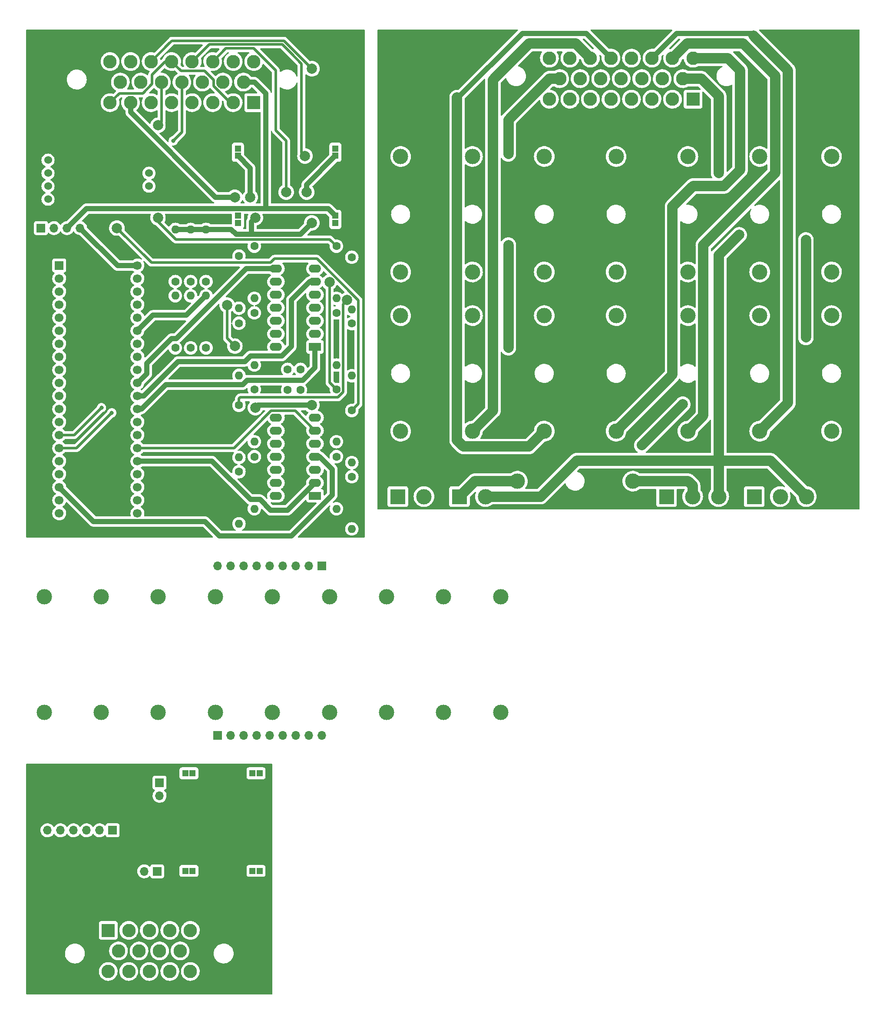
<source format=gbr>
%TF.GenerationSoftware,KiCad,Pcbnew,6.0.4+dfsg-1+b1*%
%TF.CreationDate,2022-05-05T09:12:17-03:00*%
%TF.ProjectId,painel1,7061696e-656c-4312-9e6b-696361645f70,rev?*%
%TF.SameCoordinates,Original*%
%TF.FileFunction,Copper,L2,Bot*%
%TF.FilePolarity,Positive*%
%FSLAX46Y46*%
G04 Gerber Fmt 4.6, Leading zero omitted, Abs format (unit mm)*
G04 Created by KiCad (PCBNEW 6.0.4+dfsg-1+b1) date 2022-05-05 09:12:17*
%MOMM*%
%LPD*%
G01*
G04 APERTURE LIST*
%TA.AperFunction,ComponentPad*%
%ADD10C,1.600000*%
%TD*%
%TA.AperFunction,ComponentPad*%
%ADD11O,1.600000X1.600000*%
%TD*%
%TA.AperFunction,ComponentPad*%
%ADD12C,3.000000*%
%TD*%
%TA.AperFunction,ComponentPad*%
%ADD13R,2.625000X2.625000*%
%TD*%
%TA.AperFunction,ComponentPad*%
%ADD14C,2.625000*%
%TD*%
%TA.AperFunction,ComponentPad*%
%ADD15R,1.700000X1.700000*%
%TD*%
%TA.AperFunction,ComponentPad*%
%ADD16C,1.700000*%
%TD*%
%TA.AperFunction,ComponentPad*%
%ADD17R,3.000000X3.000000*%
%TD*%
%TA.AperFunction,ComponentPad*%
%ADD18C,1.524000*%
%TD*%
%TA.AperFunction,ComponentPad*%
%ADD19O,1.700000X1.700000*%
%TD*%
%TA.AperFunction,ComponentPad*%
%ADD20R,1.308000X1.308000*%
%TD*%
%TA.AperFunction,ComponentPad*%
%ADD21R,2.400000X1.600000*%
%TD*%
%TA.AperFunction,ComponentPad*%
%ADD22O,2.400000X1.600000*%
%TD*%
%TA.AperFunction,ViaPad*%
%ADD23C,2.000000*%
%TD*%
%TA.AperFunction,ViaPad*%
%ADD24C,0.800000*%
%TD*%
%TA.AperFunction,Conductor*%
%ADD25C,1.000000*%
%TD*%
%TA.AperFunction,Conductor*%
%ADD26C,2.000000*%
%TD*%
%TA.AperFunction,Conductor*%
%ADD27C,0.500000*%
%TD*%
G04 APERTURE END LIST*
D10*
%TO.P,R5,1*%
%TO.N,N/C*%
X93977500Y-109217500D03*
D11*
%TO.P,R5,2*%
X93977500Y-119377500D03*
%TD*%
D10*
%TO.P,R3,1*%
%TO.N,N/C*%
X74977500Y-77217500D03*
D11*
%TO.P,R3,2*%
X74977500Y-87377500D03*
%TD*%
D12*
%TO.P,F3,1*%
%TO.N,N/C*%
X187500000Y-113250000D03*
%TO.P,F3,2*%
X187500000Y-90750000D03*
%TD*%
%TO.P,F4,1*%
%TO.N,N/C*%
X67375000Y-168000000D03*
%TO.P,F4,2*%
X67375000Y-145500000D03*
%TD*%
D13*
%TO.P,J1,1,1*%
%TO.N,N/C*%
X46500000Y-210500000D03*
D14*
%TO.P,J1,2,2*%
X50500000Y-210500000D03*
%TO.P,J1,3,3*%
X54500000Y-210500000D03*
%TO.P,J1,4,4*%
X58500000Y-210500000D03*
%TO.P,J1,5,5*%
X62500000Y-210500000D03*
%TO.P,J1,6,6*%
X48500000Y-214500000D03*
%TO.P,J1,7,7*%
X52500000Y-214500000D03*
%TO.P,J1,8,8*%
X56500000Y-214500000D03*
%TO.P,J1,9,9*%
X60500000Y-214500000D03*
%TO.P,J1,10,10*%
X46500000Y-218500000D03*
%TO.P,J1,11,11*%
X50500000Y-218500000D03*
%TO.P,J1,12,12*%
X54500000Y-218500000D03*
%TO.P,J1,13,13*%
X58500000Y-218500000D03*
%TO.P,J1,14,14*%
X62500000Y-218500000D03*
%TD*%
D13*
%TO.P,J1,1,1*%
%TO.N,N/C*%
X74857500Y-49255000D03*
D14*
%TO.P,J1,2,2*%
X70857500Y-49255000D03*
%TO.P,J1,3,3*%
X66857500Y-49255000D03*
%TO.P,J1,4,4*%
X62857500Y-49255000D03*
%TO.P,J1,5,5*%
X58857500Y-49255000D03*
%TO.P,J1,6,6*%
X54857500Y-49255000D03*
%TO.P,J1,7,7*%
X50857500Y-49255000D03*
%TO.P,J1,8,8*%
X46857500Y-49255000D03*
%TO.P,J1,9,9*%
X72857500Y-45255000D03*
%TO.P,J1,10,10*%
X68857500Y-45255000D03*
%TO.P,J1,11,11*%
X64857500Y-45255000D03*
%TO.P,J1,12,12*%
X60857500Y-45255000D03*
%TO.P,J1,13,13*%
X56857500Y-45255000D03*
%TO.P,J1,14,14*%
X52857500Y-45255000D03*
%TO.P,J1,15,15*%
X48857500Y-45255000D03*
%TO.P,J1,16,16*%
X74857500Y-41255000D03*
%TO.P,J1,17,17*%
X70857500Y-41255000D03*
%TO.P,J1,18,18*%
X66857500Y-41255000D03*
%TO.P,J1,19,19*%
X62857500Y-41255000D03*
%TO.P,J1,20,20*%
X58857500Y-41255000D03*
%TO.P,J1,21,21*%
X54857500Y-41255000D03*
%TO.P,J1,22,22*%
X50857500Y-41255000D03*
%TO.P,J1,23,23*%
X46857500Y-41255000D03*
%TD*%
D12*
%TO.P,F9,1*%
%TO.N,N/C*%
X131500000Y-59750000D03*
%TO.P,F9,2*%
X131500000Y-82250000D03*
%TD*%
D13*
%TO.P,J1,1,1*%
%TO.N,N/C*%
X160500000Y-48587500D03*
D14*
%TO.P,J1,2,2*%
X156500000Y-48587500D03*
%TO.P,J1,3,3*%
X152500000Y-48587500D03*
%TO.P,J1,4,4*%
X148500000Y-48587500D03*
%TO.P,J1,5,5*%
X144500000Y-48587500D03*
%TO.P,J1,6,6*%
X140500000Y-48587500D03*
%TO.P,J1,7,7*%
X136500000Y-48587500D03*
%TO.P,J1,8,8*%
X132500000Y-48587500D03*
%TO.P,J1,9,9*%
X158500000Y-44587500D03*
%TO.P,J1,10,10*%
X154500000Y-44587500D03*
%TO.P,J1,11,11*%
X150500000Y-44587500D03*
%TO.P,J1,12,12*%
X146500000Y-44587500D03*
%TO.P,J1,13,13*%
X142500000Y-44587500D03*
%TO.P,J1,14,14*%
X138500000Y-44587500D03*
%TO.P,J1,15,15*%
X134500000Y-44587500D03*
%TO.P,J1,16,16*%
X160500000Y-40587500D03*
%TO.P,J1,17,17*%
X156500000Y-40587500D03*
%TO.P,J1,18,18*%
X152500000Y-40587500D03*
%TO.P,J1,19,19*%
X148500000Y-40587500D03*
%TO.P,J1,20,20*%
X144500000Y-40587500D03*
%TO.P,J1,21,21*%
X140500000Y-40587500D03*
%TO.P,J1,22,22*%
X136500000Y-40587500D03*
%TO.P,J1,23,23*%
X132500000Y-40587500D03*
%TD*%
D10*
%TO.P,R1,1*%
%TO.N,N/C*%
X93977500Y-79377500D03*
D11*
%TO.P,R1,2*%
X93977500Y-89537500D03*
%TD*%
D10*
%TO.P,R19,1*%
%TO.N,N/C*%
X59562500Y-97032500D03*
D11*
%TO.P,R19,2*%
X59562500Y-86872500D03*
%TD*%
D12*
%TO.P,F8,1*%
%TO.N,N/C*%
X111875000Y-168000000D03*
%TO.P,F8,2*%
X111875000Y-145500000D03*
%TD*%
%TO.P,F9,1*%
%TO.N,N/C*%
X123000000Y-168000000D03*
%TO.P,F9,2*%
X123000000Y-145500000D03*
%TD*%
D10*
%TO.P,R4,1*%
%TO.N,N/C*%
X74977500Y-90217500D03*
D11*
%TO.P,R4,2*%
X74977500Y-100377500D03*
%TD*%
D12*
%TO.P,F10,1*%
%TO.N,N/C*%
X145500000Y-59750000D03*
%TO.P,F10,2*%
X145500000Y-82250000D03*
%TD*%
D15*
%TO.P,U1,1,PB12*%
%TO.N,N/C*%
X36942500Y-80982500D03*
D16*
%TO.P,U1,2,PB13*%
X36942500Y-83522500D03*
%TO.P,U1,3,PB14*%
X36942500Y-86062500D03*
%TO.P,U1,4,PB15*%
X36942500Y-88602500D03*
%TO.P,U1,5,PA8*%
X36942500Y-91142500D03*
%TO.P,U1,6,PA9*%
X36942500Y-93682500D03*
%TO.P,U1,7,PA10*%
X36942500Y-96222500D03*
%TO.P,U1,8,PA11*%
X36942500Y-98762500D03*
%TO.P,U1,9,PA12*%
X36942500Y-101302500D03*
%TO.P,U1,10,PA15*%
X36942500Y-103842500D03*
%TO.P,U1,11,PB3*%
X36942500Y-106382500D03*
%TO.P,U1,12,PB4*%
X36942500Y-108922500D03*
%TO.P,U1,13,PB5*%
X36942500Y-111462500D03*
%TO.P,U1,14,PB6*%
X36942500Y-114002500D03*
%TO.P,U1,15,PB7*%
X36942500Y-116542500D03*
%TO.P,U1,16,PB8*%
X36942500Y-119082500D03*
%TO.P,U1,17,PB9*%
X36942500Y-121622500D03*
%TO.P,U1,18,5V*%
X36942500Y-124162500D03*
%TO.P,U1,19,GND*%
X36942500Y-126702500D03*
%TO.P,U1,20,3V3*%
X36942500Y-129242500D03*
%TO.P,U1,21,VBat*%
X52182500Y-129242500D03*
%TO.P,U1,22,PC13*%
X52182500Y-126702500D03*
%TO.P,U1,23,PC14*%
X52182500Y-124162500D03*
%TO.P,U1,24,PC15*%
X52182500Y-121622500D03*
%TO.P,U1,25,PA0*%
X52182500Y-119082500D03*
%TO.P,U1,26,PA1*%
X52182500Y-116542500D03*
%TO.P,U1,27,PA2*%
X52182500Y-114002500D03*
%TO.P,U1,28,PA3*%
X52182500Y-111462500D03*
%TO.P,U1,29,PA4*%
X52182500Y-108922500D03*
%TO.P,U1,30,PA5*%
X52182500Y-106382500D03*
%TO.P,U1,31,PA6*%
X52182500Y-103842500D03*
%TO.P,U1,32,PA7*%
X52182500Y-101302500D03*
%TO.P,U1,33,PB0*%
X52182500Y-98762500D03*
%TO.P,U1,34,PB1*%
X52182500Y-96222500D03*
%TO.P,U1,35,PB10*%
X52182500Y-93682500D03*
%TO.P,U1,36,PB11*%
X52182500Y-91142500D03*
%TO.P,U1,37,RST*%
X52182500Y-88602500D03*
%TO.P,U1,38,3V3*%
X52182500Y-86062500D03*
%TO.P,U1,39,GND*%
X52182500Y-83522500D03*
%TO.P,U1,40,GND*%
X52182500Y-80982500D03*
%TD*%
D17*
%TO.P,J3,1,Pin_1*%
%TO.N,N/C*%
X114960000Y-126000000D03*
D12*
%TO.P,J3,2,Pin_2*%
X120040000Y-126000000D03*
%TD*%
%TO.P,F2,1*%
%TO.N,N/C*%
X45125000Y-168000000D03*
%TO.P,F2,2*%
X45125000Y-145500000D03*
%TD*%
D10*
%TO.P,R6,1*%
%TO.N,N/C*%
X93977500Y-122137500D03*
D11*
%TO.P,R6,2*%
X93977500Y-132297500D03*
%TD*%
D12*
%TO.P,F4,1*%
%TO.N,N/C*%
X173500000Y-113250000D03*
%TO.P,F4,2*%
X173500000Y-90750000D03*
%TD*%
%TO.P,F3,1*%
%TO.N,N/C*%
X56250000Y-168000000D03*
%TO.P,F3,2*%
X56250000Y-145500000D03*
%TD*%
D10*
%TO.P,R2,1*%
%TO.N,N/C*%
X93977500Y-92297500D03*
D11*
%TO.P,R2,2*%
X93977500Y-102457500D03*
%TD*%
D10*
%TO.P,R15,1*%
%TO.N,N/C*%
X74977500Y-105137500D03*
D11*
%TO.P,R15,2*%
X74977500Y-115297500D03*
%TD*%
D12*
%TO.P,F8,1*%
%TO.N,N/C*%
X148750000Y-123000000D03*
%TO.P,F8,2*%
X126250000Y-123000000D03*
%TD*%
D18*
%TO.P,U3,1,VCC*%
%TO.N,N/C*%
X34752500Y-60460000D03*
%TO.P,U3,2,TX*%
X34752500Y-63000000D03*
%TO.P,U3,3,RX*%
X34752500Y-65540000D03*
%TO.P,U3,4,GND*%
X34752500Y-68080000D03*
%TO.P,U3,5,CANH*%
X54437500Y-63000000D03*
%TO.P,U3,6,CANL*%
X54437500Y-65540000D03*
%TD*%
D10*
%TO.P,R20,1*%
%TO.N,N/C*%
X59562500Y-84112500D03*
D11*
%TO.P,R20,2*%
X59562500Y-73952500D03*
%TD*%
D10*
%TO.P,R7,1*%
%TO.N,N/C*%
X71977500Y-108217500D03*
D11*
%TO.P,R7,2*%
X71977500Y-118377500D03*
%TD*%
D10*
%TO.P,C1,1*%
%TO.N,N/C*%
X83977500Y-101217500D03*
%TO.P,C1,2*%
X81477500Y-101217500D03*
%TD*%
D15*
%TO.P,J1,1,Pin_1*%
%TO.N,N/C*%
X67850000Y-172500000D03*
D19*
%TO.P,J1,2,Pin_2*%
X70390000Y-172500000D03*
%TO.P,J1,3,Pin_3*%
X72930000Y-172500000D03*
%TO.P,J1,4,Pin_4*%
X75470000Y-172500000D03*
%TO.P,J1,5,Pin_5*%
X78010000Y-172500000D03*
%TO.P,J1,6,Pin_6*%
X80550000Y-172500000D03*
%TO.P,J1,7,Pin_7*%
X83090000Y-172500000D03*
%TO.P,J1,8,Pin_8*%
X85630000Y-172500000D03*
%TO.P,J1,9,Pin_9*%
X88170000Y-172500000D03*
%TD*%
D10*
%TO.P,R12,1*%
%TO.N,N/C*%
X71977500Y-92217500D03*
D11*
%TO.P,R12,2*%
X71977500Y-102377500D03*
%TD*%
D10*
%TO.P,R21,1*%
%TO.N,N/C*%
X65562500Y-97032500D03*
D11*
%TO.P,R21,2*%
X65562500Y-86872500D03*
%TD*%
D12*
%TO.P,F5,1*%
%TO.N,N/C*%
X78500000Y-168000000D03*
%TO.P,F5,2*%
X78500000Y-145500000D03*
%TD*%
%TO.P,F1,1*%
%TO.N,N/C*%
X34000000Y-168000000D03*
%TO.P,F1,2*%
X34000000Y-145500000D03*
%TD*%
D10*
%TO.P,R22,1*%
%TO.N,N/C*%
X65562500Y-84112500D03*
D11*
%TO.P,R22,2*%
X65562500Y-73952500D03*
%TD*%
D10*
%TO.P,R13,1*%
%TO.N,N/C*%
X90977500Y-105137500D03*
D11*
%TO.P,R13,2*%
X90977500Y-115297500D03*
%TD*%
D15*
%TO.P,J2,1,Pin_1*%
%TO.N,N/C*%
X88150000Y-139500000D03*
D19*
%TO.P,J2,2,Pin_2*%
X85610000Y-139500000D03*
%TO.P,J2,3,Pin_3*%
X83070000Y-139500000D03*
%TO.P,J2,4,Pin_4*%
X80530000Y-139500000D03*
%TO.P,J2,5,Pin_5*%
X77990000Y-139500000D03*
%TO.P,J2,6,Pin_6*%
X75450000Y-139500000D03*
%TO.P,J2,7,Pin_7*%
X72910000Y-139500000D03*
%TO.P,J2,8,Pin_8*%
X70370000Y-139500000D03*
%TO.P,J2,9,Pin_9*%
X67830000Y-139500000D03*
%TD*%
D20*
%TO.P,U1,1,VIN-*%
%TO.N,N/C*%
X61536750Y-198906750D03*
%TO.P,U1,2,VIN-*%
X62936750Y-198906750D03*
%TO.P,U1,3,VIN+*%
X74606750Y-198906750D03*
%TO.P,U1,4,VIN+*%
X76006750Y-198906750D03*
%TO.P,U1,5,VOUT-*%
X61536750Y-179906750D03*
%TO.P,U1,6,VOUT-*%
X62936750Y-179906750D03*
%TO.P,U1,7,VOUT+*%
X74606750Y-179906750D03*
%TO.P,U1,8,VOUT+*%
X76006750Y-179906750D03*
%TD*%
%TO.P,U2,1,VIN-*%
%TO.N,N/C*%
X71775750Y-58219250D03*
%TO.P,U2,2,VIN-*%
X71775750Y-59619250D03*
%TO.P,U2,3,VIN+*%
X71775750Y-71289250D03*
%TO.P,U2,4,VIN+*%
X71775750Y-72689250D03*
%TO.P,U2,5,VOUT-*%
X90775750Y-58219250D03*
%TO.P,U2,6,VOUT-*%
X90775750Y-59619250D03*
%TO.P,U2,7,VOUT+*%
X90775750Y-71289250D03*
%TO.P,U2,8,VOUT+*%
X90775750Y-72689250D03*
%TD*%
D10*
%TO.P,R16,1*%
%TO.N,N/C*%
X74977500Y-118217500D03*
D11*
%TO.P,R16,2*%
X74977500Y-128377500D03*
%TD*%
D12*
%TO.P,F6,1*%
%TO.N,N/C*%
X145500000Y-113250000D03*
%TO.P,F6,2*%
X145500000Y-90750000D03*
%TD*%
%TO.P,F11,1*%
%TO.N,N/C*%
X159500000Y-59750000D03*
%TO.P,F11,2*%
X159500000Y-82250000D03*
%TD*%
D10*
%TO.P,R11,1*%
%TO.N,N/C*%
X71977500Y-79137500D03*
D11*
%TO.P,R11,2*%
X71977500Y-89297500D03*
%TD*%
D12*
%TO.P,F7,1*%
%TO.N,N/C*%
X100750000Y-168000000D03*
%TO.P,F7,2*%
X100750000Y-145500000D03*
%TD*%
D10*
%TO.P,R10,1*%
%TO.N,N/C*%
X90977500Y-90217500D03*
D11*
%TO.P,R10,2*%
X90977500Y-100377500D03*
%TD*%
D10*
%TO.P,R8,1*%
%TO.N,N/C*%
X71977500Y-121137500D03*
D11*
%TO.P,R8,2*%
X71977500Y-131297500D03*
%TD*%
D10*
%TO.P,R18,1*%
%TO.N,N/C*%
X62562500Y-84112500D03*
D11*
%TO.P,R18,2*%
X62562500Y-73952500D03*
%TD*%
D12*
%TO.P,F6,1*%
%TO.N,N/C*%
X89625000Y-168000000D03*
%TO.P,F6,2*%
X89625000Y-145500000D03*
%TD*%
%TO.P,F13,1*%
%TO.N,N/C*%
X187500000Y-59750000D03*
%TO.P,F13,2*%
X187500000Y-82250000D03*
%TD*%
%TO.P,F14,1*%
%TO.N,N/C*%
X103500000Y-90750000D03*
%TO.P,F14,2*%
X103500000Y-113250000D03*
%TD*%
%TO.P,F7,1*%
%TO.N,N/C*%
X103500000Y-59750000D03*
%TO.P,F7,2*%
X103500000Y-82250000D03*
%TD*%
D17*
%TO.P,J2,1,Pin_1*%
%TO.N,N/C*%
X172420000Y-126000000D03*
D12*
%TO.P,J2,2,Pin_2*%
X177500000Y-126000000D03*
%TO.P,J2,3,Pin_3*%
X182580000Y-126000000D03*
%TD*%
%TO.P,F1,1*%
%TO.N,N/C*%
X117500000Y-113250000D03*
%TO.P,F1,2*%
X117500000Y-90750000D03*
%TD*%
D10*
%TO.P,R14,1*%
%TO.N,N/C*%
X90977500Y-118217500D03*
D11*
%TO.P,R14,2*%
X90977500Y-128377500D03*
%TD*%
D21*
%TO.P,U5,1*%
%TO.N,N/C*%
X86802500Y-125842500D03*
D22*
%TO.P,U5,2,-*%
X86802500Y-123302500D03*
%TO.P,U5,3,+*%
X86802500Y-120762500D03*
%TO.P,U5,4,V+*%
X86802500Y-118222500D03*
%TO.P,U5,5,+*%
X86802500Y-115682500D03*
%TO.P,U5,6,-*%
X86802500Y-113142500D03*
%TO.P,U5,7*%
X86802500Y-110602500D03*
%TO.P,U5,8*%
X79182500Y-110602500D03*
%TO.P,U5,9,-*%
X79182500Y-113142500D03*
%TO.P,U5,10,+*%
X79182500Y-115682500D03*
%TO.P,U5,11,V-*%
X79182500Y-118222500D03*
%TO.P,U5,12,+*%
X79182500Y-120762500D03*
%TO.P,U5,13,-*%
X79182500Y-123302500D03*
%TO.P,U5,14*%
X79182500Y-125842500D03*
%TD*%
D10*
%TO.P,R9,1*%
%TO.N,N/C*%
X90977500Y-77217500D03*
D11*
%TO.P,R9,2*%
X90977500Y-87377500D03*
%TD*%
D17*
%TO.P,J4,1,Pin_1*%
%TO.N,N/C*%
X155340000Y-126000000D03*
D12*
%TO.P,J4,2,Pin_2*%
X160420000Y-126000000D03*
%TO.P,J4,3,Pin_3*%
X165500000Y-126000000D03*
%TD*%
D15*
%TO.P,J2,1,Pin_1*%
%TO.N,N/C*%
X47350000Y-191000000D03*
D19*
%TO.P,J2,2,Pin_2*%
X44810000Y-191000000D03*
%TO.P,J2,3,Pin_3*%
X42270000Y-191000000D03*
%TO.P,J2,4,Pin_4*%
X39730000Y-191000000D03*
%TO.P,J2,5,Pin_5*%
X37190000Y-191000000D03*
%TO.P,J2,6,Pin_6*%
X34650000Y-191000000D03*
%TD*%
D15*
%TO.P,J3,1,Pin_1*%
%TO.N,N/C*%
X56040000Y-199000000D03*
D19*
%TO.P,J3,2,Pin_2*%
X53500000Y-199000000D03*
%TD*%
D12*
%TO.P,F12,1*%
%TO.N,N/C*%
X173500000Y-59750000D03*
%TO.P,F12,2*%
X173500000Y-82250000D03*
%TD*%
D10*
%TO.P,R17,1*%
%TO.N,N/C*%
X62562500Y-97032500D03*
D11*
%TO.P,R17,2*%
X62562500Y-86872500D03*
%TD*%
D15*
%TO.P,J2,1,Pin_1*%
%TO.N,N/C*%
X33382500Y-73682500D03*
D19*
%TO.P,J2,2,Pin_2*%
X35922500Y-73682500D03*
%TO.P,J2,3,Pin_3*%
X38462500Y-73682500D03*
%TO.P,J2,4,Pin_4*%
X41002500Y-73682500D03*
%TD*%
D12*
%TO.P,F2,1*%
%TO.N,N/C*%
X131500000Y-113250000D03*
%TO.P,F2,2*%
X131500000Y-90750000D03*
%TD*%
%TO.P,F5,1*%
%TO.N,N/C*%
X159500000Y-113250000D03*
%TO.P,F5,2*%
X159500000Y-90750000D03*
%TD*%
D17*
%TO.P,J5,1,Pin_1*%
%TO.N,N/C*%
X102960000Y-126000000D03*
D12*
%TO.P,J5,2,Pin_2*%
X108040000Y-126000000D03*
%TD*%
D10*
%TO.P,C2,1*%
%TO.N,N/C*%
X83977500Y-105217500D03*
%TO.P,C2,2*%
X81477500Y-105217500D03*
%TD*%
D15*
%TO.P,J4,1,Pin_1*%
%TO.N,N/C*%
X56500000Y-181725000D03*
D19*
%TO.P,J4,2,Pin_2*%
X56500000Y-184265000D03*
%TD*%
D12*
%TO.P,F15,1*%
%TO.N,N/C*%
X117500000Y-59750000D03*
%TO.P,F15,2*%
X117500000Y-82250000D03*
%TD*%
D21*
%TO.P,U4,1*%
%TO.N,N/C*%
X86802500Y-96842500D03*
D22*
%TO.P,U4,2,-*%
X86802500Y-94302500D03*
%TO.P,U4,3,+*%
X86802500Y-91762500D03*
%TO.P,U4,4,V+*%
X86802500Y-89222500D03*
%TO.P,U4,5,+*%
X86802500Y-86682500D03*
%TO.P,U4,6,-*%
X86802500Y-84142500D03*
%TO.P,U4,7*%
X86802500Y-81602500D03*
%TO.P,U4,8*%
X79182500Y-81602500D03*
%TO.P,U4,9,-*%
X79182500Y-84142500D03*
%TO.P,U4,10,+*%
X79182500Y-86682500D03*
%TO.P,U4,11,V-*%
X79182500Y-89222500D03*
%TO.P,U4,12,+*%
X79182500Y-91762500D03*
%TO.P,U4,13,-*%
X79182500Y-94302500D03*
%TO.P,U4,14*%
X79182500Y-96842500D03*
%TD*%
D23*
%TO.N,*%
X81182500Y-66682500D03*
X48182500Y-73682500D03*
X86182500Y-108182000D03*
D24*
X59182500Y-56682500D03*
D23*
X74182500Y-67682500D03*
D24*
X47182500Y-109682500D03*
D23*
X165500000Y-63000000D03*
X124500000Y-59249989D03*
X71182500Y-96682500D03*
X86182500Y-72682500D03*
X93076201Y-87696815D03*
X89622193Y-84242807D03*
X182500000Y-76000000D03*
X150500000Y-116000000D03*
X56182500Y-53682500D03*
X84845155Y-59656184D03*
D24*
X45182500Y-108682500D03*
D23*
X69669500Y-88682500D03*
X158500000Y-108000000D03*
X124500000Y-77000000D03*
X75182500Y-71682500D03*
X182500000Y-95000000D03*
X124500000Y-97000000D03*
X75182500Y-108682500D03*
X71182500Y-67682500D03*
X169500000Y-75000000D03*
X86212491Y-42652509D03*
X56182500Y-71682500D03*
X85182500Y-66682500D03*
%TD*%
D25*
%TO.N,*%
X52182500Y-106382500D02*
X53384581Y-106382500D01*
D26*
X167282345Y-40587500D02*
X160500000Y-40587500D01*
X121500000Y-109250000D02*
X117500000Y-113250000D01*
X137823721Y-119000000D02*
X130823721Y-126000000D01*
D27*
X69669500Y-88682500D02*
X69669500Y-95169500D01*
D25*
X65342011Y-130842011D02*
X68182500Y-133682500D01*
D27*
X39862500Y-114002500D02*
X45182500Y-108682500D01*
D26*
X182500000Y-76000000D02*
X182500000Y-95000000D01*
D27*
X60669511Y-43067011D02*
X65232083Y-43067011D01*
D25*
X127224031Y-35775969D02*
X114500489Y-48499511D01*
D26*
X148750000Y-123000000D02*
X159541320Y-123000000D01*
D27*
X59182500Y-56682500D02*
X60857500Y-55007500D01*
D25*
X54032011Y-102068594D02*
X52258105Y-103842500D01*
D26*
X128500489Y-116249511D02*
X115749511Y-116249511D01*
D25*
X79182500Y-81602500D02*
X73377394Y-81602500D01*
D26*
X165500000Y-119000000D02*
X137823721Y-119000000D01*
X159312011Y-37775489D02*
X170275489Y-37775489D01*
X170275489Y-37775489D02*
X176499511Y-43999511D01*
D25*
X74232117Y-126577989D02*
X76077989Y-126577989D01*
D27*
X62857500Y-41255000D02*
X66179520Y-37932980D01*
D25*
X50857500Y-51111155D02*
X67428845Y-67682500D01*
X52258105Y-103842500D02*
X52182500Y-103842500D01*
X77847892Y-98642020D02*
X80327885Y-98642020D01*
D27*
X95277011Y-107917989D02*
X93977500Y-109217500D01*
D26*
X156500000Y-40587500D02*
X159312011Y-37775489D01*
D25*
X65562500Y-73952500D02*
X62562500Y-73952500D01*
X80327885Y-98642020D02*
X82182500Y-96787405D01*
X71418469Y-74918469D02*
X74418469Y-74918469D01*
D27*
X40322500Y-116542500D02*
X36942500Y-116542500D01*
D26*
X156500489Y-102249511D02*
X156500489Y-69499991D01*
D27*
X71977500Y-106887500D02*
X72182500Y-106682500D01*
D26*
X162499511Y-110250489D02*
X159500000Y-113250000D01*
D27*
X90977500Y-77217500D02*
X89677989Y-75917989D01*
D26*
X124500000Y-97000000D02*
X124500000Y-77000000D01*
D27*
X67045489Y-46005561D02*
X70294928Y-49255000D01*
D25*
X86802500Y-118222500D02*
X87722500Y-118222500D01*
D27*
X80743442Y-37183460D02*
X86212491Y-42652509D01*
D26*
X166535335Y-65499520D02*
X169674521Y-62360334D01*
X137687989Y-37775489D02*
X128529666Y-37775489D01*
X172267428Y-36232572D02*
X178999031Y-42964176D01*
D25*
X67428845Y-67682500D02*
X71182500Y-67682500D01*
D27*
X92277011Y-105675776D02*
X92277011Y-100587989D01*
X95277011Y-87777011D02*
X95277011Y-107917989D01*
D25*
X78182500Y-128682500D02*
X81422500Y-128682500D01*
X70452500Y-73952500D02*
X71418469Y-74918469D01*
D27*
X56182500Y-72410287D02*
X56182500Y-71682500D01*
X92277011Y-100587989D02*
X92277011Y-88496005D01*
D25*
X74232117Y-98577989D02*
X77783861Y-98577989D01*
X77783861Y-98577989D02*
X77847892Y-98642020D01*
D26*
X134500000Y-44587500D02*
X132523215Y-44587500D01*
X128529666Y-37775489D02*
X121500000Y-44805155D01*
D25*
X83946531Y-74918469D02*
X86182500Y-72682500D01*
X53384581Y-106382500D02*
X60084581Y-99682500D01*
X73127606Y-99682500D02*
X74232117Y-98577989D01*
D27*
X87182500Y-79682500D02*
X95277011Y-87777011D01*
D26*
X169674521Y-62360334D02*
X169674521Y-42979676D01*
D27*
X90977500Y-105137500D02*
X89622193Y-103782193D01*
D25*
X59746905Y-95232989D02*
X58817117Y-95232989D01*
D26*
X114500489Y-115000489D02*
X114500489Y-49000489D01*
D27*
X84182500Y-58993529D02*
X84845155Y-59656184D01*
D25*
X65562500Y-73952500D02*
X69452500Y-73952500D01*
X48302500Y-80982500D02*
X41002500Y-73682500D01*
D26*
X158500000Y-108000000D02*
X150500000Y-116000000D01*
D27*
X78244222Y-109302980D02*
X82962980Y-109302980D01*
D25*
X69452500Y-73952500D02*
X70452500Y-73952500D01*
X82182500Y-133682500D02*
X90182500Y-125682500D01*
D27*
X80432980Y-37932980D02*
X82182500Y-39682500D01*
D25*
X75683000Y-108182000D02*
X75182500Y-108682500D01*
X74418469Y-74918469D02*
X83946531Y-74918469D01*
X50857500Y-49255000D02*
X50857500Y-51111155D01*
D26*
X121500000Y-44805155D02*
X121500000Y-109250000D01*
D27*
X70294928Y-49255000D02*
X70857500Y-49255000D01*
D25*
X86182500Y-108182000D02*
X75683000Y-108182000D01*
D26*
X178999031Y-107750969D02*
X173500000Y-113250000D01*
X159541320Y-123000000D02*
X160420000Y-123878680D01*
D25*
X74981522Y-45255000D02*
X77182500Y-47455978D01*
D27*
X47182500Y-109682500D02*
X40322500Y-116542500D01*
X72417989Y-75917989D02*
X59690202Y-75917989D01*
D26*
X160420000Y-123878680D02*
X160420000Y-126000000D01*
D25*
X89372239Y-69885739D02*
X76979261Y-69885739D01*
X144500000Y-40587500D02*
X139688469Y-35775969D01*
D26*
X158500000Y-44587500D02*
X162124022Y-44587500D01*
D27*
X89677989Y-75917989D02*
X72417989Y-75917989D01*
D26*
X169500000Y-75000000D02*
X165500000Y-79000000D01*
D25*
X54032011Y-100018095D02*
X54032011Y-102068594D01*
D27*
X58430000Y-37682500D02*
X58929040Y-37183460D01*
D25*
X157311531Y-35775969D02*
X171810825Y-35775969D01*
X58817117Y-95232989D02*
X54032011Y-100018095D01*
D27*
X54857500Y-41255000D02*
X54857500Y-42007500D01*
X36942500Y-114002500D02*
X39862500Y-114002500D01*
D26*
X182580000Y-126000000D02*
X175580000Y-119000000D01*
D25*
X74182500Y-67682500D02*
X74182500Y-62026000D01*
X43622011Y-130842011D02*
X65342011Y-130842011D01*
X171810825Y-35775969D02*
X172267428Y-36232572D01*
D26*
X165500000Y-79000000D02*
X165500000Y-119000000D01*
X160500960Y-65499520D02*
X166535335Y-65499520D01*
D27*
X84182500Y-41682500D02*
X82182500Y-39682500D01*
D25*
X73377394Y-81602500D02*
X59746905Y-95232989D01*
X52182500Y-93682500D02*
X55182500Y-90682500D01*
X90775750Y-71289250D02*
X89372239Y-69885739D01*
D27*
X56182500Y-53682500D02*
X56857500Y-53007500D01*
X55045489Y-43819511D02*
X57610000Y-41255000D01*
X74847572Y-38682500D02*
X69430000Y-38682500D01*
D26*
X114500489Y-49000489D02*
X114500489Y-48269810D01*
D25*
X87722500Y-118222500D02*
X90182500Y-120682500D01*
D27*
X81182500Y-56682500D02*
X81182500Y-66682500D01*
D26*
X162499511Y-77000489D02*
X162499511Y-110250489D01*
D27*
X66857500Y-41255000D02*
X69430000Y-38682500D01*
X55045489Y-45629583D02*
X55045489Y-43819511D01*
D25*
X73561905Y-103337989D02*
X72722883Y-104177011D01*
X61752500Y-90682500D02*
X65562500Y-86872500D01*
D26*
X162124022Y-44587500D02*
X165500000Y-47963478D01*
D27*
X78110191Y-80437011D02*
X78864702Y-79682500D01*
D25*
X77182500Y-69682500D02*
X76979261Y-69885739D01*
D26*
X176499511Y-43999511D02*
X176499511Y-63000489D01*
D27*
X46857500Y-49255000D02*
X48669511Y-47442989D01*
D26*
X126250000Y-123000000D02*
X117960000Y-123000000D01*
D25*
X74418469Y-74918469D02*
X74418469Y-72446531D01*
X86802500Y-100937394D02*
X84401905Y-103337989D01*
X85722500Y-84142500D02*
X86802500Y-84142500D01*
D26*
X124500000Y-52610715D02*
X124500000Y-59249989D01*
D27*
X48182500Y-73682500D02*
X54937011Y-80437011D01*
X65232083Y-43067011D02*
X67045489Y-44880417D01*
X71004702Y-116542500D02*
X78244222Y-109302980D01*
X53232083Y-47442989D02*
X55045489Y-45629583D01*
X58857500Y-41255000D02*
X60669511Y-43067011D01*
D26*
X165500000Y-47963478D02*
X165500000Y-63000000D01*
D27*
X54857500Y-41255000D02*
X58430000Y-37682500D01*
D25*
X85182500Y-66682500D02*
X85182500Y-65212500D01*
X55182500Y-90682500D02*
X61752500Y-90682500D01*
D27*
X52182500Y-116542500D02*
X71004702Y-116542500D01*
D26*
X178999031Y-42964176D02*
X178999031Y-107750969D01*
D25*
X84401905Y-103337989D02*
X73561905Y-103337989D01*
D26*
X130823721Y-126000000D02*
X120040000Y-126000000D01*
D27*
X78864702Y-79682500D02*
X87182500Y-79682500D01*
D26*
X115749511Y-116249511D02*
X114500489Y-115000489D01*
D27*
X89622193Y-103782193D02*
X89622193Y-84242807D01*
X54937011Y-80437011D02*
X78110191Y-80437011D01*
D25*
X74182500Y-62026000D02*
X71775750Y-59619250D01*
X52965223Y-108922500D02*
X52182500Y-108922500D01*
D27*
X91270287Y-106682500D02*
X92277011Y-105675776D01*
X82962980Y-109302980D02*
X86802500Y-113142500D01*
D26*
X156500489Y-69499991D02*
X160500960Y-65499520D01*
D25*
X81422500Y-128682500D02*
X86802500Y-123302500D01*
X42259261Y-69885739D02*
X38462500Y-73682500D01*
D27*
X57610000Y-41255000D02*
X58857500Y-41255000D01*
D25*
X152500000Y-40587500D02*
X157311531Y-35775969D01*
X77182500Y-47455978D02*
X77182500Y-69682500D01*
D27*
X48669511Y-47442989D02*
X53232083Y-47442989D01*
D25*
X52182500Y-80982500D02*
X48302500Y-80982500D01*
D27*
X79182500Y-54682500D02*
X79182500Y-43017428D01*
D25*
X82182500Y-87682500D02*
X85722500Y-84142500D01*
D27*
X72182500Y-106682500D02*
X91270287Y-106682500D01*
X66179520Y-37932980D02*
X80432980Y-37932980D01*
D25*
X52182500Y-119082500D02*
X66736628Y-119082500D01*
X82182500Y-96787405D02*
X82182500Y-87682500D01*
X90182500Y-125682500D02*
X90182500Y-120682500D01*
D27*
X67045489Y-44880417D02*
X67045489Y-46005561D01*
D26*
X145500000Y-113250000D02*
X156500489Y-102249511D01*
D25*
X36942500Y-124162500D02*
X43622011Y-130842011D01*
D26*
X175580000Y-119000000D02*
X165500000Y-119000000D01*
D27*
X56857500Y-53007500D02*
X56857500Y-45255000D01*
D26*
X169674521Y-42979676D02*
X167282345Y-40587500D01*
D27*
X69669500Y-95169500D02*
X71182500Y-96682500D01*
D26*
X117960000Y-123000000D02*
X114960000Y-126000000D01*
X131500000Y-113250000D02*
X128500489Y-116249511D01*
D25*
X76979261Y-69885739D02*
X42259261Y-69885739D01*
D26*
X165500000Y-119000000D02*
X165500000Y-126000000D01*
D25*
X72857500Y-45255000D02*
X74981522Y-45255000D01*
D26*
X132523215Y-44587500D02*
X124500000Y-52610715D01*
D27*
X59690202Y-75917989D02*
X56182500Y-72410287D01*
X84182500Y-41682500D02*
X84182500Y-58993529D01*
D25*
X57710712Y-104177011D02*
X52965223Y-108922500D01*
X72722883Y-104177011D02*
X57710712Y-104177011D01*
D27*
X58929040Y-37183460D02*
X80743442Y-37183460D01*
D25*
X59562500Y-73952500D02*
X62562500Y-73952500D01*
X86802500Y-96842500D02*
X86802500Y-100937394D01*
X114500489Y-48499511D02*
X114500489Y-49000489D01*
X66736628Y-119082500D02*
X74232117Y-126577989D01*
X85182500Y-65212500D02*
X90775750Y-59619250D01*
D27*
X92277011Y-88496005D02*
X93076201Y-87696815D01*
X71977500Y-108217500D02*
X71977500Y-106887500D01*
D25*
X68182500Y-133682500D02*
X82182500Y-133682500D01*
D27*
X79182500Y-54682500D02*
X81182500Y-56682500D01*
D26*
X140500000Y-40587500D02*
X137687989Y-37775489D01*
D25*
X139688469Y-35775969D02*
X127224031Y-35775969D01*
D27*
X60857500Y-55007500D02*
X60857500Y-45255000D01*
X79182500Y-43017428D02*
X74847572Y-38682500D01*
D25*
X60084581Y-99682500D02*
X73127606Y-99682500D01*
X76077989Y-126577989D02*
X78182500Y-128682500D01*
X74418469Y-72446531D02*
X75182500Y-71682500D01*
D26*
X176499511Y-63000489D02*
X162499511Y-77000489D01*
%TD*%
%TA.AperFunction,NonConductor*%
G36*
X78433621Y-178028502D02*
G01*
X78480114Y-178082158D01*
X78491500Y-178134500D01*
X78491500Y-222865500D01*
X78471498Y-222933621D01*
X78417842Y-222980114D01*
X78365500Y-222991500D01*
X30634500Y-222991500D01*
X30566379Y-222971498D01*
X30519886Y-222917842D01*
X30508500Y-222865500D01*
X30508500Y-218452198D01*
X44674520Y-218452198D01*
X44687506Y-218722546D01*
X44740309Y-218988006D01*
X44741888Y-218992404D01*
X44741890Y-218992411D01*
X44790871Y-219128833D01*
X44831769Y-219242744D01*
X44959878Y-219481166D01*
X45121820Y-219698033D01*
X45125129Y-219701313D01*
X45125134Y-219701319D01*
X45310722Y-219885294D01*
X45314039Y-219888582D01*
X45317801Y-219891340D01*
X45317804Y-219891343D01*
X45430988Y-219974333D01*
X45532311Y-220048626D01*
X45536442Y-220050800D01*
X45536443Y-220050800D01*
X45767707Y-220172474D01*
X45767713Y-220172476D01*
X45771842Y-220174649D01*
X45776249Y-220176188D01*
X45776256Y-220176191D01*
X46022953Y-220262341D01*
X46027369Y-220263883D01*
X46031962Y-220264755D01*
X46288690Y-220313497D01*
X46288693Y-220313497D01*
X46293279Y-220314368D01*
X46421855Y-220319420D01*
X46559062Y-220324811D01*
X46559067Y-220324811D01*
X46563730Y-220324994D01*
X46668708Y-220313497D01*
X46828128Y-220296038D01*
X46828133Y-220296037D01*
X46832781Y-220295528D01*
X46837305Y-220294337D01*
X47089999Y-220227808D01*
X47090001Y-220227807D01*
X47094522Y-220226617D01*
X47211892Y-220176191D01*
X47338908Y-220121621D01*
X47338910Y-220121620D01*
X47343202Y-220119776D01*
X47462642Y-220045864D01*
X47569385Y-219979810D01*
X47569389Y-219979807D01*
X47573358Y-219977351D01*
X47674955Y-219891343D01*
X47776368Y-219805491D01*
X47776370Y-219805489D01*
X47779935Y-219802471D01*
X47958393Y-219598978D01*
X48104813Y-219371342D01*
X48215978Y-219124565D01*
X48289446Y-218864067D01*
X48323603Y-218595571D01*
X48326106Y-218500000D01*
X48322554Y-218452198D01*
X48674520Y-218452198D01*
X48687506Y-218722546D01*
X48740309Y-218988006D01*
X48741888Y-218992404D01*
X48741890Y-218992411D01*
X48790871Y-219128833D01*
X48831769Y-219242744D01*
X48959878Y-219481166D01*
X49121820Y-219698033D01*
X49125129Y-219701313D01*
X49125134Y-219701319D01*
X49310722Y-219885294D01*
X49314039Y-219888582D01*
X49317801Y-219891340D01*
X49317804Y-219891343D01*
X49430988Y-219974333D01*
X49532311Y-220048626D01*
X49536442Y-220050800D01*
X49536443Y-220050800D01*
X49767707Y-220172474D01*
X49767713Y-220172476D01*
X49771842Y-220174649D01*
X49776249Y-220176188D01*
X49776256Y-220176191D01*
X50022953Y-220262341D01*
X50027369Y-220263883D01*
X50031962Y-220264755D01*
X50288690Y-220313497D01*
X50288693Y-220313497D01*
X50293279Y-220314368D01*
X50421855Y-220319420D01*
X50559062Y-220324811D01*
X50559067Y-220324811D01*
X50563730Y-220324994D01*
X50668708Y-220313497D01*
X50828128Y-220296038D01*
X50828133Y-220296037D01*
X50832781Y-220295528D01*
X50837305Y-220294337D01*
X51089999Y-220227808D01*
X51090001Y-220227807D01*
X51094522Y-220226617D01*
X51211892Y-220176191D01*
X51338908Y-220121621D01*
X51338910Y-220121620D01*
X51343202Y-220119776D01*
X51462642Y-220045864D01*
X51569385Y-219979810D01*
X51569389Y-219979807D01*
X51573358Y-219977351D01*
X51674955Y-219891343D01*
X51776368Y-219805491D01*
X51776370Y-219805489D01*
X51779935Y-219802471D01*
X51958393Y-219598978D01*
X52104813Y-219371342D01*
X52215978Y-219124565D01*
X52289446Y-218864067D01*
X52323603Y-218595571D01*
X52326106Y-218500000D01*
X52322554Y-218452198D01*
X52674520Y-218452198D01*
X52687506Y-218722546D01*
X52740309Y-218988006D01*
X52741888Y-218992404D01*
X52741890Y-218992411D01*
X52790871Y-219128833D01*
X52831769Y-219242744D01*
X52959878Y-219481166D01*
X53121820Y-219698033D01*
X53125129Y-219701313D01*
X53125134Y-219701319D01*
X53310722Y-219885294D01*
X53314039Y-219888582D01*
X53317801Y-219891340D01*
X53317804Y-219891343D01*
X53430988Y-219974333D01*
X53532311Y-220048626D01*
X53536442Y-220050800D01*
X53536443Y-220050800D01*
X53767707Y-220172474D01*
X53767713Y-220172476D01*
X53771842Y-220174649D01*
X53776249Y-220176188D01*
X53776256Y-220176191D01*
X54022953Y-220262341D01*
X54027369Y-220263883D01*
X54031962Y-220264755D01*
X54288690Y-220313497D01*
X54288693Y-220313497D01*
X54293279Y-220314368D01*
X54421855Y-220319420D01*
X54559062Y-220324811D01*
X54559067Y-220324811D01*
X54563730Y-220324994D01*
X54668708Y-220313497D01*
X54828128Y-220296038D01*
X54828133Y-220296037D01*
X54832781Y-220295528D01*
X54837305Y-220294337D01*
X55089999Y-220227808D01*
X55090001Y-220227807D01*
X55094522Y-220226617D01*
X55211892Y-220176191D01*
X55338908Y-220121621D01*
X55338910Y-220121620D01*
X55343202Y-220119776D01*
X55462642Y-220045864D01*
X55569385Y-219979810D01*
X55569389Y-219979807D01*
X55573358Y-219977351D01*
X55674955Y-219891343D01*
X55776368Y-219805491D01*
X55776370Y-219805489D01*
X55779935Y-219802471D01*
X55958393Y-219598978D01*
X56104813Y-219371342D01*
X56215978Y-219124565D01*
X56289446Y-218864067D01*
X56323603Y-218595571D01*
X56326106Y-218500000D01*
X56322554Y-218452198D01*
X56674520Y-218452198D01*
X56687506Y-218722546D01*
X56740309Y-218988006D01*
X56741888Y-218992404D01*
X56741890Y-218992411D01*
X56790871Y-219128833D01*
X56831769Y-219242744D01*
X56959878Y-219481166D01*
X57121820Y-219698033D01*
X57125129Y-219701313D01*
X57125134Y-219701319D01*
X57310722Y-219885294D01*
X57314039Y-219888582D01*
X57317801Y-219891340D01*
X57317804Y-219891343D01*
X57430988Y-219974333D01*
X57532311Y-220048626D01*
X57536442Y-220050800D01*
X57536443Y-220050800D01*
X57767707Y-220172474D01*
X57767713Y-220172476D01*
X57771842Y-220174649D01*
X57776249Y-220176188D01*
X57776256Y-220176191D01*
X58022953Y-220262341D01*
X58027369Y-220263883D01*
X58031962Y-220264755D01*
X58288690Y-220313497D01*
X58288693Y-220313497D01*
X58293279Y-220314368D01*
X58421855Y-220319420D01*
X58559062Y-220324811D01*
X58559067Y-220324811D01*
X58563730Y-220324994D01*
X58668708Y-220313497D01*
X58828128Y-220296038D01*
X58828133Y-220296037D01*
X58832781Y-220295528D01*
X58837305Y-220294337D01*
X59089999Y-220227808D01*
X59090001Y-220227807D01*
X59094522Y-220226617D01*
X59211892Y-220176191D01*
X59338908Y-220121621D01*
X59338910Y-220121620D01*
X59343202Y-220119776D01*
X59462642Y-220045864D01*
X59569385Y-219979810D01*
X59569389Y-219979807D01*
X59573358Y-219977351D01*
X59674955Y-219891343D01*
X59776368Y-219805491D01*
X59776370Y-219805489D01*
X59779935Y-219802471D01*
X59958393Y-219598978D01*
X60104813Y-219371342D01*
X60215978Y-219124565D01*
X60289446Y-218864067D01*
X60323603Y-218595571D01*
X60326106Y-218500000D01*
X60322554Y-218452198D01*
X60674520Y-218452198D01*
X60687506Y-218722546D01*
X60740309Y-218988006D01*
X60741888Y-218992404D01*
X60741890Y-218992411D01*
X60790871Y-219128833D01*
X60831769Y-219242744D01*
X60959878Y-219481166D01*
X61121820Y-219698033D01*
X61125129Y-219701313D01*
X61125134Y-219701319D01*
X61310722Y-219885294D01*
X61314039Y-219888582D01*
X61317801Y-219891340D01*
X61317804Y-219891343D01*
X61430988Y-219974333D01*
X61532311Y-220048626D01*
X61536442Y-220050800D01*
X61536443Y-220050800D01*
X61767707Y-220172474D01*
X61767713Y-220172476D01*
X61771842Y-220174649D01*
X61776249Y-220176188D01*
X61776256Y-220176191D01*
X62022953Y-220262341D01*
X62027369Y-220263883D01*
X62031962Y-220264755D01*
X62288690Y-220313497D01*
X62288693Y-220313497D01*
X62293279Y-220314368D01*
X62421855Y-220319420D01*
X62559062Y-220324811D01*
X62559067Y-220324811D01*
X62563730Y-220324994D01*
X62668708Y-220313497D01*
X62828128Y-220296038D01*
X62828133Y-220296037D01*
X62832781Y-220295528D01*
X62837305Y-220294337D01*
X63089999Y-220227808D01*
X63090001Y-220227807D01*
X63094522Y-220226617D01*
X63211892Y-220176191D01*
X63338908Y-220121621D01*
X63338910Y-220121620D01*
X63343202Y-220119776D01*
X63462642Y-220045864D01*
X63569385Y-219979810D01*
X63569389Y-219979807D01*
X63573358Y-219977351D01*
X63674955Y-219891343D01*
X63776368Y-219805491D01*
X63776370Y-219805489D01*
X63779935Y-219802471D01*
X63958393Y-219598978D01*
X64104813Y-219371342D01*
X64215978Y-219124565D01*
X64289446Y-218864067D01*
X64323603Y-218595571D01*
X64326106Y-218500000D01*
X64306048Y-218230084D01*
X64246314Y-217966098D01*
X64148216Y-217713841D01*
X64013910Y-217478854D01*
X63846347Y-217266301D01*
X63649206Y-217080849D01*
X63436803Y-216933500D01*
X63430657Y-216929236D01*
X63430652Y-216929233D01*
X63426819Y-216926574D01*
X63412302Y-216919415D01*
X63188259Y-216808929D01*
X63188256Y-216808928D01*
X63184071Y-216806864D01*
X63125847Y-216788226D01*
X63051995Y-216764586D01*
X62926296Y-216724349D01*
X62779860Y-216700501D01*
X62663768Y-216681594D01*
X62663767Y-216681594D01*
X62659156Y-216680843D01*
X62523837Y-216679071D01*
X62393196Y-216677361D01*
X62393193Y-216677361D01*
X62388519Y-216677300D01*
X62120331Y-216713799D01*
X62115845Y-216715107D01*
X62115843Y-216715107D01*
X62084135Y-216724349D01*
X61860484Y-216789537D01*
X61614686Y-216902852D01*
X61589904Y-216919100D01*
X61392250Y-217048687D01*
X61392245Y-217048691D01*
X61388337Y-217051253D01*
X61186409Y-217231480D01*
X61013339Y-217439575D01*
X60872928Y-217670965D01*
X60871119Y-217675279D01*
X60871118Y-217675281D01*
X60853123Y-217718195D01*
X60768260Y-217920568D01*
X60701637Y-218182900D01*
X60674520Y-218452198D01*
X60322554Y-218452198D01*
X60306048Y-218230084D01*
X60246314Y-217966098D01*
X60148216Y-217713841D01*
X60013910Y-217478854D01*
X59846347Y-217266301D01*
X59649206Y-217080849D01*
X59436803Y-216933500D01*
X59430657Y-216929236D01*
X59430652Y-216929233D01*
X59426819Y-216926574D01*
X59412302Y-216919415D01*
X59188259Y-216808929D01*
X59188256Y-216808928D01*
X59184071Y-216806864D01*
X59125847Y-216788226D01*
X59051995Y-216764586D01*
X58926296Y-216724349D01*
X58779860Y-216700501D01*
X58663768Y-216681594D01*
X58663767Y-216681594D01*
X58659156Y-216680843D01*
X58523837Y-216679071D01*
X58393196Y-216677361D01*
X58393193Y-216677361D01*
X58388519Y-216677300D01*
X58120331Y-216713799D01*
X58115845Y-216715107D01*
X58115843Y-216715107D01*
X58084135Y-216724349D01*
X57860484Y-216789537D01*
X57614686Y-216902852D01*
X57589904Y-216919100D01*
X57392250Y-217048687D01*
X57392245Y-217048691D01*
X57388337Y-217051253D01*
X57186409Y-217231480D01*
X57013339Y-217439575D01*
X56872928Y-217670965D01*
X56871119Y-217675279D01*
X56871118Y-217675281D01*
X56853123Y-217718195D01*
X56768260Y-217920568D01*
X56701637Y-218182900D01*
X56674520Y-218452198D01*
X56322554Y-218452198D01*
X56306048Y-218230084D01*
X56246314Y-217966098D01*
X56148216Y-217713841D01*
X56013910Y-217478854D01*
X55846347Y-217266301D01*
X55649206Y-217080849D01*
X55436803Y-216933500D01*
X55430657Y-216929236D01*
X55430652Y-216929233D01*
X55426819Y-216926574D01*
X55412302Y-216919415D01*
X55188259Y-216808929D01*
X55188256Y-216808928D01*
X55184071Y-216806864D01*
X55125847Y-216788226D01*
X55051995Y-216764586D01*
X54926296Y-216724349D01*
X54779860Y-216700501D01*
X54663768Y-216681594D01*
X54663767Y-216681594D01*
X54659156Y-216680843D01*
X54523837Y-216679071D01*
X54393196Y-216677361D01*
X54393193Y-216677361D01*
X54388519Y-216677300D01*
X54120331Y-216713799D01*
X54115845Y-216715107D01*
X54115843Y-216715107D01*
X54084135Y-216724349D01*
X53860484Y-216789537D01*
X53614686Y-216902852D01*
X53589904Y-216919100D01*
X53392250Y-217048687D01*
X53392245Y-217048691D01*
X53388337Y-217051253D01*
X53186409Y-217231480D01*
X53013339Y-217439575D01*
X52872928Y-217670965D01*
X52871119Y-217675279D01*
X52871118Y-217675281D01*
X52853123Y-217718195D01*
X52768260Y-217920568D01*
X52701637Y-218182900D01*
X52674520Y-218452198D01*
X52322554Y-218452198D01*
X52306048Y-218230084D01*
X52246314Y-217966098D01*
X52148216Y-217713841D01*
X52013910Y-217478854D01*
X51846347Y-217266301D01*
X51649206Y-217080849D01*
X51436803Y-216933500D01*
X51430657Y-216929236D01*
X51430652Y-216929233D01*
X51426819Y-216926574D01*
X51412302Y-216919415D01*
X51188259Y-216808929D01*
X51188256Y-216808928D01*
X51184071Y-216806864D01*
X51125847Y-216788226D01*
X51051995Y-216764586D01*
X50926296Y-216724349D01*
X50779860Y-216700501D01*
X50663768Y-216681594D01*
X50663767Y-216681594D01*
X50659156Y-216680843D01*
X50523837Y-216679071D01*
X50393196Y-216677361D01*
X50393193Y-216677361D01*
X50388519Y-216677300D01*
X50120331Y-216713799D01*
X50115845Y-216715107D01*
X50115843Y-216715107D01*
X50084135Y-216724349D01*
X49860484Y-216789537D01*
X49614686Y-216902852D01*
X49589904Y-216919100D01*
X49392250Y-217048687D01*
X49392245Y-217048691D01*
X49388337Y-217051253D01*
X49186409Y-217231480D01*
X49013339Y-217439575D01*
X48872928Y-217670965D01*
X48871119Y-217675279D01*
X48871118Y-217675281D01*
X48853123Y-217718195D01*
X48768260Y-217920568D01*
X48701637Y-218182900D01*
X48674520Y-218452198D01*
X48322554Y-218452198D01*
X48306048Y-218230084D01*
X48246314Y-217966098D01*
X48148216Y-217713841D01*
X48013910Y-217478854D01*
X47846347Y-217266301D01*
X47649206Y-217080849D01*
X47436803Y-216933500D01*
X47430657Y-216929236D01*
X47430652Y-216929233D01*
X47426819Y-216926574D01*
X47412302Y-216919415D01*
X47188259Y-216808929D01*
X47188256Y-216808928D01*
X47184071Y-216806864D01*
X47125847Y-216788226D01*
X47051995Y-216764586D01*
X46926296Y-216724349D01*
X46779860Y-216700501D01*
X46663768Y-216681594D01*
X46663767Y-216681594D01*
X46659156Y-216680843D01*
X46523837Y-216679071D01*
X46393196Y-216677361D01*
X46393193Y-216677361D01*
X46388519Y-216677300D01*
X46120331Y-216713799D01*
X46115845Y-216715107D01*
X46115843Y-216715107D01*
X46084135Y-216724349D01*
X45860484Y-216789537D01*
X45614686Y-216902852D01*
X45589904Y-216919100D01*
X45392250Y-217048687D01*
X45392245Y-217048691D01*
X45388337Y-217051253D01*
X45186409Y-217231480D01*
X45013339Y-217439575D01*
X44872928Y-217670965D01*
X44871119Y-217675279D01*
X44871118Y-217675281D01*
X44853123Y-217718195D01*
X44768260Y-217920568D01*
X44701637Y-218182900D01*
X44674520Y-218452198D01*
X30508500Y-218452198D01*
X30508500Y-214969552D01*
X38061800Y-214969552D01*
X38062044Y-214973987D01*
X38062044Y-214973991D01*
X38076592Y-215238335D01*
X38076846Y-215242951D01*
X38130264Y-215511502D01*
X38220989Y-215769847D01*
X38223042Y-215773798D01*
X38223044Y-215773804D01*
X38345157Y-216008882D01*
X38347209Y-216012832D01*
X38349792Y-216016447D01*
X38349796Y-216016453D01*
X38386481Y-216067788D01*
X38506407Y-216235608D01*
X38695406Y-216433730D01*
X38910436Y-216603245D01*
X38914278Y-216605477D01*
X38914283Y-216605480D01*
X39143351Y-216738534D01*
X39143357Y-216738537D01*
X39147205Y-216740772D01*
X39215023Y-216768241D01*
X39396857Y-216841892D01*
X39396865Y-216841895D01*
X39400989Y-216843565D01*
X39476843Y-216862407D01*
X39662401Y-216908500D01*
X39662405Y-216908501D01*
X39666726Y-216909574D01*
X39900247Y-216933500D01*
X40069754Y-216933500D01*
X40273128Y-216919100D01*
X40277483Y-216918162D01*
X40277486Y-216918162D01*
X40536460Y-216862407D01*
X40536462Y-216862407D01*
X40540807Y-216861471D01*
X40797695Y-216766700D01*
X41038668Y-216636678D01*
X41258915Y-216474001D01*
X41454045Y-216281913D01*
X41468982Y-216262341D01*
X41617460Y-216067788D01*
X41617462Y-216067784D01*
X41620162Y-216064247D01*
X41753952Y-215825347D01*
X41852746Y-215569979D01*
X41865325Y-215515713D01*
X41913568Y-215307577D01*
X41914574Y-215303239D01*
X41938200Y-215030448D01*
X41936107Y-214992411D01*
X41923399Y-214761492D01*
X41923398Y-214761485D01*
X41923154Y-214757049D01*
X41869736Y-214488498D01*
X41856988Y-214452198D01*
X46674520Y-214452198D01*
X46674744Y-214456864D01*
X46674744Y-214456869D01*
X46676474Y-214492873D01*
X46687506Y-214722546D01*
X46694369Y-214757049D01*
X46735757Y-214965120D01*
X46740309Y-214988006D01*
X46741888Y-214992404D01*
X46741890Y-214992411D01*
X46790871Y-215128833D01*
X46831769Y-215242744D01*
X46959878Y-215481166D01*
X47121820Y-215698033D01*
X47125129Y-215701313D01*
X47125134Y-215701319D01*
X47310722Y-215885294D01*
X47314039Y-215888582D01*
X47317801Y-215891340D01*
X47317804Y-215891343D01*
X47528544Y-216045864D01*
X47532311Y-216048626D01*
X47536442Y-216050800D01*
X47536443Y-216050800D01*
X47767707Y-216172474D01*
X47767713Y-216172476D01*
X47771842Y-216174649D01*
X47776249Y-216176188D01*
X47776256Y-216176191D01*
X47955622Y-216238828D01*
X48027369Y-216263883D01*
X48031962Y-216264755D01*
X48288690Y-216313497D01*
X48288693Y-216313497D01*
X48293279Y-216314368D01*
X48421855Y-216319420D01*
X48559062Y-216324811D01*
X48559067Y-216324811D01*
X48563730Y-216324994D01*
X48668708Y-216313497D01*
X48828128Y-216296038D01*
X48828133Y-216296037D01*
X48832781Y-216295528D01*
X48872636Y-216285035D01*
X49089999Y-216227808D01*
X49090001Y-216227807D01*
X49094522Y-216226617D01*
X49211892Y-216176191D01*
X49338908Y-216121621D01*
X49338910Y-216121620D01*
X49343202Y-216119776D01*
X49510170Y-216016453D01*
X49569385Y-215979810D01*
X49569389Y-215979807D01*
X49573358Y-215977351D01*
X49674955Y-215891343D01*
X49776368Y-215805491D01*
X49776370Y-215805489D01*
X49779935Y-215802471D01*
X49958393Y-215598978D01*
X50104813Y-215371342D01*
X50215978Y-215124565D01*
X50289446Y-214864067D01*
X50323603Y-214595571D01*
X50326106Y-214500000D01*
X50322554Y-214452198D01*
X50674520Y-214452198D01*
X50674744Y-214456864D01*
X50674744Y-214456869D01*
X50676474Y-214492873D01*
X50687506Y-214722546D01*
X50694369Y-214757049D01*
X50735757Y-214965120D01*
X50740309Y-214988006D01*
X50741888Y-214992404D01*
X50741890Y-214992411D01*
X50790871Y-215128833D01*
X50831769Y-215242744D01*
X50959878Y-215481166D01*
X51121820Y-215698033D01*
X51125129Y-215701313D01*
X51125134Y-215701319D01*
X51310722Y-215885294D01*
X51314039Y-215888582D01*
X51317801Y-215891340D01*
X51317804Y-215891343D01*
X51528544Y-216045864D01*
X51532311Y-216048626D01*
X51536442Y-216050800D01*
X51536443Y-216050800D01*
X51767707Y-216172474D01*
X51767713Y-216172476D01*
X51771842Y-216174649D01*
X51776249Y-216176188D01*
X51776256Y-216176191D01*
X51955622Y-216238828D01*
X52027369Y-216263883D01*
X52031962Y-216264755D01*
X52288690Y-216313497D01*
X52288693Y-216313497D01*
X52293279Y-216314368D01*
X52421855Y-216319420D01*
X52559062Y-216324811D01*
X52559067Y-216324811D01*
X52563730Y-216324994D01*
X52668708Y-216313497D01*
X52828128Y-216296038D01*
X52828133Y-216296037D01*
X52832781Y-216295528D01*
X52872636Y-216285035D01*
X53089999Y-216227808D01*
X53090001Y-216227807D01*
X53094522Y-216226617D01*
X53211892Y-216176191D01*
X53338908Y-216121621D01*
X53338910Y-216121620D01*
X53343202Y-216119776D01*
X53510170Y-216016453D01*
X53569385Y-215979810D01*
X53569389Y-215979807D01*
X53573358Y-215977351D01*
X53674955Y-215891343D01*
X53776368Y-215805491D01*
X53776370Y-215805489D01*
X53779935Y-215802471D01*
X53958393Y-215598978D01*
X54104813Y-215371342D01*
X54215978Y-215124565D01*
X54289446Y-214864067D01*
X54323603Y-214595571D01*
X54326106Y-214500000D01*
X54322554Y-214452198D01*
X54674520Y-214452198D01*
X54674744Y-214456864D01*
X54674744Y-214456869D01*
X54676474Y-214492873D01*
X54687506Y-214722546D01*
X54694369Y-214757049D01*
X54735757Y-214965120D01*
X54740309Y-214988006D01*
X54741888Y-214992404D01*
X54741890Y-214992411D01*
X54790871Y-215128833D01*
X54831769Y-215242744D01*
X54959878Y-215481166D01*
X55121820Y-215698033D01*
X55125129Y-215701313D01*
X55125134Y-215701319D01*
X55310722Y-215885294D01*
X55314039Y-215888582D01*
X55317801Y-215891340D01*
X55317804Y-215891343D01*
X55528544Y-216045864D01*
X55532311Y-216048626D01*
X55536442Y-216050800D01*
X55536443Y-216050800D01*
X55767707Y-216172474D01*
X55767713Y-216172476D01*
X55771842Y-216174649D01*
X55776249Y-216176188D01*
X55776256Y-216176191D01*
X55955622Y-216238828D01*
X56027369Y-216263883D01*
X56031962Y-216264755D01*
X56288690Y-216313497D01*
X56288693Y-216313497D01*
X56293279Y-216314368D01*
X56421855Y-216319420D01*
X56559062Y-216324811D01*
X56559067Y-216324811D01*
X56563730Y-216324994D01*
X56668708Y-216313497D01*
X56828128Y-216296038D01*
X56828133Y-216296037D01*
X56832781Y-216295528D01*
X56872636Y-216285035D01*
X57089999Y-216227808D01*
X57090001Y-216227807D01*
X57094522Y-216226617D01*
X57211892Y-216176191D01*
X57338908Y-216121621D01*
X57338910Y-216121620D01*
X57343202Y-216119776D01*
X57510170Y-216016453D01*
X57569385Y-215979810D01*
X57569389Y-215979807D01*
X57573358Y-215977351D01*
X57674955Y-215891343D01*
X57776368Y-215805491D01*
X57776370Y-215805489D01*
X57779935Y-215802471D01*
X57958393Y-215598978D01*
X58104813Y-215371342D01*
X58215978Y-215124565D01*
X58289446Y-214864067D01*
X58323603Y-214595571D01*
X58326106Y-214500000D01*
X58322554Y-214452198D01*
X58674520Y-214452198D01*
X58674744Y-214456864D01*
X58674744Y-214456869D01*
X58676474Y-214492873D01*
X58687506Y-214722546D01*
X58694369Y-214757049D01*
X58735757Y-214965120D01*
X58740309Y-214988006D01*
X58741888Y-214992404D01*
X58741890Y-214992411D01*
X58790871Y-215128833D01*
X58831769Y-215242744D01*
X58959878Y-215481166D01*
X59121820Y-215698033D01*
X59125129Y-215701313D01*
X59125134Y-215701319D01*
X59310722Y-215885294D01*
X59314039Y-215888582D01*
X59317801Y-215891340D01*
X59317804Y-215891343D01*
X59528544Y-216045864D01*
X59532311Y-216048626D01*
X59536442Y-216050800D01*
X59536443Y-216050800D01*
X59767707Y-216172474D01*
X59767713Y-216172476D01*
X59771842Y-216174649D01*
X59776249Y-216176188D01*
X59776256Y-216176191D01*
X59955622Y-216238828D01*
X60027369Y-216263883D01*
X60031962Y-216264755D01*
X60288690Y-216313497D01*
X60288693Y-216313497D01*
X60293279Y-216314368D01*
X60421855Y-216319420D01*
X60559062Y-216324811D01*
X60559067Y-216324811D01*
X60563730Y-216324994D01*
X60668708Y-216313497D01*
X60828128Y-216296038D01*
X60828133Y-216296037D01*
X60832781Y-216295528D01*
X60872636Y-216285035D01*
X61089999Y-216227808D01*
X61090001Y-216227807D01*
X61094522Y-216226617D01*
X61211892Y-216176191D01*
X61338908Y-216121621D01*
X61338910Y-216121620D01*
X61343202Y-216119776D01*
X61510170Y-216016453D01*
X61569385Y-215979810D01*
X61569389Y-215979807D01*
X61573358Y-215977351D01*
X61674955Y-215891343D01*
X61776368Y-215805491D01*
X61776370Y-215805489D01*
X61779935Y-215802471D01*
X61958393Y-215598978D01*
X62104813Y-215371342D01*
X62215978Y-215124565D01*
X62259696Y-214969552D01*
X67061800Y-214969552D01*
X67062044Y-214973987D01*
X67062044Y-214973991D01*
X67076592Y-215238335D01*
X67076846Y-215242951D01*
X67130264Y-215511502D01*
X67220989Y-215769847D01*
X67223042Y-215773798D01*
X67223044Y-215773804D01*
X67345157Y-216008882D01*
X67347209Y-216012832D01*
X67349792Y-216016447D01*
X67349796Y-216016453D01*
X67386481Y-216067788D01*
X67506407Y-216235608D01*
X67695406Y-216433730D01*
X67910436Y-216603245D01*
X67914278Y-216605477D01*
X67914283Y-216605480D01*
X68143351Y-216738534D01*
X68143357Y-216738537D01*
X68147205Y-216740772D01*
X68215023Y-216768241D01*
X68396857Y-216841892D01*
X68396865Y-216841895D01*
X68400989Y-216843565D01*
X68476843Y-216862407D01*
X68662401Y-216908500D01*
X68662405Y-216908501D01*
X68666726Y-216909574D01*
X68900247Y-216933500D01*
X69069754Y-216933500D01*
X69273128Y-216919100D01*
X69277483Y-216918162D01*
X69277486Y-216918162D01*
X69536460Y-216862407D01*
X69536462Y-216862407D01*
X69540807Y-216861471D01*
X69797695Y-216766700D01*
X70038668Y-216636678D01*
X70258915Y-216474001D01*
X70454045Y-216281913D01*
X70468982Y-216262341D01*
X70617460Y-216067788D01*
X70617462Y-216067784D01*
X70620162Y-216064247D01*
X70753952Y-215825347D01*
X70852746Y-215569979D01*
X70865325Y-215515713D01*
X70913568Y-215307577D01*
X70914574Y-215303239D01*
X70938200Y-215030448D01*
X70936107Y-214992411D01*
X70923399Y-214761492D01*
X70923398Y-214761485D01*
X70923154Y-214757049D01*
X70869736Y-214488498D01*
X70779011Y-214230153D01*
X70754466Y-214182900D01*
X70654843Y-213991118D01*
X70654842Y-213991116D01*
X70652791Y-213987168D01*
X70650208Y-213983553D01*
X70650204Y-213983547D01*
X70496181Y-213768014D01*
X70493593Y-213764392D01*
X70304594Y-213566270D01*
X70189054Y-213475186D01*
X70093059Y-213399510D01*
X70093057Y-213399509D01*
X70089564Y-213396755D01*
X70085722Y-213394523D01*
X70085717Y-213394520D01*
X69856649Y-213261466D01*
X69856643Y-213261463D01*
X69852795Y-213259228D01*
X69747664Y-213216645D01*
X69603143Y-213158108D01*
X69603135Y-213158105D01*
X69599011Y-213156435D01*
X69466143Y-213123431D01*
X69337599Y-213091500D01*
X69337595Y-213091499D01*
X69333274Y-213090426D01*
X69099753Y-213066500D01*
X68930246Y-213066500D01*
X68726872Y-213080900D01*
X68722517Y-213081838D01*
X68722514Y-213081838D01*
X68463540Y-213137593D01*
X68463538Y-213137593D01*
X68459193Y-213138529D01*
X68202305Y-213233300D01*
X67961332Y-213363322D01*
X67741085Y-213525999D01*
X67545955Y-213718087D01*
X67543256Y-213721624D01*
X67543253Y-213721627D01*
X67387966Y-213925103D01*
X67379838Y-213935753D01*
X67246048Y-214174653D01*
X67147254Y-214430021D01*
X67146251Y-214434346D01*
X67146250Y-214434351D01*
X67132685Y-214492873D01*
X67085426Y-214696761D01*
X67061800Y-214969552D01*
X62259696Y-214969552D01*
X62289446Y-214864067D01*
X62323603Y-214595571D01*
X62326106Y-214500000D01*
X62322208Y-214447544D01*
X62306394Y-214234736D01*
X62306393Y-214234732D01*
X62306048Y-214230084D01*
X62246314Y-213966098D01*
X62234514Y-213935753D01*
X62149909Y-213718195D01*
X62148216Y-213713841D01*
X62013910Y-213478854D01*
X61846347Y-213266301D01*
X61649206Y-213080849D01*
X61523252Y-212993472D01*
X61430657Y-212929236D01*
X61430652Y-212929233D01*
X61426819Y-212926574D01*
X61378716Y-212902852D01*
X61188259Y-212808929D01*
X61188256Y-212808928D01*
X61184071Y-212806864D01*
X61125847Y-212788226D01*
X60930741Y-212725772D01*
X60930743Y-212725772D01*
X60926296Y-212724349D01*
X60779860Y-212700501D01*
X60663768Y-212681594D01*
X60663767Y-212681594D01*
X60659156Y-212680843D01*
X60523837Y-212679071D01*
X60393196Y-212677361D01*
X60393193Y-212677361D01*
X60388519Y-212677300D01*
X60120331Y-212713799D01*
X60115845Y-212715107D01*
X60115843Y-212715107D01*
X60084135Y-212724349D01*
X59860484Y-212789537D01*
X59614686Y-212902852D01*
X59610777Y-212905415D01*
X59392250Y-213048687D01*
X59392245Y-213048691D01*
X59388337Y-213051253D01*
X59186409Y-213231480D01*
X59013339Y-213439575D01*
X58872928Y-213670965D01*
X58871119Y-213675279D01*
X58871118Y-213675281D01*
X58832232Y-213768014D01*
X58768260Y-213920568D01*
X58767109Y-213925100D01*
X58767108Y-213925103D01*
X58751346Y-213987168D01*
X58701637Y-214182900D01*
X58674520Y-214452198D01*
X58322554Y-214452198D01*
X58322208Y-214447544D01*
X58306394Y-214234736D01*
X58306393Y-214234732D01*
X58306048Y-214230084D01*
X58246314Y-213966098D01*
X58234514Y-213935753D01*
X58149909Y-213718195D01*
X58148216Y-213713841D01*
X58013910Y-213478854D01*
X57846347Y-213266301D01*
X57649206Y-213080849D01*
X57523252Y-212993472D01*
X57430657Y-212929236D01*
X57430652Y-212929233D01*
X57426819Y-212926574D01*
X57378716Y-212902852D01*
X57188259Y-212808929D01*
X57188256Y-212808928D01*
X57184071Y-212806864D01*
X57125847Y-212788226D01*
X56930741Y-212725772D01*
X56930743Y-212725772D01*
X56926296Y-212724349D01*
X56779860Y-212700501D01*
X56663768Y-212681594D01*
X56663767Y-212681594D01*
X56659156Y-212680843D01*
X56523837Y-212679071D01*
X56393196Y-212677361D01*
X56393193Y-212677361D01*
X56388519Y-212677300D01*
X56120331Y-212713799D01*
X56115845Y-212715107D01*
X56115843Y-212715107D01*
X56084135Y-212724349D01*
X55860484Y-212789537D01*
X55614686Y-212902852D01*
X55610777Y-212905415D01*
X55392250Y-213048687D01*
X55392245Y-213048691D01*
X55388337Y-213051253D01*
X55186409Y-213231480D01*
X55013339Y-213439575D01*
X54872928Y-213670965D01*
X54871119Y-213675279D01*
X54871118Y-213675281D01*
X54832232Y-213768014D01*
X54768260Y-213920568D01*
X54767109Y-213925100D01*
X54767108Y-213925103D01*
X54751346Y-213987168D01*
X54701637Y-214182900D01*
X54674520Y-214452198D01*
X54322554Y-214452198D01*
X54322208Y-214447544D01*
X54306394Y-214234736D01*
X54306393Y-214234732D01*
X54306048Y-214230084D01*
X54246314Y-213966098D01*
X54234514Y-213935753D01*
X54149909Y-213718195D01*
X54148216Y-213713841D01*
X54013910Y-213478854D01*
X53846347Y-213266301D01*
X53649206Y-213080849D01*
X53523252Y-212993472D01*
X53430657Y-212929236D01*
X53430652Y-212929233D01*
X53426819Y-212926574D01*
X53378716Y-212902852D01*
X53188259Y-212808929D01*
X53188256Y-212808928D01*
X53184071Y-212806864D01*
X53125847Y-212788226D01*
X52930741Y-212725772D01*
X52930743Y-212725772D01*
X52926296Y-212724349D01*
X52779860Y-212700501D01*
X52663768Y-212681594D01*
X52663767Y-212681594D01*
X52659156Y-212680843D01*
X52523837Y-212679071D01*
X52393196Y-212677361D01*
X52393193Y-212677361D01*
X52388519Y-212677300D01*
X52120331Y-212713799D01*
X52115845Y-212715107D01*
X52115843Y-212715107D01*
X52084135Y-212724349D01*
X51860484Y-212789537D01*
X51614686Y-212902852D01*
X51610777Y-212905415D01*
X51392250Y-213048687D01*
X51392245Y-213048691D01*
X51388337Y-213051253D01*
X51186409Y-213231480D01*
X51013339Y-213439575D01*
X50872928Y-213670965D01*
X50871119Y-213675279D01*
X50871118Y-213675281D01*
X50832232Y-213768014D01*
X50768260Y-213920568D01*
X50767109Y-213925100D01*
X50767108Y-213925103D01*
X50751346Y-213987168D01*
X50701637Y-214182900D01*
X50674520Y-214452198D01*
X50322554Y-214452198D01*
X50322208Y-214447544D01*
X50306394Y-214234736D01*
X50306393Y-214234732D01*
X50306048Y-214230084D01*
X50246314Y-213966098D01*
X50234514Y-213935753D01*
X50149909Y-213718195D01*
X50148216Y-213713841D01*
X50013910Y-213478854D01*
X49846347Y-213266301D01*
X49649206Y-213080849D01*
X49523252Y-212993472D01*
X49430657Y-212929236D01*
X49430652Y-212929233D01*
X49426819Y-212926574D01*
X49378716Y-212902852D01*
X49188259Y-212808929D01*
X49188256Y-212808928D01*
X49184071Y-212806864D01*
X49125847Y-212788226D01*
X48930741Y-212725772D01*
X48930743Y-212725772D01*
X48926296Y-212724349D01*
X48779860Y-212700501D01*
X48663768Y-212681594D01*
X48663767Y-212681594D01*
X48659156Y-212680843D01*
X48523837Y-212679071D01*
X48393196Y-212677361D01*
X48393193Y-212677361D01*
X48388519Y-212677300D01*
X48120331Y-212713799D01*
X48115845Y-212715107D01*
X48115843Y-212715107D01*
X48084135Y-212724349D01*
X47860484Y-212789537D01*
X47614686Y-212902852D01*
X47610777Y-212905415D01*
X47392250Y-213048687D01*
X47392245Y-213048691D01*
X47388337Y-213051253D01*
X47186409Y-213231480D01*
X47013339Y-213439575D01*
X46872928Y-213670965D01*
X46871119Y-213675279D01*
X46871118Y-213675281D01*
X46832232Y-213768014D01*
X46768260Y-213920568D01*
X46767109Y-213925100D01*
X46767108Y-213925103D01*
X46751346Y-213987168D01*
X46701637Y-214182900D01*
X46674520Y-214452198D01*
X41856988Y-214452198D01*
X41779011Y-214230153D01*
X41754466Y-214182900D01*
X41654843Y-213991118D01*
X41654842Y-213991116D01*
X41652791Y-213987168D01*
X41650208Y-213983553D01*
X41650204Y-213983547D01*
X41496181Y-213768014D01*
X41493593Y-213764392D01*
X41304594Y-213566270D01*
X41189054Y-213475186D01*
X41093059Y-213399510D01*
X41093057Y-213399509D01*
X41089564Y-213396755D01*
X41085722Y-213394523D01*
X41085717Y-213394520D01*
X40856649Y-213261466D01*
X40856643Y-213261463D01*
X40852795Y-213259228D01*
X40747664Y-213216645D01*
X40603143Y-213158108D01*
X40603135Y-213158105D01*
X40599011Y-213156435D01*
X40466143Y-213123431D01*
X40337599Y-213091500D01*
X40337595Y-213091499D01*
X40333274Y-213090426D01*
X40099753Y-213066500D01*
X39930246Y-213066500D01*
X39726872Y-213080900D01*
X39722517Y-213081838D01*
X39722514Y-213081838D01*
X39463540Y-213137593D01*
X39463538Y-213137593D01*
X39459193Y-213138529D01*
X39202305Y-213233300D01*
X38961332Y-213363322D01*
X38741085Y-213525999D01*
X38545955Y-213718087D01*
X38543256Y-213721624D01*
X38543253Y-213721627D01*
X38387966Y-213925103D01*
X38379838Y-213935753D01*
X38246048Y-214174653D01*
X38147254Y-214430021D01*
X38146251Y-214434346D01*
X38146250Y-214434351D01*
X38132685Y-214492873D01*
X38085426Y-214696761D01*
X38061800Y-214969552D01*
X30508500Y-214969552D01*
X30508500Y-211860634D01*
X44679000Y-211860634D01*
X44685755Y-211922816D01*
X44736885Y-212059205D01*
X44824239Y-212175761D01*
X44940795Y-212263115D01*
X45077184Y-212314245D01*
X45139366Y-212321000D01*
X47860634Y-212321000D01*
X47922816Y-212314245D01*
X48059205Y-212263115D01*
X48175761Y-212175761D01*
X48263115Y-212059205D01*
X48314245Y-211922816D01*
X48321000Y-211860634D01*
X48321000Y-210452198D01*
X48674520Y-210452198D01*
X48687506Y-210722546D01*
X48740309Y-210988006D01*
X48741888Y-210992404D01*
X48741890Y-210992411D01*
X48790871Y-211128833D01*
X48831769Y-211242744D01*
X48959878Y-211481166D01*
X49121820Y-211698033D01*
X49125129Y-211701313D01*
X49125134Y-211701319D01*
X49282399Y-211857217D01*
X49314039Y-211888582D01*
X49317801Y-211891340D01*
X49317804Y-211891343D01*
X49350014Y-211914960D01*
X49532311Y-212048626D01*
X49536442Y-212050800D01*
X49536443Y-212050800D01*
X49767707Y-212172474D01*
X49767713Y-212172476D01*
X49771842Y-212174649D01*
X49776249Y-212176188D01*
X49776256Y-212176191D01*
X50022953Y-212262341D01*
X50027369Y-212263883D01*
X50031962Y-212264755D01*
X50288690Y-212313497D01*
X50288693Y-212313497D01*
X50293279Y-212314368D01*
X50421855Y-212319420D01*
X50559062Y-212324811D01*
X50559067Y-212324811D01*
X50563730Y-212324994D01*
X50646846Y-212315891D01*
X50828128Y-212296038D01*
X50828133Y-212296037D01*
X50832781Y-212295528D01*
X50943922Y-212266267D01*
X51089999Y-212227808D01*
X51090001Y-212227807D01*
X51094522Y-212226617D01*
X51098819Y-212224771D01*
X51338908Y-212121621D01*
X51338910Y-212121620D01*
X51343202Y-212119776D01*
X51462642Y-212045864D01*
X51569385Y-211979810D01*
X51569389Y-211979807D01*
X51573358Y-211977351D01*
X51629037Y-211930215D01*
X51776368Y-211805491D01*
X51776370Y-211805489D01*
X51779935Y-211802471D01*
X51958393Y-211598978D01*
X52104813Y-211371342D01*
X52215978Y-211124565D01*
X52289446Y-210864067D01*
X52323603Y-210595571D01*
X52326106Y-210500000D01*
X52322554Y-210452198D01*
X52674520Y-210452198D01*
X52687506Y-210722546D01*
X52740309Y-210988006D01*
X52741888Y-210992404D01*
X52741890Y-210992411D01*
X52790871Y-211128833D01*
X52831769Y-211242744D01*
X52959878Y-211481166D01*
X53121820Y-211698033D01*
X53125129Y-211701313D01*
X53125134Y-211701319D01*
X53282399Y-211857217D01*
X53314039Y-211888582D01*
X53317801Y-211891340D01*
X53317804Y-211891343D01*
X53350014Y-211914960D01*
X53532311Y-212048626D01*
X53536442Y-212050800D01*
X53536443Y-212050800D01*
X53767707Y-212172474D01*
X53767713Y-212172476D01*
X53771842Y-212174649D01*
X53776249Y-212176188D01*
X53776256Y-212176191D01*
X54022953Y-212262341D01*
X54027369Y-212263883D01*
X54031962Y-212264755D01*
X54288690Y-212313497D01*
X54288693Y-212313497D01*
X54293279Y-212314368D01*
X54421855Y-212319420D01*
X54559062Y-212324811D01*
X54559067Y-212324811D01*
X54563730Y-212324994D01*
X54646846Y-212315891D01*
X54828128Y-212296038D01*
X54828133Y-212296037D01*
X54832781Y-212295528D01*
X54943922Y-212266267D01*
X55089999Y-212227808D01*
X55090001Y-212227807D01*
X55094522Y-212226617D01*
X55098819Y-212224771D01*
X55338908Y-212121621D01*
X55338910Y-212121620D01*
X55343202Y-212119776D01*
X55462642Y-212045864D01*
X55569385Y-211979810D01*
X55569389Y-211979807D01*
X55573358Y-211977351D01*
X55629037Y-211930215D01*
X55776368Y-211805491D01*
X55776370Y-211805489D01*
X55779935Y-211802471D01*
X55958393Y-211598978D01*
X56104813Y-211371342D01*
X56215978Y-211124565D01*
X56289446Y-210864067D01*
X56323603Y-210595571D01*
X56326106Y-210500000D01*
X56322554Y-210452198D01*
X56674520Y-210452198D01*
X56687506Y-210722546D01*
X56740309Y-210988006D01*
X56741888Y-210992404D01*
X56741890Y-210992411D01*
X56790871Y-211128833D01*
X56831769Y-211242744D01*
X56959878Y-211481166D01*
X57121820Y-211698033D01*
X57125129Y-211701313D01*
X57125134Y-211701319D01*
X57282399Y-211857217D01*
X57314039Y-211888582D01*
X57317801Y-211891340D01*
X57317804Y-211891343D01*
X57350014Y-211914960D01*
X57532311Y-212048626D01*
X57536442Y-212050800D01*
X57536443Y-212050800D01*
X57767707Y-212172474D01*
X57767713Y-212172476D01*
X57771842Y-212174649D01*
X57776249Y-212176188D01*
X57776256Y-212176191D01*
X58022953Y-212262341D01*
X58027369Y-212263883D01*
X58031962Y-212264755D01*
X58288690Y-212313497D01*
X58288693Y-212313497D01*
X58293279Y-212314368D01*
X58421855Y-212319420D01*
X58559062Y-212324811D01*
X58559067Y-212324811D01*
X58563730Y-212324994D01*
X58646846Y-212315891D01*
X58828128Y-212296038D01*
X58828133Y-212296037D01*
X58832781Y-212295528D01*
X58943922Y-212266267D01*
X59089999Y-212227808D01*
X59090001Y-212227807D01*
X59094522Y-212226617D01*
X59098819Y-212224771D01*
X59338908Y-212121621D01*
X59338910Y-212121620D01*
X59343202Y-212119776D01*
X59462642Y-212045864D01*
X59569385Y-211979810D01*
X59569389Y-211979807D01*
X59573358Y-211977351D01*
X59629037Y-211930215D01*
X59776368Y-211805491D01*
X59776370Y-211805489D01*
X59779935Y-211802471D01*
X59958393Y-211598978D01*
X60104813Y-211371342D01*
X60215978Y-211124565D01*
X60289446Y-210864067D01*
X60323603Y-210595571D01*
X60326106Y-210500000D01*
X60322554Y-210452198D01*
X60674520Y-210452198D01*
X60687506Y-210722546D01*
X60740309Y-210988006D01*
X60741888Y-210992404D01*
X60741890Y-210992411D01*
X60790871Y-211128833D01*
X60831769Y-211242744D01*
X60959878Y-211481166D01*
X61121820Y-211698033D01*
X61125129Y-211701313D01*
X61125134Y-211701319D01*
X61282399Y-211857217D01*
X61314039Y-211888582D01*
X61317801Y-211891340D01*
X61317804Y-211891343D01*
X61350014Y-211914960D01*
X61532311Y-212048626D01*
X61536442Y-212050800D01*
X61536443Y-212050800D01*
X61767707Y-212172474D01*
X61767713Y-212172476D01*
X61771842Y-212174649D01*
X61776249Y-212176188D01*
X61776256Y-212176191D01*
X62022953Y-212262341D01*
X62027369Y-212263883D01*
X62031962Y-212264755D01*
X62288690Y-212313497D01*
X62288693Y-212313497D01*
X62293279Y-212314368D01*
X62421855Y-212319420D01*
X62559062Y-212324811D01*
X62559067Y-212324811D01*
X62563730Y-212324994D01*
X62646846Y-212315891D01*
X62828128Y-212296038D01*
X62828133Y-212296037D01*
X62832781Y-212295528D01*
X62943922Y-212266267D01*
X63089999Y-212227808D01*
X63090001Y-212227807D01*
X63094522Y-212226617D01*
X63098819Y-212224771D01*
X63338908Y-212121621D01*
X63338910Y-212121620D01*
X63343202Y-212119776D01*
X63462642Y-212045864D01*
X63569385Y-211979810D01*
X63569389Y-211979807D01*
X63573358Y-211977351D01*
X63629037Y-211930215D01*
X63776368Y-211805491D01*
X63776370Y-211805489D01*
X63779935Y-211802471D01*
X63958393Y-211598978D01*
X64104813Y-211371342D01*
X64215978Y-211124565D01*
X64289446Y-210864067D01*
X64323603Y-210595571D01*
X64326106Y-210500000D01*
X64306048Y-210230084D01*
X64246314Y-209966098D01*
X64148216Y-209713841D01*
X64013910Y-209478854D01*
X63846347Y-209266301D01*
X63649206Y-209080849D01*
X63447319Y-208940795D01*
X63430657Y-208929236D01*
X63430652Y-208929233D01*
X63426819Y-208926574D01*
X63378716Y-208902852D01*
X63188259Y-208808929D01*
X63188256Y-208808928D01*
X63184071Y-208806864D01*
X63125847Y-208788226D01*
X62930741Y-208725772D01*
X62930743Y-208725772D01*
X62926296Y-208724349D01*
X62779860Y-208700501D01*
X62663768Y-208681594D01*
X62663767Y-208681594D01*
X62659156Y-208680843D01*
X62523837Y-208679071D01*
X62393196Y-208677361D01*
X62393193Y-208677361D01*
X62388519Y-208677300D01*
X62120331Y-208713799D01*
X62115845Y-208715107D01*
X62115843Y-208715107D01*
X62084135Y-208724349D01*
X61860484Y-208789537D01*
X61614686Y-208902852D01*
X61610777Y-208905415D01*
X61392250Y-209048687D01*
X61392245Y-209048691D01*
X61388337Y-209051253D01*
X61186409Y-209231480D01*
X61013339Y-209439575D01*
X60872928Y-209670965D01*
X60871119Y-209675279D01*
X60871118Y-209675281D01*
X60853123Y-209718195D01*
X60768260Y-209920568D01*
X60701637Y-210182900D01*
X60674520Y-210452198D01*
X60322554Y-210452198D01*
X60306048Y-210230084D01*
X60246314Y-209966098D01*
X60148216Y-209713841D01*
X60013910Y-209478854D01*
X59846347Y-209266301D01*
X59649206Y-209080849D01*
X59447319Y-208940795D01*
X59430657Y-208929236D01*
X59430652Y-208929233D01*
X59426819Y-208926574D01*
X59378716Y-208902852D01*
X59188259Y-208808929D01*
X59188256Y-208808928D01*
X59184071Y-208806864D01*
X59125847Y-208788226D01*
X58930741Y-208725772D01*
X58930743Y-208725772D01*
X58926296Y-208724349D01*
X58779860Y-208700501D01*
X58663768Y-208681594D01*
X58663767Y-208681594D01*
X58659156Y-208680843D01*
X58523837Y-208679071D01*
X58393196Y-208677361D01*
X58393193Y-208677361D01*
X58388519Y-208677300D01*
X58120331Y-208713799D01*
X58115845Y-208715107D01*
X58115843Y-208715107D01*
X58084135Y-208724349D01*
X57860484Y-208789537D01*
X57614686Y-208902852D01*
X57610777Y-208905415D01*
X57392250Y-209048687D01*
X57392245Y-209048691D01*
X57388337Y-209051253D01*
X57186409Y-209231480D01*
X57013339Y-209439575D01*
X56872928Y-209670965D01*
X56871119Y-209675279D01*
X56871118Y-209675281D01*
X56853123Y-209718195D01*
X56768260Y-209920568D01*
X56701637Y-210182900D01*
X56674520Y-210452198D01*
X56322554Y-210452198D01*
X56306048Y-210230084D01*
X56246314Y-209966098D01*
X56148216Y-209713841D01*
X56013910Y-209478854D01*
X55846347Y-209266301D01*
X55649206Y-209080849D01*
X55447319Y-208940795D01*
X55430657Y-208929236D01*
X55430652Y-208929233D01*
X55426819Y-208926574D01*
X55378716Y-208902852D01*
X55188259Y-208808929D01*
X55188256Y-208808928D01*
X55184071Y-208806864D01*
X55125847Y-208788226D01*
X54930741Y-208725772D01*
X54930743Y-208725772D01*
X54926296Y-208724349D01*
X54779860Y-208700501D01*
X54663768Y-208681594D01*
X54663767Y-208681594D01*
X54659156Y-208680843D01*
X54523837Y-208679071D01*
X54393196Y-208677361D01*
X54393193Y-208677361D01*
X54388519Y-208677300D01*
X54120331Y-208713799D01*
X54115845Y-208715107D01*
X54115843Y-208715107D01*
X54084135Y-208724349D01*
X53860484Y-208789537D01*
X53614686Y-208902852D01*
X53610777Y-208905415D01*
X53392250Y-209048687D01*
X53392245Y-209048691D01*
X53388337Y-209051253D01*
X53186409Y-209231480D01*
X53013339Y-209439575D01*
X52872928Y-209670965D01*
X52871119Y-209675279D01*
X52871118Y-209675281D01*
X52853123Y-209718195D01*
X52768260Y-209920568D01*
X52701637Y-210182900D01*
X52674520Y-210452198D01*
X52322554Y-210452198D01*
X52306048Y-210230084D01*
X52246314Y-209966098D01*
X52148216Y-209713841D01*
X52013910Y-209478854D01*
X51846347Y-209266301D01*
X51649206Y-209080849D01*
X51447319Y-208940795D01*
X51430657Y-208929236D01*
X51430652Y-208929233D01*
X51426819Y-208926574D01*
X51378716Y-208902852D01*
X51188259Y-208808929D01*
X51188256Y-208808928D01*
X51184071Y-208806864D01*
X51125847Y-208788226D01*
X50930741Y-208725772D01*
X50930743Y-208725772D01*
X50926296Y-208724349D01*
X50779860Y-208700501D01*
X50663768Y-208681594D01*
X50663767Y-208681594D01*
X50659156Y-208680843D01*
X50523837Y-208679071D01*
X50393196Y-208677361D01*
X50393193Y-208677361D01*
X50388519Y-208677300D01*
X50120331Y-208713799D01*
X50115845Y-208715107D01*
X50115843Y-208715107D01*
X50084135Y-208724349D01*
X49860484Y-208789537D01*
X49614686Y-208902852D01*
X49610777Y-208905415D01*
X49392250Y-209048687D01*
X49392245Y-209048691D01*
X49388337Y-209051253D01*
X49186409Y-209231480D01*
X49013339Y-209439575D01*
X48872928Y-209670965D01*
X48871119Y-209675279D01*
X48871118Y-209675281D01*
X48853123Y-209718195D01*
X48768260Y-209920568D01*
X48701637Y-210182900D01*
X48674520Y-210452198D01*
X48321000Y-210452198D01*
X48321000Y-209139366D01*
X48314245Y-209077184D01*
X48263115Y-208940795D01*
X48175761Y-208824239D01*
X48059205Y-208736885D01*
X47922816Y-208685755D01*
X47860634Y-208679000D01*
X45139366Y-208679000D01*
X45077184Y-208685755D01*
X44940795Y-208736885D01*
X44824239Y-208824239D01*
X44736885Y-208940795D01*
X44685755Y-209077184D01*
X44679000Y-209139366D01*
X44679000Y-211860634D01*
X30508500Y-211860634D01*
X30508500Y-198966695D01*
X52137251Y-198966695D01*
X52150110Y-199189715D01*
X52151247Y-199194761D01*
X52151248Y-199194767D01*
X52175304Y-199301508D01*
X52199222Y-199407639D01*
X52283266Y-199614616D01*
X52399987Y-199805088D01*
X52546250Y-199973938D01*
X52718126Y-200116632D01*
X52911000Y-200229338D01*
X53119692Y-200309030D01*
X53124760Y-200310061D01*
X53124763Y-200310062D01*
X53232017Y-200331883D01*
X53338597Y-200353567D01*
X53343772Y-200353757D01*
X53343774Y-200353757D01*
X53556673Y-200361564D01*
X53556677Y-200361564D01*
X53561837Y-200361753D01*
X53566957Y-200361097D01*
X53566959Y-200361097D01*
X53778288Y-200334025D01*
X53778289Y-200334025D01*
X53783416Y-200333368D01*
X53788366Y-200331883D01*
X53992429Y-200270661D01*
X53992434Y-200270659D01*
X53997384Y-200269174D01*
X54197994Y-200170896D01*
X54379860Y-200041173D01*
X54488091Y-199933319D01*
X54550462Y-199899404D01*
X54621268Y-199904592D01*
X54678030Y-199947238D01*
X54695012Y-199978341D01*
X54739385Y-200096705D01*
X54826739Y-200213261D01*
X54943295Y-200300615D01*
X55079684Y-200351745D01*
X55141866Y-200358500D01*
X56938134Y-200358500D01*
X57000316Y-200351745D01*
X57136705Y-200300615D01*
X57253261Y-200213261D01*
X57340615Y-200096705D01*
X57391745Y-199960316D01*
X57398500Y-199898134D01*
X57398500Y-199608884D01*
X60374250Y-199608884D01*
X60381005Y-199671066D01*
X60432135Y-199807455D01*
X60519489Y-199924011D01*
X60636045Y-200011365D01*
X60772434Y-200062495D01*
X60834616Y-200069250D01*
X63638884Y-200069250D01*
X63701066Y-200062495D01*
X63837455Y-200011365D01*
X63954011Y-199924011D01*
X64041365Y-199807455D01*
X64092495Y-199671066D01*
X64099250Y-199608884D01*
X73444250Y-199608884D01*
X73451005Y-199671066D01*
X73502135Y-199807455D01*
X73589489Y-199924011D01*
X73706045Y-200011365D01*
X73842434Y-200062495D01*
X73904616Y-200069250D01*
X76708884Y-200069250D01*
X76771066Y-200062495D01*
X76907455Y-200011365D01*
X77024011Y-199924011D01*
X77111365Y-199807455D01*
X77162495Y-199671066D01*
X77169250Y-199608884D01*
X77169250Y-198204616D01*
X77162495Y-198142434D01*
X77111365Y-198006045D01*
X77024011Y-197889489D01*
X76907455Y-197802135D01*
X76771066Y-197751005D01*
X76708884Y-197744250D01*
X73904616Y-197744250D01*
X73842434Y-197751005D01*
X73706045Y-197802135D01*
X73589489Y-197889489D01*
X73502135Y-198006045D01*
X73451005Y-198142434D01*
X73444250Y-198204616D01*
X73444250Y-199608884D01*
X64099250Y-199608884D01*
X64099250Y-198204616D01*
X64092495Y-198142434D01*
X64041365Y-198006045D01*
X63954011Y-197889489D01*
X63837455Y-197802135D01*
X63701066Y-197751005D01*
X63638884Y-197744250D01*
X60834616Y-197744250D01*
X60772434Y-197751005D01*
X60636045Y-197802135D01*
X60519489Y-197889489D01*
X60432135Y-198006045D01*
X60381005Y-198142434D01*
X60374250Y-198204616D01*
X60374250Y-199608884D01*
X57398500Y-199608884D01*
X57398500Y-198101866D01*
X57391745Y-198039684D01*
X57340615Y-197903295D01*
X57253261Y-197786739D01*
X57136705Y-197699385D01*
X57000316Y-197648255D01*
X56938134Y-197641500D01*
X55141866Y-197641500D01*
X55079684Y-197648255D01*
X54943295Y-197699385D01*
X54826739Y-197786739D01*
X54739385Y-197903295D01*
X54736233Y-197911703D01*
X54694919Y-198021907D01*
X54652277Y-198078671D01*
X54585716Y-198103371D01*
X54516367Y-198088163D01*
X54483743Y-198062476D01*
X54433151Y-198006875D01*
X54433142Y-198006866D01*
X54429670Y-198003051D01*
X54425619Y-197999852D01*
X54425615Y-197999848D01*
X54258414Y-197867800D01*
X54258410Y-197867798D01*
X54254359Y-197864598D01*
X54058789Y-197756638D01*
X54053920Y-197754914D01*
X54053916Y-197754912D01*
X53853087Y-197683795D01*
X53853083Y-197683794D01*
X53848212Y-197682069D01*
X53843119Y-197681162D01*
X53843116Y-197681161D01*
X53633373Y-197643800D01*
X53633367Y-197643799D01*
X53628284Y-197642894D01*
X53554452Y-197641992D01*
X53410081Y-197640228D01*
X53410079Y-197640228D01*
X53404911Y-197640165D01*
X53184091Y-197673955D01*
X52971756Y-197743357D01*
X52773607Y-197846507D01*
X52769474Y-197849610D01*
X52769471Y-197849612D01*
X52599100Y-197977530D01*
X52594965Y-197980635D01*
X52562648Y-198014453D01*
X52501280Y-198078671D01*
X52440629Y-198142138D01*
X52314743Y-198326680D01*
X52220688Y-198529305D01*
X52160989Y-198744570D01*
X52137251Y-198966695D01*
X30508500Y-198966695D01*
X30508500Y-190966695D01*
X33287251Y-190966695D01*
X33300110Y-191189715D01*
X33301247Y-191194761D01*
X33301248Y-191194767D01*
X33325304Y-191301508D01*
X33349222Y-191407639D01*
X33433266Y-191614616D01*
X33470685Y-191675678D01*
X33547291Y-191800688D01*
X33549987Y-191805088D01*
X33696250Y-191973938D01*
X33868126Y-192116632D01*
X34061000Y-192229338D01*
X34269692Y-192309030D01*
X34274760Y-192310061D01*
X34274763Y-192310062D01*
X34382017Y-192331883D01*
X34488597Y-192353567D01*
X34493772Y-192353757D01*
X34493774Y-192353757D01*
X34706673Y-192361564D01*
X34706677Y-192361564D01*
X34711837Y-192361753D01*
X34716957Y-192361097D01*
X34716959Y-192361097D01*
X34928288Y-192334025D01*
X34928289Y-192334025D01*
X34933416Y-192333368D01*
X34938366Y-192331883D01*
X35142429Y-192270661D01*
X35142434Y-192270659D01*
X35147384Y-192269174D01*
X35347994Y-192170896D01*
X35529860Y-192041173D01*
X35688096Y-191883489D01*
X35747594Y-191800689D01*
X35818453Y-191702077D01*
X35819776Y-191703028D01*
X35866645Y-191659857D01*
X35936580Y-191647625D01*
X36002026Y-191675144D01*
X36029875Y-191706994D01*
X36089987Y-191805088D01*
X36236250Y-191973938D01*
X36408126Y-192116632D01*
X36601000Y-192229338D01*
X36809692Y-192309030D01*
X36814760Y-192310061D01*
X36814763Y-192310062D01*
X36922017Y-192331883D01*
X37028597Y-192353567D01*
X37033772Y-192353757D01*
X37033774Y-192353757D01*
X37246673Y-192361564D01*
X37246677Y-192361564D01*
X37251837Y-192361753D01*
X37256957Y-192361097D01*
X37256959Y-192361097D01*
X37468288Y-192334025D01*
X37468289Y-192334025D01*
X37473416Y-192333368D01*
X37478366Y-192331883D01*
X37682429Y-192270661D01*
X37682434Y-192270659D01*
X37687384Y-192269174D01*
X37887994Y-192170896D01*
X38069860Y-192041173D01*
X38228096Y-191883489D01*
X38287594Y-191800689D01*
X38358453Y-191702077D01*
X38359776Y-191703028D01*
X38406645Y-191659857D01*
X38476580Y-191647625D01*
X38542026Y-191675144D01*
X38569875Y-191706994D01*
X38629987Y-191805088D01*
X38776250Y-191973938D01*
X38948126Y-192116632D01*
X39141000Y-192229338D01*
X39349692Y-192309030D01*
X39354760Y-192310061D01*
X39354763Y-192310062D01*
X39462017Y-192331883D01*
X39568597Y-192353567D01*
X39573772Y-192353757D01*
X39573774Y-192353757D01*
X39786673Y-192361564D01*
X39786677Y-192361564D01*
X39791837Y-192361753D01*
X39796957Y-192361097D01*
X39796959Y-192361097D01*
X40008288Y-192334025D01*
X40008289Y-192334025D01*
X40013416Y-192333368D01*
X40018366Y-192331883D01*
X40222429Y-192270661D01*
X40222434Y-192270659D01*
X40227384Y-192269174D01*
X40427994Y-192170896D01*
X40609860Y-192041173D01*
X40768096Y-191883489D01*
X40827594Y-191800689D01*
X40898453Y-191702077D01*
X40899776Y-191703028D01*
X40946645Y-191659857D01*
X41016580Y-191647625D01*
X41082026Y-191675144D01*
X41109875Y-191706994D01*
X41169987Y-191805088D01*
X41316250Y-191973938D01*
X41488126Y-192116632D01*
X41681000Y-192229338D01*
X41889692Y-192309030D01*
X41894760Y-192310061D01*
X41894763Y-192310062D01*
X42002017Y-192331883D01*
X42108597Y-192353567D01*
X42113772Y-192353757D01*
X42113774Y-192353757D01*
X42326673Y-192361564D01*
X42326677Y-192361564D01*
X42331837Y-192361753D01*
X42336957Y-192361097D01*
X42336959Y-192361097D01*
X42548288Y-192334025D01*
X42548289Y-192334025D01*
X42553416Y-192333368D01*
X42558366Y-192331883D01*
X42762429Y-192270661D01*
X42762434Y-192270659D01*
X42767384Y-192269174D01*
X42967994Y-192170896D01*
X43149860Y-192041173D01*
X43308096Y-191883489D01*
X43367594Y-191800689D01*
X43438453Y-191702077D01*
X43439776Y-191703028D01*
X43486645Y-191659857D01*
X43556580Y-191647625D01*
X43622026Y-191675144D01*
X43649875Y-191706994D01*
X43709987Y-191805088D01*
X43856250Y-191973938D01*
X44028126Y-192116632D01*
X44221000Y-192229338D01*
X44429692Y-192309030D01*
X44434760Y-192310061D01*
X44434763Y-192310062D01*
X44542017Y-192331883D01*
X44648597Y-192353567D01*
X44653772Y-192353757D01*
X44653774Y-192353757D01*
X44866673Y-192361564D01*
X44866677Y-192361564D01*
X44871837Y-192361753D01*
X44876957Y-192361097D01*
X44876959Y-192361097D01*
X45088288Y-192334025D01*
X45088289Y-192334025D01*
X45093416Y-192333368D01*
X45098366Y-192331883D01*
X45302429Y-192270661D01*
X45302434Y-192270659D01*
X45307384Y-192269174D01*
X45507994Y-192170896D01*
X45689860Y-192041173D01*
X45798091Y-191933319D01*
X45860462Y-191899404D01*
X45931268Y-191904592D01*
X45988030Y-191947238D01*
X46005012Y-191978341D01*
X46049385Y-192096705D01*
X46136739Y-192213261D01*
X46253295Y-192300615D01*
X46389684Y-192351745D01*
X46451866Y-192358500D01*
X48248134Y-192358500D01*
X48310316Y-192351745D01*
X48446705Y-192300615D01*
X48563261Y-192213261D01*
X48650615Y-192096705D01*
X48701745Y-191960316D01*
X48708500Y-191898134D01*
X48708500Y-190101866D01*
X48701745Y-190039684D01*
X48650615Y-189903295D01*
X48563261Y-189786739D01*
X48446705Y-189699385D01*
X48310316Y-189648255D01*
X48248134Y-189641500D01*
X46451866Y-189641500D01*
X46389684Y-189648255D01*
X46253295Y-189699385D01*
X46136739Y-189786739D01*
X46049385Y-189903295D01*
X46046233Y-189911703D01*
X46004919Y-190021907D01*
X45962277Y-190078671D01*
X45895716Y-190103371D01*
X45826367Y-190088163D01*
X45793743Y-190062476D01*
X45743151Y-190006875D01*
X45743142Y-190006866D01*
X45739670Y-190003051D01*
X45735619Y-189999852D01*
X45735615Y-189999848D01*
X45568414Y-189867800D01*
X45568410Y-189867798D01*
X45564359Y-189864598D01*
X45368789Y-189756638D01*
X45363920Y-189754914D01*
X45363916Y-189754912D01*
X45163087Y-189683795D01*
X45163083Y-189683794D01*
X45158212Y-189682069D01*
X45153119Y-189681162D01*
X45153116Y-189681161D01*
X44943373Y-189643800D01*
X44943367Y-189643799D01*
X44938284Y-189642894D01*
X44864452Y-189641992D01*
X44720081Y-189640228D01*
X44720079Y-189640228D01*
X44714911Y-189640165D01*
X44494091Y-189673955D01*
X44281756Y-189743357D01*
X44083607Y-189846507D01*
X44079474Y-189849610D01*
X44079471Y-189849612D01*
X43909100Y-189977530D01*
X43904965Y-189980635D01*
X43865525Y-190021907D01*
X43811280Y-190078671D01*
X43750629Y-190142138D01*
X43643201Y-190299621D01*
X43588293Y-190344621D01*
X43517768Y-190352792D01*
X43454021Y-190321538D01*
X43433324Y-190297054D01*
X43352822Y-190172617D01*
X43352820Y-190172614D01*
X43350014Y-190168277D01*
X43199670Y-190003051D01*
X43195619Y-189999852D01*
X43195615Y-189999848D01*
X43028414Y-189867800D01*
X43028410Y-189867798D01*
X43024359Y-189864598D01*
X42828789Y-189756638D01*
X42823920Y-189754914D01*
X42823916Y-189754912D01*
X42623087Y-189683795D01*
X42623083Y-189683794D01*
X42618212Y-189682069D01*
X42613119Y-189681162D01*
X42613116Y-189681161D01*
X42403373Y-189643800D01*
X42403367Y-189643799D01*
X42398284Y-189642894D01*
X42324452Y-189641992D01*
X42180081Y-189640228D01*
X42180079Y-189640228D01*
X42174911Y-189640165D01*
X41954091Y-189673955D01*
X41741756Y-189743357D01*
X41543607Y-189846507D01*
X41539474Y-189849610D01*
X41539471Y-189849612D01*
X41369100Y-189977530D01*
X41364965Y-189980635D01*
X41325525Y-190021907D01*
X41271280Y-190078671D01*
X41210629Y-190142138D01*
X41103201Y-190299621D01*
X41048293Y-190344621D01*
X40977768Y-190352792D01*
X40914021Y-190321538D01*
X40893324Y-190297054D01*
X40812822Y-190172617D01*
X40812820Y-190172614D01*
X40810014Y-190168277D01*
X40659670Y-190003051D01*
X40655619Y-189999852D01*
X40655615Y-189999848D01*
X40488414Y-189867800D01*
X40488410Y-189867798D01*
X40484359Y-189864598D01*
X40288789Y-189756638D01*
X40283920Y-189754914D01*
X40283916Y-189754912D01*
X40083087Y-189683795D01*
X40083083Y-189683794D01*
X40078212Y-189682069D01*
X40073119Y-189681162D01*
X40073116Y-189681161D01*
X39863373Y-189643800D01*
X39863367Y-189643799D01*
X39858284Y-189642894D01*
X39784452Y-189641992D01*
X39640081Y-189640228D01*
X39640079Y-189640228D01*
X39634911Y-189640165D01*
X39414091Y-189673955D01*
X39201756Y-189743357D01*
X39003607Y-189846507D01*
X38999474Y-189849610D01*
X38999471Y-189849612D01*
X38829100Y-189977530D01*
X38824965Y-189980635D01*
X38785525Y-190021907D01*
X38731280Y-190078671D01*
X38670629Y-190142138D01*
X38563201Y-190299621D01*
X38508293Y-190344621D01*
X38437768Y-190352792D01*
X38374021Y-190321538D01*
X38353324Y-190297054D01*
X38272822Y-190172617D01*
X38272820Y-190172614D01*
X38270014Y-190168277D01*
X38119670Y-190003051D01*
X38115619Y-189999852D01*
X38115615Y-189999848D01*
X37948414Y-189867800D01*
X37948410Y-189867798D01*
X37944359Y-189864598D01*
X37748789Y-189756638D01*
X37743920Y-189754914D01*
X37743916Y-189754912D01*
X37543087Y-189683795D01*
X37543083Y-189683794D01*
X37538212Y-189682069D01*
X37533119Y-189681162D01*
X37533116Y-189681161D01*
X37323373Y-189643800D01*
X37323367Y-189643799D01*
X37318284Y-189642894D01*
X37244452Y-189641992D01*
X37100081Y-189640228D01*
X37100079Y-189640228D01*
X37094911Y-189640165D01*
X36874091Y-189673955D01*
X36661756Y-189743357D01*
X36463607Y-189846507D01*
X36459474Y-189849610D01*
X36459471Y-189849612D01*
X36289100Y-189977530D01*
X36284965Y-189980635D01*
X36245525Y-190021907D01*
X36191280Y-190078671D01*
X36130629Y-190142138D01*
X36023201Y-190299621D01*
X35968293Y-190344621D01*
X35897768Y-190352792D01*
X35834021Y-190321538D01*
X35813324Y-190297054D01*
X35732822Y-190172617D01*
X35732820Y-190172614D01*
X35730014Y-190168277D01*
X35579670Y-190003051D01*
X35575619Y-189999852D01*
X35575615Y-189999848D01*
X35408414Y-189867800D01*
X35408410Y-189867798D01*
X35404359Y-189864598D01*
X35208789Y-189756638D01*
X35203920Y-189754914D01*
X35203916Y-189754912D01*
X35003087Y-189683795D01*
X35003083Y-189683794D01*
X34998212Y-189682069D01*
X34993119Y-189681162D01*
X34993116Y-189681161D01*
X34783373Y-189643800D01*
X34783367Y-189643799D01*
X34778284Y-189642894D01*
X34704452Y-189641992D01*
X34560081Y-189640228D01*
X34560079Y-189640228D01*
X34554911Y-189640165D01*
X34334091Y-189673955D01*
X34121756Y-189743357D01*
X33923607Y-189846507D01*
X33919474Y-189849610D01*
X33919471Y-189849612D01*
X33749100Y-189977530D01*
X33744965Y-189980635D01*
X33705525Y-190021907D01*
X33651280Y-190078671D01*
X33590629Y-190142138D01*
X33464743Y-190326680D01*
X33370688Y-190529305D01*
X33310989Y-190744570D01*
X33287251Y-190966695D01*
X30508500Y-190966695D01*
X30508500Y-184231695D01*
X55137251Y-184231695D01*
X55137548Y-184236848D01*
X55137548Y-184236851D01*
X55143011Y-184331590D01*
X55150110Y-184454715D01*
X55151247Y-184459761D01*
X55151248Y-184459767D01*
X55171119Y-184547939D01*
X55199222Y-184672639D01*
X55283266Y-184879616D01*
X55399987Y-185070088D01*
X55546250Y-185238938D01*
X55718126Y-185381632D01*
X55911000Y-185494338D01*
X56119692Y-185574030D01*
X56124760Y-185575061D01*
X56124763Y-185575062D01*
X56232017Y-185596883D01*
X56338597Y-185618567D01*
X56343772Y-185618757D01*
X56343774Y-185618757D01*
X56556673Y-185626564D01*
X56556677Y-185626564D01*
X56561837Y-185626753D01*
X56566957Y-185626097D01*
X56566959Y-185626097D01*
X56778288Y-185599025D01*
X56778289Y-185599025D01*
X56783416Y-185598368D01*
X56788366Y-185596883D01*
X56992429Y-185535661D01*
X56992434Y-185535659D01*
X56997384Y-185534174D01*
X57197994Y-185435896D01*
X57379860Y-185306173D01*
X57538096Y-185148489D01*
X57597594Y-185065689D01*
X57665435Y-184971277D01*
X57668453Y-184967077D01*
X57767430Y-184766811D01*
X57832370Y-184553069D01*
X57861529Y-184331590D01*
X57863156Y-184265000D01*
X57844852Y-184042361D01*
X57790431Y-183825702D01*
X57701354Y-183620840D01*
X57580014Y-183433277D01*
X57576532Y-183429450D01*
X57432798Y-183271488D01*
X57401746Y-183207642D01*
X57410141Y-183137143D01*
X57455317Y-183082375D01*
X57481761Y-183068706D01*
X57588297Y-183028767D01*
X57596705Y-183025615D01*
X57713261Y-182938261D01*
X57800615Y-182821705D01*
X57851745Y-182685316D01*
X57858500Y-182623134D01*
X57858500Y-180826866D01*
X57851745Y-180764684D01*
X57800615Y-180628295D01*
X57786067Y-180608884D01*
X60374250Y-180608884D01*
X60381005Y-180671066D01*
X60432135Y-180807455D01*
X60519489Y-180924011D01*
X60636045Y-181011365D01*
X60772434Y-181062495D01*
X60834616Y-181069250D01*
X63638884Y-181069250D01*
X63701066Y-181062495D01*
X63837455Y-181011365D01*
X63954011Y-180924011D01*
X64041365Y-180807455D01*
X64092495Y-180671066D01*
X64099250Y-180608884D01*
X73444250Y-180608884D01*
X73451005Y-180671066D01*
X73502135Y-180807455D01*
X73589489Y-180924011D01*
X73706045Y-181011365D01*
X73842434Y-181062495D01*
X73904616Y-181069250D01*
X76708884Y-181069250D01*
X76771066Y-181062495D01*
X76907455Y-181011365D01*
X77024011Y-180924011D01*
X77111365Y-180807455D01*
X77162495Y-180671066D01*
X77169250Y-180608884D01*
X77169250Y-179204616D01*
X77162495Y-179142434D01*
X77111365Y-179006045D01*
X77024011Y-178889489D01*
X76907455Y-178802135D01*
X76771066Y-178751005D01*
X76708884Y-178744250D01*
X73904616Y-178744250D01*
X73842434Y-178751005D01*
X73706045Y-178802135D01*
X73589489Y-178889489D01*
X73502135Y-179006045D01*
X73451005Y-179142434D01*
X73444250Y-179204616D01*
X73444250Y-180608884D01*
X64099250Y-180608884D01*
X64099250Y-179204616D01*
X64092495Y-179142434D01*
X64041365Y-179006045D01*
X63954011Y-178889489D01*
X63837455Y-178802135D01*
X63701066Y-178751005D01*
X63638884Y-178744250D01*
X60834616Y-178744250D01*
X60772434Y-178751005D01*
X60636045Y-178802135D01*
X60519489Y-178889489D01*
X60432135Y-179006045D01*
X60381005Y-179142434D01*
X60374250Y-179204616D01*
X60374250Y-180608884D01*
X57786067Y-180608884D01*
X57713261Y-180511739D01*
X57596705Y-180424385D01*
X57460316Y-180373255D01*
X57398134Y-180366500D01*
X55601866Y-180366500D01*
X55539684Y-180373255D01*
X55403295Y-180424385D01*
X55286739Y-180511739D01*
X55199385Y-180628295D01*
X55148255Y-180764684D01*
X55141500Y-180826866D01*
X55141500Y-182623134D01*
X55148255Y-182685316D01*
X55199385Y-182821705D01*
X55286739Y-182938261D01*
X55403295Y-183025615D01*
X55411704Y-183028767D01*
X55411705Y-183028768D01*
X55520451Y-183069535D01*
X55577216Y-183112176D01*
X55601916Y-183178738D01*
X55586709Y-183248087D01*
X55567316Y-183274568D01*
X55440629Y-183407138D01*
X55314743Y-183591680D01*
X55220688Y-183794305D01*
X55160989Y-184009570D01*
X55137251Y-184231695D01*
X30508500Y-184231695D01*
X30508500Y-178134500D01*
X30528502Y-178066379D01*
X30582158Y-178019886D01*
X30634500Y-178008500D01*
X78365500Y-178008500D01*
X78433621Y-178028502D01*
G37*
%TD.AperFunction*%
%TA.AperFunction,NonConductor*%
G36*
X157933621Y-36804471D02*
G01*
X157980114Y-36858127D01*
X157990218Y-36928401D01*
X157960724Y-36992981D01*
X157954595Y-36999564D01*
X156187582Y-38766577D01*
X156124736Y-38800700D01*
X156120331Y-38801299D01*
X156016619Y-38831528D01*
X155945624Y-38831386D01*
X155885975Y-38792884D01*
X155856610Y-38728244D01*
X155866854Y-38657991D01*
X155892266Y-38621468D01*
X157692360Y-36821374D01*
X157754672Y-36787348D01*
X157781455Y-36784469D01*
X157865500Y-36784469D01*
X157933621Y-36804471D01*
G37*
%TD.AperFunction*%
%TA.AperFunction,NonConductor*%
G36*
X139286665Y-36804471D02*
G01*
X139307639Y-36821374D01*
X141105596Y-38619331D01*
X141139622Y-38681643D01*
X141134557Y-38752458D01*
X141092010Y-38809294D01*
X141025490Y-38834105D01*
X140978088Y-38828428D01*
X140926296Y-38811849D01*
X140884450Y-38805034D01*
X140815608Y-38769767D01*
X139045405Y-36999564D01*
X139011379Y-36937252D01*
X139016444Y-36866437D01*
X139058991Y-36809601D01*
X139125511Y-36784790D01*
X139134500Y-36784469D01*
X139218544Y-36784469D01*
X139286665Y-36804471D01*
G37*
%TD.AperFunction*%
%TA.AperFunction,NonConductor*%
G36*
X169666579Y-39303991D02*
G01*
X169687553Y-39320894D01*
X174954106Y-44587448D01*
X174988132Y-44649760D01*
X174991011Y-44676543D01*
X174991011Y-58108887D01*
X174971009Y-58177008D01*
X174917353Y-58223501D01*
X174847079Y-58233605D01*
X174785205Y-58206391D01*
X174669523Y-58111705D01*
X174669516Y-58111700D01*
X174666205Y-58108990D01*
X174432704Y-57965901D01*
X174428768Y-57964173D01*
X174185873Y-57857549D01*
X174185869Y-57857548D01*
X174181945Y-57855825D01*
X173918566Y-57780800D01*
X173914324Y-57780196D01*
X173914318Y-57780195D01*
X173713834Y-57751662D01*
X173647443Y-57742213D01*
X173503589Y-57741460D01*
X173377877Y-57740802D01*
X173377871Y-57740802D01*
X173373591Y-57740780D01*
X173369347Y-57741339D01*
X173369343Y-57741339D01*
X173250302Y-57757011D01*
X173102078Y-57776525D01*
X173097938Y-57777658D01*
X173097936Y-57777658D01*
X173025008Y-57797609D01*
X172837928Y-57848788D01*
X172833980Y-57850472D01*
X172589982Y-57954546D01*
X172589978Y-57954548D01*
X172586030Y-57956232D01*
X172566125Y-57968145D01*
X172354725Y-58094664D01*
X172354721Y-58094667D01*
X172351043Y-58096868D01*
X172137318Y-58268094D01*
X171948808Y-58466742D01*
X171789002Y-58689136D01*
X171660857Y-58931161D01*
X171659385Y-58935184D01*
X171659383Y-58935188D01*
X171652314Y-58954506D01*
X171566743Y-59188337D01*
X171508404Y-59455907D01*
X171486917Y-59728918D01*
X171502682Y-60002320D01*
X171503507Y-60006525D01*
X171503508Y-60006533D01*
X171531886Y-60151176D01*
X171555405Y-60271053D01*
X171556792Y-60275103D01*
X171556793Y-60275108D01*
X171642723Y-60526088D01*
X171644112Y-60530144D01*
X171646039Y-60533975D01*
X171760847Y-60762246D01*
X171767160Y-60774799D01*
X171769586Y-60778328D01*
X171769589Y-60778334D01*
X171919843Y-60996953D01*
X171922274Y-61000490D01*
X172106582Y-61203043D01*
X172316675Y-61378707D01*
X172320316Y-61380991D01*
X172545024Y-61521951D01*
X172545028Y-61521953D01*
X172548664Y-61524234D01*
X172616544Y-61554883D01*
X172794345Y-61635164D01*
X172794349Y-61635166D01*
X172798257Y-61636930D01*
X172802377Y-61638150D01*
X172802376Y-61638150D01*
X173056723Y-61713491D01*
X173056727Y-61713492D01*
X173060836Y-61714709D01*
X173065070Y-61715357D01*
X173065075Y-61715358D01*
X173327298Y-61755483D01*
X173327300Y-61755483D01*
X173331540Y-61756132D01*
X173470912Y-61758322D01*
X173601071Y-61760367D01*
X173601077Y-61760367D01*
X173605362Y-61760434D01*
X173877235Y-61727534D01*
X174142127Y-61658041D01*
X174146087Y-61656401D01*
X174146092Y-61656399D01*
X174268632Y-61605641D01*
X174395136Y-61553241D01*
X174631582Y-61415073D01*
X174787265Y-61293002D01*
X174853213Y-61266710D01*
X174922907Y-61280245D01*
X174974220Y-61329312D01*
X174991011Y-61392156D01*
X174991011Y-62323458D01*
X174971009Y-62391579D01*
X174954106Y-62412553D01*
X161449845Y-75916814D01*
X161447323Y-75919268D01*
X161379022Y-75983857D01*
X161374830Y-75987821D01*
X161346584Y-76024766D01*
X161327103Y-76050246D01*
X161322959Y-76055381D01*
X161310544Y-76069969D01*
X161272041Y-76115209D01*
X161269422Y-76119534D01*
X161269418Y-76119539D01*
X161255020Y-76143313D01*
X161247348Y-76154560D01*
X161227391Y-76180663D01*
X161225001Y-76185121D01*
X161225000Y-76185122D01*
X161190272Y-76249890D01*
X161187007Y-76255615D01*
X161146290Y-76322847D01*
X161144395Y-76327538D01*
X161133984Y-76353306D01*
X161128204Y-76365647D01*
X161112680Y-76394598D01*
X161111034Y-76399379D01*
X161111032Y-76399383D01*
X161087099Y-76468890D01*
X161084789Y-76475068D01*
X161055356Y-76547918D01*
X161054234Y-76552857D01*
X161048079Y-76579949D01*
X161044348Y-76593048D01*
X161033649Y-76624120D01*
X161020268Y-76701589D01*
X161018988Y-76707993D01*
X161001576Y-76784633D01*
X160999512Y-76817442D01*
X160997926Y-76830942D01*
X160992332Y-76863325D01*
X160991011Y-76892414D01*
X160991011Y-76948597D01*
X160990762Y-76956508D01*
X160986333Y-77026902D01*
X160986827Y-77031937D01*
X160990410Y-77068481D01*
X160991011Y-77080777D01*
X160991011Y-80608887D01*
X160971009Y-80677008D01*
X160917353Y-80723501D01*
X160847079Y-80733605D01*
X160785205Y-80706391D01*
X160669523Y-80611705D01*
X160669516Y-80611700D01*
X160666205Y-80608990D01*
X160432704Y-80465901D01*
X160428768Y-80464173D01*
X160185873Y-80357549D01*
X160185869Y-80357548D01*
X160181945Y-80355825D01*
X159918566Y-80280800D01*
X159914324Y-80280196D01*
X159914318Y-80280195D01*
X159713834Y-80251662D01*
X159647443Y-80242213D01*
X159503589Y-80241460D01*
X159377877Y-80240802D01*
X159377871Y-80240802D01*
X159373591Y-80240780D01*
X159369347Y-80241339D01*
X159369343Y-80241339D01*
X159250302Y-80257011D01*
X159102078Y-80276525D01*
X159097938Y-80277658D01*
X159097936Y-80277658D01*
X159025008Y-80297609D01*
X158837928Y-80348788D01*
X158833980Y-80350472D01*
X158589982Y-80454546D01*
X158589978Y-80454548D01*
X158586030Y-80456232D01*
X158566125Y-80468145D01*
X158354725Y-80594664D01*
X158354721Y-80594667D01*
X158351043Y-80596868D01*
X158347696Y-80599549D01*
X158347688Y-80599555D01*
X158213769Y-80706844D01*
X158148100Y-80733826D01*
X158078267Y-80721021D01*
X158026444Y-80672494D01*
X158008989Y-80608510D01*
X158008989Y-72440666D01*
X158028991Y-72372545D01*
X158082647Y-72326052D01*
X158152921Y-72315948D01*
X158221001Y-72348591D01*
X158271385Y-72395657D01*
X158329809Y-72450234D01*
X158551416Y-72603968D01*
X158555499Y-72605999D01*
X158555502Y-72606001D01*
X158671013Y-72663466D01*
X158792894Y-72724101D01*
X158797228Y-72725522D01*
X158797231Y-72725523D01*
X159044853Y-72806698D01*
X159044859Y-72806699D01*
X159049186Y-72808118D01*
X159053677Y-72808898D01*
X159053678Y-72808898D01*
X159311140Y-72853601D01*
X159311148Y-72853602D01*
X159314921Y-72854257D01*
X159318758Y-72854448D01*
X159398578Y-72858422D01*
X159398586Y-72858422D01*
X159400149Y-72858500D01*
X159568512Y-72858500D01*
X159570780Y-72858335D01*
X159570792Y-72858335D01*
X159701884Y-72848823D01*
X159769004Y-72843953D01*
X159773459Y-72842969D01*
X159773462Y-72842969D01*
X160027912Y-72786791D01*
X160027916Y-72786790D01*
X160032372Y-72785806D01*
X160158480Y-72738028D01*
X160280318Y-72691868D01*
X160280321Y-72691867D01*
X160284588Y-72690250D01*
X160520368Y-72559286D01*
X160734773Y-72395657D01*
X160923312Y-72202792D01*
X161082034Y-71984730D01*
X161165190Y-71826676D01*
X161205490Y-71750079D01*
X161205493Y-71750073D01*
X161207615Y-71746039D01*
X161270378Y-71568312D01*
X161295902Y-71496033D01*
X161295902Y-71496032D01*
X161297425Y-71491720D01*
X161349581Y-71227100D01*
X161358782Y-71042277D01*
X161362764Y-70962292D01*
X161362764Y-70962286D01*
X161362991Y-70957723D01*
X161337375Y-70689231D01*
X161292042Y-70503967D01*
X161274355Y-70431688D01*
X161273269Y-70427250D01*
X161172015Y-70177267D01*
X161035735Y-69944518D01*
X160917928Y-69797208D01*
X160870136Y-69737447D01*
X160870135Y-69737445D01*
X160867284Y-69733881D01*
X160670191Y-69549766D01*
X160448584Y-69396032D01*
X160444501Y-69394001D01*
X160444498Y-69393999D01*
X160316776Y-69330459D01*
X160207106Y-69275899D01*
X160202772Y-69274478D01*
X160202769Y-69274477D01*
X159955147Y-69193302D01*
X159955141Y-69193301D01*
X159950814Y-69191882D01*
X159946322Y-69191102D01*
X159688860Y-69146399D01*
X159688852Y-69146398D01*
X159685079Y-69145743D01*
X159673817Y-69145182D01*
X159601422Y-69141578D01*
X159601414Y-69141578D01*
X159599851Y-69141500D01*
X159431488Y-69141500D01*
X159429221Y-69141665D01*
X159429207Y-69141665D01*
X159295427Y-69151372D01*
X159226037Y-69136352D01*
X159175784Y-69086201D01*
X159160621Y-69016843D01*
X159185363Y-68950297D01*
X159197214Y-68936607D01*
X161088897Y-67044925D01*
X161151209Y-67010899D01*
X161177992Y-67008020D01*
X166511319Y-67008020D01*
X166514837Y-67008069D01*
X166609485Y-67010713D01*
X166609488Y-67010713D01*
X166614540Y-67010854D01*
X166692433Y-67000461D01*
X166698974Y-66999762D01*
X166727667Y-66997453D01*
X166772258Y-66993866D01*
X166772262Y-66993865D01*
X166777300Y-66993460D01*
X166809213Y-66985621D01*
X166822593Y-66983094D01*
X166855155Y-66978749D01*
X166859996Y-66977288D01*
X166859998Y-66977287D01*
X166930364Y-66956042D01*
X166936727Y-66954301D01*
X167013041Y-66935557D01*
X167043287Y-66922719D01*
X167056098Y-66918081D01*
X167082697Y-66910050D01*
X167087543Y-66908587D01*
X167092091Y-66906369D01*
X167092098Y-66906366D01*
X167158153Y-66874149D01*
X167164155Y-66871413D01*
X167208839Y-66852445D01*
X167236491Y-66840708D01*
X167264291Y-66823201D01*
X167276195Y-66816575D01*
X167305723Y-66802174D01*
X167369935Y-66756877D01*
X167375421Y-66753219D01*
X167437621Y-66714049D01*
X167437622Y-66714048D01*
X167441902Y-66711353D01*
X167445691Y-66708012D01*
X167445697Y-66708008D01*
X167466552Y-66689622D01*
X167477247Y-66681176D01*
X167480198Y-66679094D01*
X167504082Y-66662246D01*
X167525585Y-66642611D01*
X167565301Y-66602895D01*
X167571071Y-66597476D01*
X167620193Y-66554170D01*
X167620196Y-66554167D01*
X167623990Y-66550822D01*
X167627206Y-66546907D01*
X167650513Y-66518533D01*
X167658783Y-66509413D01*
X170724205Y-63443992D01*
X170726727Y-63441538D01*
X170795526Y-63376478D01*
X170799202Y-63373002D01*
X170807473Y-63362185D01*
X170846933Y-63310573D01*
X170851075Y-63305441D01*
X170898708Y-63249472D01*
X170898710Y-63249469D01*
X170901991Y-63245614D01*
X170904611Y-63241288D01*
X170904616Y-63241281D01*
X170919012Y-63217510D01*
X170926684Y-63206263D01*
X170946641Y-63180160D01*
X170983768Y-63110918D01*
X170987031Y-63105197D01*
X171025123Y-63042300D01*
X171025124Y-63042299D01*
X171027741Y-63037977D01*
X171040055Y-63007500D01*
X171045824Y-62995184D01*
X171061352Y-62966225D01*
X171086944Y-62891901D01*
X171089239Y-62885763D01*
X171116779Y-62817601D01*
X171116780Y-62817597D01*
X171118676Y-62812905D01*
X171125953Y-62780873D01*
X171129684Y-62767775D01*
X171140383Y-62736703D01*
X171153764Y-62659234D01*
X171155047Y-62652816D01*
X171171336Y-62581120D01*
X171171336Y-62581119D01*
X171172456Y-62576190D01*
X171174520Y-62543381D01*
X171176106Y-62529881D01*
X171181700Y-62497498D01*
X171183021Y-62468409D01*
X171183021Y-62412227D01*
X171183270Y-62404315D01*
X171187381Y-62338976D01*
X171187699Y-62333922D01*
X171183622Y-62292343D01*
X171183021Y-62280047D01*
X171183021Y-43003692D01*
X171183070Y-43000174D01*
X171185714Y-42905526D01*
X171185714Y-42905523D01*
X171185855Y-42900471D01*
X171175462Y-42822578D01*
X171174762Y-42816029D01*
X171174366Y-42811099D01*
X171170691Y-42765431D01*
X171168867Y-42742753D01*
X171168866Y-42742749D01*
X171168461Y-42737711D01*
X171160622Y-42705798D01*
X171158094Y-42692414D01*
X171154419Y-42664870D01*
X171153750Y-42659856D01*
X171151913Y-42653770D01*
X171131043Y-42584647D01*
X171129302Y-42578284D01*
X171111765Y-42506885D01*
X171110558Y-42501970D01*
X171097720Y-42471724D01*
X171093082Y-42458913D01*
X171083588Y-42427468D01*
X171081370Y-42422920D01*
X171081367Y-42422913D01*
X171049150Y-42356858D01*
X171046414Y-42350856D01*
X171017683Y-42283171D01*
X171015709Y-42278520D01*
X170998202Y-42250720D01*
X170991573Y-42238810D01*
X170987007Y-42229448D01*
X170977175Y-42209288D01*
X170931878Y-42145076D01*
X170928220Y-42139590D01*
X170889050Y-42077390D01*
X170889049Y-42077389D01*
X170886354Y-42073109D01*
X170883013Y-42069320D01*
X170883009Y-42069314D01*
X170864623Y-42048459D01*
X170856177Y-42037764D01*
X170839530Y-42014166D01*
X170837247Y-42010929D01*
X170834015Y-42007389D01*
X170818583Y-41990489D01*
X170818575Y-41990481D01*
X170817612Y-41989426D01*
X170777896Y-41949710D01*
X170772477Y-41943940D01*
X170729171Y-41894818D01*
X170729168Y-41894815D01*
X170725823Y-41891021D01*
X170711576Y-41879318D01*
X170693532Y-41864497D01*
X170684413Y-41856227D01*
X168366020Y-39537834D01*
X168363567Y-39535312D01*
X168326923Y-39496562D01*
X168294651Y-39433324D01*
X168301691Y-39362677D01*
X168345808Y-39307052D01*
X168418471Y-39283989D01*
X169598458Y-39283989D01*
X169666579Y-39303991D01*
G37*
%TD.AperFunction*%
%TA.AperFunction,NonConductor*%
G36*
X158215811Y-83794372D02*
G01*
X158316675Y-83878707D01*
X158320316Y-83880991D01*
X158545024Y-84021951D01*
X158545028Y-84021953D01*
X158548664Y-84024234D01*
X158616544Y-84054883D01*
X158794345Y-84135164D01*
X158794349Y-84135166D01*
X158798257Y-84136930D01*
X158802377Y-84138150D01*
X158802376Y-84138150D01*
X159056723Y-84213491D01*
X159056727Y-84213492D01*
X159060836Y-84214709D01*
X159065070Y-84215357D01*
X159065075Y-84215358D01*
X159327298Y-84255483D01*
X159327300Y-84255483D01*
X159331540Y-84256132D01*
X159470912Y-84258322D01*
X159601071Y-84260367D01*
X159601077Y-84260367D01*
X159605362Y-84260434D01*
X159877235Y-84227534D01*
X160142127Y-84158041D01*
X160146087Y-84156401D01*
X160146092Y-84156399D01*
X160268632Y-84105641D01*
X160395136Y-84053241D01*
X160631582Y-83915073D01*
X160787265Y-83793002D01*
X160853213Y-83766710D01*
X160922907Y-83780245D01*
X160974220Y-83829312D01*
X160991011Y-83892156D01*
X160991011Y-89108887D01*
X160971009Y-89177008D01*
X160917353Y-89223501D01*
X160847079Y-89233605D01*
X160785205Y-89206391D01*
X160669523Y-89111705D01*
X160669516Y-89111700D01*
X160666205Y-89108990D01*
X160432704Y-88965901D01*
X160428768Y-88964173D01*
X160185873Y-88857549D01*
X160185869Y-88857548D01*
X160181945Y-88855825D01*
X159918566Y-88780800D01*
X159914324Y-88780196D01*
X159914318Y-88780195D01*
X159713834Y-88751662D01*
X159647443Y-88742213D01*
X159503589Y-88741460D01*
X159377877Y-88740802D01*
X159377871Y-88740802D01*
X159373591Y-88740780D01*
X159369347Y-88741339D01*
X159369343Y-88741339D01*
X159250302Y-88757011D01*
X159102078Y-88776525D01*
X159097938Y-88777658D01*
X159097936Y-88777658D01*
X159025008Y-88797609D01*
X158837928Y-88848788D01*
X158833980Y-88850472D01*
X158589982Y-88954546D01*
X158589978Y-88954548D01*
X158586030Y-88956232D01*
X158566125Y-88968145D01*
X158354725Y-89094664D01*
X158354721Y-89094667D01*
X158351043Y-89096868D01*
X158347696Y-89099549D01*
X158347688Y-89099555D01*
X158213769Y-89206844D01*
X158148100Y-89233826D01*
X158078267Y-89221021D01*
X158026444Y-89172494D01*
X158008989Y-89108510D01*
X158008989Y-83891035D01*
X158028991Y-83822914D01*
X158082647Y-83776421D01*
X158152921Y-83766317D01*
X158215811Y-83794372D01*
G37*
%TD.AperFunction*%
%TA.AperFunction,NonConductor*%
G36*
X158215811Y-92294372D02*
G01*
X158316675Y-92378707D01*
X158320316Y-92380991D01*
X158545024Y-92521951D01*
X158545028Y-92521953D01*
X158548664Y-92524234D01*
X158616544Y-92554883D01*
X158794345Y-92635164D01*
X158794349Y-92635166D01*
X158798257Y-92636930D01*
X158802377Y-92638150D01*
X158802376Y-92638150D01*
X159056723Y-92713491D01*
X159056727Y-92713492D01*
X159060836Y-92714709D01*
X159065070Y-92715357D01*
X159065075Y-92715358D01*
X159327298Y-92755483D01*
X159327300Y-92755483D01*
X159331540Y-92756132D01*
X159470912Y-92758322D01*
X159601071Y-92760367D01*
X159601077Y-92760367D01*
X159605362Y-92760434D01*
X159877235Y-92727534D01*
X160142127Y-92658041D01*
X160146087Y-92656401D01*
X160146092Y-92656399D01*
X160268632Y-92605641D01*
X160395136Y-92553241D01*
X160631582Y-92415073D01*
X160787265Y-92293002D01*
X160853213Y-92266710D01*
X160922907Y-92280245D01*
X160974220Y-92329312D01*
X160991011Y-92392156D01*
X160991011Y-100559334D01*
X160971009Y-100627455D01*
X160917353Y-100673948D01*
X160847079Y-100684052D01*
X160778999Y-100651409D01*
X160680433Y-100559334D01*
X160670191Y-100549766D01*
X160448584Y-100396032D01*
X160444501Y-100394001D01*
X160444498Y-100393999D01*
X160279606Y-100311967D01*
X160207106Y-100275899D01*
X160202772Y-100274478D01*
X160202769Y-100274477D01*
X159955147Y-100193302D01*
X159955141Y-100193301D01*
X159950814Y-100191882D01*
X159946322Y-100191102D01*
X159688860Y-100146399D01*
X159688852Y-100146398D01*
X159685079Y-100145743D01*
X159673817Y-100145182D01*
X159601422Y-100141578D01*
X159601414Y-100141578D01*
X159599851Y-100141500D01*
X159431488Y-100141500D01*
X159429220Y-100141665D01*
X159429208Y-100141665D01*
X159298116Y-100151177D01*
X159230996Y-100156047D01*
X159226541Y-100157031D01*
X159226538Y-100157031D01*
X158972088Y-100213209D01*
X158972084Y-100213210D01*
X158967628Y-100214194D01*
X158841520Y-100261972D01*
X158719682Y-100308132D01*
X158719679Y-100308133D01*
X158715412Y-100309750D01*
X158479632Y-100440714D01*
X158265227Y-100604343D01*
X158262034Y-100607609D01*
X158262032Y-100607611D01*
X158225089Y-100645402D01*
X158163167Y-100680132D01*
X158092298Y-100675870D01*
X158034984Y-100633971D01*
X158009420Y-100567737D01*
X158008989Y-100557323D01*
X158008989Y-92391035D01*
X158028991Y-92322914D01*
X158082647Y-92276421D01*
X158152921Y-92266317D01*
X158215811Y-92294372D01*
G37*
%TD.AperFunction*%
%TA.AperFunction,NonConductor*%
G36*
X119909532Y-44620868D02*
G01*
X119966368Y-44663415D01*
X119991179Y-44729935D01*
X119991500Y-44738924D01*
X119991500Y-44753263D01*
X119991251Y-44761174D01*
X119986822Y-44831568D01*
X119987316Y-44836603D01*
X119990899Y-44873147D01*
X119991500Y-44885443D01*
X119991500Y-108572969D01*
X119971498Y-108641090D01*
X119954595Y-108662064D01*
X117406470Y-111210189D01*
X117344158Y-111244215D01*
X117333826Y-111246015D01*
X117102078Y-111276525D01*
X117097938Y-111277658D01*
X117097936Y-111277658D01*
X117025008Y-111297609D01*
X116837928Y-111348788D01*
X116833980Y-111350472D01*
X116589982Y-111454546D01*
X116589978Y-111454548D01*
X116586030Y-111456232D01*
X116566125Y-111468145D01*
X116354725Y-111594664D01*
X116354721Y-111594667D01*
X116351043Y-111596868D01*
X116347696Y-111599549D01*
X116347688Y-111599555D01*
X116213769Y-111706844D01*
X116148100Y-111733826D01*
X116078267Y-111721021D01*
X116026444Y-111672494D01*
X116008989Y-111608510D01*
X116008989Y-103440666D01*
X116028991Y-103372545D01*
X116082647Y-103326052D01*
X116152921Y-103315948D01*
X116221001Y-103348591D01*
X116271385Y-103395657D01*
X116329809Y-103450234D01*
X116551416Y-103603968D01*
X116555499Y-103605999D01*
X116555502Y-103606001D01*
X116671013Y-103663466D01*
X116792894Y-103724101D01*
X116797228Y-103725522D01*
X116797231Y-103725523D01*
X117044853Y-103806698D01*
X117044859Y-103806699D01*
X117049186Y-103808118D01*
X117053677Y-103808898D01*
X117053678Y-103808898D01*
X117311140Y-103853601D01*
X117311148Y-103853602D01*
X117314921Y-103854257D01*
X117318758Y-103854448D01*
X117398578Y-103858422D01*
X117398586Y-103858422D01*
X117400149Y-103858500D01*
X117568512Y-103858500D01*
X117570780Y-103858335D01*
X117570792Y-103858335D01*
X117701884Y-103848823D01*
X117769004Y-103843953D01*
X117773459Y-103842969D01*
X117773462Y-103842969D01*
X118027912Y-103786791D01*
X118027916Y-103786790D01*
X118032372Y-103785806D01*
X118158480Y-103738028D01*
X118280318Y-103691868D01*
X118280321Y-103691867D01*
X118284588Y-103690250D01*
X118520368Y-103559286D01*
X118734773Y-103395657D01*
X118763737Y-103366029D01*
X118920117Y-103206060D01*
X118923312Y-103202792D01*
X119082034Y-102984730D01*
X119165190Y-102826676D01*
X119205490Y-102750079D01*
X119205493Y-102750073D01*
X119207615Y-102746039D01*
X119270378Y-102568312D01*
X119295902Y-102496033D01*
X119295902Y-102496032D01*
X119297425Y-102491720D01*
X119349581Y-102227100D01*
X119358782Y-102042277D01*
X119362764Y-101962292D01*
X119362764Y-101962286D01*
X119362991Y-101957723D01*
X119337375Y-101689231D01*
X119325476Y-101640601D01*
X119274355Y-101431688D01*
X119273269Y-101427250D01*
X119172015Y-101177267D01*
X119035735Y-100944518D01*
X118917928Y-100797208D01*
X118870136Y-100737447D01*
X118870135Y-100737445D01*
X118867284Y-100733881D01*
X118670191Y-100549766D01*
X118448584Y-100396032D01*
X118444501Y-100394001D01*
X118444498Y-100393999D01*
X118279606Y-100311967D01*
X118207106Y-100275899D01*
X118202772Y-100274478D01*
X118202769Y-100274477D01*
X117955147Y-100193302D01*
X117955141Y-100193301D01*
X117950814Y-100191882D01*
X117946322Y-100191102D01*
X117688860Y-100146399D01*
X117688852Y-100146398D01*
X117685079Y-100145743D01*
X117673817Y-100145182D01*
X117601422Y-100141578D01*
X117601414Y-100141578D01*
X117599851Y-100141500D01*
X117431488Y-100141500D01*
X117429220Y-100141665D01*
X117429208Y-100141665D01*
X117298116Y-100151177D01*
X117230996Y-100156047D01*
X117226541Y-100157031D01*
X117226538Y-100157031D01*
X116972088Y-100213209D01*
X116972084Y-100213210D01*
X116967628Y-100214194D01*
X116841520Y-100261972D01*
X116719682Y-100308132D01*
X116719679Y-100308133D01*
X116715412Y-100309750D01*
X116479632Y-100440714D01*
X116265227Y-100604343D01*
X116262034Y-100607609D01*
X116262032Y-100607611D01*
X116225089Y-100645402D01*
X116163167Y-100680132D01*
X116092298Y-100675870D01*
X116034984Y-100633971D01*
X116009420Y-100567737D01*
X116008989Y-100557323D01*
X116008989Y-92391035D01*
X116028991Y-92322914D01*
X116082647Y-92276421D01*
X116152921Y-92266317D01*
X116215811Y-92294372D01*
X116316675Y-92378707D01*
X116320316Y-92380991D01*
X116545024Y-92521951D01*
X116545028Y-92521953D01*
X116548664Y-92524234D01*
X116616544Y-92554883D01*
X116794345Y-92635164D01*
X116794349Y-92635166D01*
X116798257Y-92636930D01*
X116802377Y-92638150D01*
X116802376Y-92638150D01*
X117056723Y-92713491D01*
X117056727Y-92713492D01*
X117060836Y-92714709D01*
X117065070Y-92715357D01*
X117065075Y-92715358D01*
X117327298Y-92755483D01*
X117327300Y-92755483D01*
X117331540Y-92756132D01*
X117470912Y-92758322D01*
X117601071Y-92760367D01*
X117601077Y-92760367D01*
X117605362Y-92760434D01*
X117877235Y-92727534D01*
X118142127Y-92658041D01*
X118146087Y-92656401D01*
X118146092Y-92656399D01*
X118268632Y-92605641D01*
X118395136Y-92553241D01*
X118631582Y-92415073D01*
X118847089Y-92246094D01*
X118888809Y-92203043D01*
X119034686Y-92052509D01*
X119037669Y-92049431D01*
X119040202Y-92045983D01*
X119040206Y-92045978D01*
X119197257Y-91832178D01*
X119199795Y-91828723D01*
X119227154Y-91778334D01*
X119328418Y-91591830D01*
X119328419Y-91591828D01*
X119330468Y-91588054D01*
X119427269Y-91331877D01*
X119488407Y-91064933D01*
X119512751Y-90792161D01*
X119513193Y-90750000D01*
X119494567Y-90476778D01*
X119439032Y-90208612D01*
X119347617Y-89950465D01*
X119222013Y-89707112D01*
X119212040Y-89692921D01*
X119067008Y-89486562D01*
X119064545Y-89483057D01*
X118878125Y-89282445D01*
X118874810Y-89279731D01*
X118874806Y-89279728D01*
X118669523Y-89111706D01*
X118669522Y-89111705D01*
X118666205Y-89108990D01*
X118432704Y-88965901D01*
X118428768Y-88964173D01*
X118185873Y-88857549D01*
X118185869Y-88857548D01*
X118181945Y-88855825D01*
X117918566Y-88780800D01*
X117914324Y-88780196D01*
X117914318Y-88780195D01*
X117713834Y-88751662D01*
X117647443Y-88742213D01*
X117503589Y-88741460D01*
X117377877Y-88740802D01*
X117377871Y-88740802D01*
X117373591Y-88740780D01*
X117369347Y-88741339D01*
X117369343Y-88741339D01*
X117250302Y-88757011D01*
X117102078Y-88776525D01*
X117097938Y-88777658D01*
X117097936Y-88777658D01*
X117025008Y-88797609D01*
X116837928Y-88848788D01*
X116833980Y-88850472D01*
X116589982Y-88954546D01*
X116589978Y-88954548D01*
X116586030Y-88956232D01*
X116566125Y-88968145D01*
X116354725Y-89094664D01*
X116354721Y-89094667D01*
X116351043Y-89096868D01*
X116347696Y-89099549D01*
X116347688Y-89099555D01*
X116213769Y-89206844D01*
X116148100Y-89233826D01*
X116078267Y-89221021D01*
X116026444Y-89172494D01*
X116008989Y-89108510D01*
X116008989Y-83891035D01*
X116028991Y-83822914D01*
X116082647Y-83776421D01*
X116152921Y-83766317D01*
X116215811Y-83794372D01*
X116316675Y-83878707D01*
X116320316Y-83880991D01*
X116545024Y-84021951D01*
X116545028Y-84021953D01*
X116548664Y-84024234D01*
X116616544Y-84054883D01*
X116794345Y-84135164D01*
X116794349Y-84135166D01*
X116798257Y-84136930D01*
X116802377Y-84138150D01*
X116802376Y-84138150D01*
X117056723Y-84213491D01*
X117056727Y-84213492D01*
X117060836Y-84214709D01*
X117065070Y-84215357D01*
X117065075Y-84215358D01*
X117327298Y-84255483D01*
X117327300Y-84255483D01*
X117331540Y-84256132D01*
X117470912Y-84258322D01*
X117601071Y-84260367D01*
X117601077Y-84260367D01*
X117605362Y-84260434D01*
X117877235Y-84227534D01*
X118142127Y-84158041D01*
X118146087Y-84156401D01*
X118146092Y-84156399D01*
X118268632Y-84105641D01*
X118395136Y-84053241D01*
X118631582Y-83915073D01*
X118847089Y-83746094D01*
X118888809Y-83703043D01*
X119034686Y-83552509D01*
X119037669Y-83549431D01*
X119040202Y-83545983D01*
X119040206Y-83545978D01*
X119197257Y-83332178D01*
X119199795Y-83328723D01*
X119227154Y-83278334D01*
X119328418Y-83091830D01*
X119328419Y-83091828D01*
X119330468Y-83088054D01*
X119427269Y-82831877D01*
X119488407Y-82564933D01*
X119512751Y-82292161D01*
X119513193Y-82250000D01*
X119494567Y-81976778D01*
X119439032Y-81708612D01*
X119347617Y-81450465D01*
X119222013Y-81207112D01*
X119212040Y-81192921D01*
X119067008Y-80986562D01*
X119064545Y-80983057D01*
X118878125Y-80782445D01*
X118874810Y-80779731D01*
X118874806Y-80779728D01*
X118669523Y-80611706D01*
X118669522Y-80611705D01*
X118666205Y-80608990D01*
X118432704Y-80465901D01*
X118428768Y-80464173D01*
X118185873Y-80357549D01*
X118185869Y-80357548D01*
X118181945Y-80355825D01*
X117918566Y-80280800D01*
X117914324Y-80280196D01*
X117914318Y-80280195D01*
X117713834Y-80251662D01*
X117647443Y-80242213D01*
X117503589Y-80241460D01*
X117377877Y-80240802D01*
X117377871Y-80240802D01*
X117373591Y-80240780D01*
X117369347Y-80241339D01*
X117369343Y-80241339D01*
X117250302Y-80257011D01*
X117102078Y-80276525D01*
X117097938Y-80277658D01*
X117097936Y-80277658D01*
X117025008Y-80297609D01*
X116837928Y-80348788D01*
X116833980Y-80350472D01*
X116589982Y-80454546D01*
X116589978Y-80454548D01*
X116586030Y-80456232D01*
X116566125Y-80468145D01*
X116354725Y-80594664D01*
X116354721Y-80594667D01*
X116351043Y-80596868D01*
X116347696Y-80599549D01*
X116347688Y-80599555D01*
X116213769Y-80706844D01*
X116148100Y-80733826D01*
X116078267Y-80721021D01*
X116026444Y-80672494D01*
X116008989Y-80608510D01*
X116008989Y-72440666D01*
X116028991Y-72372545D01*
X116082647Y-72326052D01*
X116152921Y-72315948D01*
X116221001Y-72348591D01*
X116271385Y-72395657D01*
X116329809Y-72450234D01*
X116551416Y-72603968D01*
X116555499Y-72605999D01*
X116555502Y-72606001D01*
X116671013Y-72663466D01*
X116792894Y-72724101D01*
X116797228Y-72725522D01*
X116797231Y-72725523D01*
X117044853Y-72806698D01*
X117044859Y-72806699D01*
X117049186Y-72808118D01*
X117053677Y-72808898D01*
X117053678Y-72808898D01*
X117311140Y-72853601D01*
X117311148Y-72853602D01*
X117314921Y-72854257D01*
X117318758Y-72854448D01*
X117398578Y-72858422D01*
X117398586Y-72858422D01*
X117400149Y-72858500D01*
X117568512Y-72858500D01*
X117570780Y-72858335D01*
X117570792Y-72858335D01*
X117701884Y-72848823D01*
X117769004Y-72843953D01*
X117773459Y-72842969D01*
X117773462Y-72842969D01*
X118027912Y-72786791D01*
X118027916Y-72786790D01*
X118032372Y-72785806D01*
X118158480Y-72738028D01*
X118280318Y-72691868D01*
X118280321Y-72691867D01*
X118284588Y-72690250D01*
X118520368Y-72559286D01*
X118734773Y-72395657D01*
X118923312Y-72202792D01*
X119082034Y-71984730D01*
X119165190Y-71826676D01*
X119205490Y-71750079D01*
X119205493Y-71750073D01*
X119207615Y-71746039D01*
X119270378Y-71568312D01*
X119295902Y-71496033D01*
X119295902Y-71496032D01*
X119297425Y-71491720D01*
X119349581Y-71227100D01*
X119358782Y-71042277D01*
X119362764Y-70962292D01*
X119362764Y-70962286D01*
X119362991Y-70957723D01*
X119337375Y-70689231D01*
X119292042Y-70503967D01*
X119274355Y-70431688D01*
X119273269Y-70427250D01*
X119172015Y-70177267D01*
X119035735Y-69944518D01*
X118917928Y-69797208D01*
X118870136Y-69737447D01*
X118870135Y-69737445D01*
X118867284Y-69733881D01*
X118670191Y-69549766D01*
X118448584Y-69396032D01*
X118444501Y-69394001D01*
X118444498Y-69393999D01*
X118316776Y-69330459D01*
X118207106Y-69275899D01*
X118202772Y-69274478D01*
X118202769Y-69274477D01*
X117955147Y-69193302D01*
X117955141Y-69193301D01*
X117950814Y-69191882D01*
X117946322Y-69191102D01*
X117688860Y-69146399D01*
X117688852Y-69146398D01*
X117685079Y-69145743D01*
X117673817Y-69145182D01*
X117601422Y-69141578D01*
X117601414Y-69141578D01*
X117599851Y-69141500D01*
X117431488Y-69141500D01*
X117429220Y-69141665D01*
X117429208Y-69141665D01*
X117298116Y-69151177D01*
X117230996Y-69156047D01*
X117226541Y-69157031D01*
X117226538Y-69157031D01*
X116972088Y-69213209D01*
X116972084Y-69213210D01*
X116967628Y-69214194D01*
X116890350Y-69243472D01*
X116719682Y-69308132D01*
X116719679Y-69308133D01*
X116715412Y-69309750D01*
X116479632Y-69440714D01*
X116265227Y-69604343D01*
X116262034Y-69607609D01*
X116262032Y-69607611D01*
X116225089Y-69645402D01*
X116163167Y-69680132D01*
X116092298Y-69675870D01*
X116034984Y-69633971D01*
X116009420Y-69567737D01*
X116008989Y-69557323D01*
X116008989Y-61391035D01*
X116028991Y-61322914D01*
X116082647Y-61276421D01*
X116152921Y-61266317D01*
X116215811Y-61294372D01*
X116316675Y-61378707D01*
X116320316Y-61380991D01*
X116545024Y-61521951D01*
X116545028Y-61521953D01*
X116548664Y-61524234D01*
X116616544Y-61554883D01*
X116794345Y-61635164D01*
X116794349Y-61635166D01*
X116798257Y-61636930D01*
X116802377Y-61638150D01*
X116802376Y-61638150D01*
X117056723Y-61713491D01*
X117056727Y-61713492D01*
X117060836Y-61714709D01*
X117065070Y-61715357D01*
X117065075Y-61715358D01*
X117327298Y-61755483D01*
X117327300Y-61755483D01*
X117331540Y-61756132D01*
X117470912Y-61758322D01*
X117601071Y-61760367D01*
X117601077Y-61760367D01*
X117605362Y-61760434D01*
X117877235Y-61727534D01*
X118142127Y-61658041D01*
X118146087Y-61656401D01*
X118146092Y-61656399D01*
X118268631Y-61605641D01*
X118395136Y-61553241D01*
X118631582Y-61415073D01*
X118847089Y-61246094D01*
X118888809Y-61203043D01*
X119034686Y-61052509D01*
X119037669Y-61049431D01*
X119040202Y-61045983D01*
X119040206Y-61045978D01*
X119197257Y-60832178D01*
X119199795Y-60828723D01*
X119227154Y-60778334D01*
X119328418Y-60591830D01*
X119328419Y-60591828D01*
X119330468Y-60588054D01*
X119427269Y-60331877D01*
X119468939Y-60149934D01*
X119487449Y-60069117D01*
X119487450Y-60069113D01*
X119488407Y-60064933D01*
X119489320Y-60054710D01*
X119512531Y-59794627D01*
X119512531Y-59794625D01*
X119512751Y-59792161D01*
X119513193Y-59750000D01*
X119511756Y-59728918D01*
X119494859Y-59481055D01*
X119494858Y-59481049D01*
X119494567Y-59476778D01*
X119476816Y-59391060D01*
X119439901Y-59212809D01*
X119439032Y-59208612D01*
X119347617Y-58950465D01*
X119222013Y-58707112D01*
X119212040Y-58692921D01*
X119067008Y-58486562D01*
X119064545Y-58483057D01*
X118878125Y-58282445D01*
X118874810Y-58279731D01*
X118874806Y-58279728D01*
X118669523Y-58111706D01*
X118669522Y-58111705D01*
X118666205Y-58108990D01*
X118432704Y-57965901D01*
X118428768Y-57964173D01*
X118185873Y-57857549D01*
X118185869Y-57857548D01*
X118181945Y-57855825D01*
X117918566Y-57780800D01*
X117914324Y-57780196D01*
X117914318Y-57780195D01*
X117713834Y-57751662D01*
X117647443Y-57742213D01*
X117503589Y-57741460D01*
X117377877Y-57740802D01*
X117377871Y-57740802D01*
X117373591Y-57740780D01*
X117369347Y-57741339D01*
X117369343Y-57741339D01*
X117250302Y-57757011D01*
X117102078Y-57776525D01*
X117097938Y-57777658D01*
X117097936Y-57777658D01*
X117025008Y-57797609D01*
X116837928Y-57848788D01*
X116833980Y-57850472D01*
X116589982Y-57954546D01*
X116589978Y-57954548D01*
X116586030Y-57956232D01*
X116566125Y-57968145D01*
X116354725Y-58094664D01*
X116354721Y-58094667D01*
X116351043Y-58096868D01*
X116347696Y-58099549D01*
X116347688Y-58099555D01*
X116213769Y-58206844D01*
X116148100Y-58233826D01*
X116078267Y-58221021D01*
X116026444Y-58172494D01*
X116008989Y-58108510D01*
X116008989Y-48469436D01*
X116028991Y-48401315D01*
X116045894Y-48380341D01*
X117874552Y-46551683D01*
X119776405Y-44649829D01*
X119838717Y-44615803D01*
X119909532Y-44620868D01*
G37*
%TD.AperFunction*%
%TA.AperFunction,NonConductor*%
G36*
X126329197Y-35028502D02*
G01*
X126375690Y-35082158D01*
X126385794Y-35152432D01*
X126356300Y-35217012D01*
X126350171Y-35223595D01*
X114833686Y-46740080D01*
X114771374Y-46774106D01*
X114718827Y-46774323D01*
X114690169Y-46768336D01*
X114685120Y-46768107D01*
X114685114Y-46768106D01*
X114574524Y-46763084D01*
X114447672Y-46757324D01*
X114442652Y-46757905D01*
X114442648Y-46757905D01*
X114211560Y-46784643D01*
X114211556Y-46784644D01*
X114206533Y-46785225D01*
X114201669Y-46786601D01*
X114201666Y-46786602D01*
X114112445Y-46811849D01*
X113972957Y-46851320D01*
X113968381Y-46853454D01*
X113968375Y-46853456D01*
X113757535Y-46951772D01*
X113757531Y-46951774D01*
X113752953Y-46953909D01*
X113552182Y-47090354D01*
X113375808Y-47257142D01*
X113372730Y-47261168D01*
X113372729Y-47261169D01*
X113231442Y-47445964D01*
X113231439Y-47445968D01*
X113228369Y-47449984D01*
X113113658Y-47663919D01*
X113034627Y-47893441D01*
X113033765Y-47898433D01*
X113006177Y-48058155D01*
X112993310Y-48132646D01*
X112991989Y-48161735D01*
X112991989Y-114976473D01*
X112991940Y-114979991D01*
X112989155Y-115079694D01*
X112996557Y-115135164D01*
X112999547Y-115157575D01*
X113000248Y-115164136D01*
X113005349Y-115227534D01*
X113006549Y-115242454D01*
X113014386Y-115274359D01*
X113016915Y-115287747D01*
X113021260Y-115320309D01*
X113022721Y-115325150D01*
X113022722Y-115325152D01*
X113043967Y-115395518D01*
X113045708Y-115401879D01*
X113064452Y-115478195D01*
X113066430Y-115482855D01*
X113077290Y-115508440D01*
X113081927Y-115521250D01*
X113091422Y-115552697D01*
X113093640Y-115557245D01*
X113093643Y-115557252D01*
X113125860Y-115623307D01*
X113128596Y-115629309D01*
X113141697Y-115660173D01*
X113159301Y-115701645D01*
X113161993Y-115705919D01*
X113176808Y-115729445D01*
X113183434Y-115741349D01*
X113197835Y-115770877D01*
X113200754Y-115775014D01*
X113200754Y-115775015D01*
X113243130Y-115835086D01*
X113246790Y-115840575D01*
X113288656Y-115907056D01*
X113291997Y-115910845D01*
X113292001Y-115910851D01*
X113310387Y-115931706D01*
X113318833Y-115942401D01*
X113337763Y-115969236D01*
X113357398Y-115990739D01*
X113397114Y-116030455D01*
X113402533Y-116036225D01*
X113445839Y-116085347D01*
X113445842Y-116085350D01*
X113449187Y-116089144D01*
X113453095Y-116092354D01*
X113453096Y-116092355D01*
X113481478Y-116115668D01*
X113490597Y-116123938D01*
X114665836Y-117299177D01*
X114668290Y-117301699D01*
X114711571Y-117347467D01*
X114736843Y-117374192D01*
X114782458Y-117409067D01*
X114799268Y-117421919D01*
X114804403Y-117426063D01*
X114857789Y-117471498D01*
X114864231Y-117476981D01*
X114868556Y-117479600D01*
X114868561Y-117479604D01*
X114892335Y-117494002D01*
X114903582Y-117501674D01*
X114929685Y-117521631D01*
X114991402Y-117554723D01*
X114998912Y-117558750D01*
X115004637Y-117562015D01*
X115071869Y-117602732D01*
X115093623Y-117611521D01*
X115102328Y-117615038D01*
X115114669Y-117620818D01*
X115143620Y-117636342D01*
X115148401Y-117637988D01*
X115148405Y-117637990D01*
X115217912Y-117661923D01*
X115224090Y-117664233D01*
X115270412Y-117682948D01*
X115296940Y-117693666D01*
X115328971Y-117700943D01*
X115342070Y-117704674D01*
X115373142Y-117715373D01*
X115450611Y-117728754D01*
X115457015Y-117730034D01*
X115533655Y-117747446D01*
X115566464Y-117749510D01*
X115579964Y-117751096D01*
X115612347Y-117756690D01*
X115616304Y-117756870D01*
X115616307Y-117756870D01*
X115640017Y-117757947D01*
X115640036Y-117757947D01*
X115641436Y-117758011D01*
X115697619Y-117758011D01*
X115705530Y-117758260D01*
X115775924Y-117762689D01*
X115817503Y-117758612D01*
X115829799Y-117758011D01*
X128476473Y-117758011D01*
X128479991Y-117758060D01*
X128574639Y-117760704D01*
X128574642Y-117760704D01*
X128579694Y-117760845D01*
X128657587Y-117750452D01*
X128664128Y-117749753D01*
X128692821Y-117747444D01*
X128737412Y-117743857D01*
X128737416Y-117743856D01*
X128742454Y-117743451D01*
X128774367Y-117735612D01*
X128787747Y-117733085D01*
X128820309Y-117728740D01*
X128825150Y-117727279D01*
X128825152Y-117727278D01*
X128895518Y-117706033D01*
X128901881Y-117704292D01*
X128915516Y-117700943D01*
X128978195Y-117685548D01*
X129008441Y-117672710D01*
X129021252Y-117668072D01*
X129041618Y-117661923D01*
X129052697Y-117658578D01*
X129057245Y-117656360D01*
X129057252Y-117656357D01*
X129123307Y-117624140D01*
X129129309Y-117621404D01*
X129195861Y-117593154D01*
X129201645Y-117590699D01*
X129229445Y-117573192D01*
X129241349Y-117566566D01*
X129270877Y-117552165D01*
X129280724Y-117545219D01*
X129335086Y-117506870D01*
X129340575Y-117503210D01*
X129402775Y-117464040D01*
X129402776Y-117464039D01*
X129407056Y-117461344D01*
X129410845Y-117458003D01*
X129410851Y-117457999D01*
X129431706Y-117439613D01*
X129442401Y-117431167D01*
X129452674Y-117423920D01*
X129469236Y-117412237D01*
X129490739Y-117392602D01*
X129530455Y-117352886D01*
X129536225Y-117347467D01*
X129585347Y-117304161D01*
X129585350Y-117304158D01*
X129589144Y-117300813D01*
X129615668Y-117268522D01*
X129623938Y-117259403D01*
X131594557Y-115288784D01*
X131656869Y-115254758D01*
X131668515Y-115252792D01*
X131872971Y-115228050D01*
X131877235Y-115227534D01*
X132142127Y-115158041D01*
X132146087Y-115156401D01*
X132146092Y-115156399D01*
X132331273Y-115079694D01*
X132395136Y-115053241D01*
X132599547Y-114933793D01*
X132627879Y-114917237D01*
X132627880Y-114917236D01*
X132631582Y-114915073D01*
X132847089Y-114746094D01*
X132887779Y-114704106D01*
X133034686Y-114552509D01*
X133037669Y-114549431D01*
X133040202Y-114545983D01*
X133040206Y-114545978D01*
X133197257Y-114332178D01*
X133199795Y-114328723D01*
X133227154Y-114278334D01*
X133328418Y-114091830D01*
X133328419Y-114091828D01*
X133330468Y-114088054D01*
X133427269Y-113831877D01*
X133488407Y-113564933D01*
X133512751Y-113292161D01*
X133513193Y-113250000D01*
X133505781Y-113141273D01*
X133494859Y-112981055D01*
X133494858Y-112981049D01*
X133494567Y-112976778D01*
X133439032Y-112708612D01*
X133347617Y-112450465D01*
X133222013Y-112207112D01*
X133212040Y-112192921D01*
X133067008Y-111986562D01*
X133064545Y-111983057D01*
X132878125Y-111782445D01*
X132874810Y-111779731D01*
X132874806Y-111779728D01*
X132669523Y-111611706D01*
X132666205Y-111608990D01*
X132432704Y-111465901D01*
X132428768Y-111464173D01*
X132185873Y-111357549D01*
X132185869Y-111357548D01*
X132181945Y-111355825D01*
X131918566Y-111280800D01*
X131914324Y-111280196D01*
X131914318Y-111280195D01*
X131713834Y-111251662D01*
X131647443Y-111242213D01*
X131503589Y-111241460D01*
X131377877Y-111240802D01*
X131377871Y-111240802D01*
X131373591Y-111240780D01*
X131369347Y-111241339D01*
X131369343Y-111241339D01*
X131250302Y-111257011D01*
X131102078Y-111276525D01*
X131097938Y-111277658D01*
X131097936Y-111277658D01*
X131025008Y-111297609D01*
X130837928Y-111348788D01*
X130833980Y-111350472D01*
X130589982Y-111454546D01*
X130589978Y-111454548D01*
X130586030Y-111456232D01*
X130566125Y-111468145D01*
X130354725Y-111594664D01*
X130354721Y-111594667D01*
X130351043Y-111596868D01*
X130137318Y-111768094D01*
X129948808Y-111966742D01*
X129789002Y-112189136D01*
X129660857Y-112431161D01*
X129659385Y-112435184D01*
X129659383Y-112435188D01*
X129652314Y-112454506D01*
X129566743Y-112688337D01*
X129508404Y-112955907D01*
X129508068Y-112960177D01*
X129499036Y-113074931D01*
X129473750Y-113141273D01*
X129462519Y-113154140D01*
X127912553Y-114704106D01*
X127850241Y-114738132D01*
X127823458Y-114741011D01*
X119145837Y-114741011D01*
X119077716Y-114721009D01*
X119031223Y-114667353D01*
X119021119Y-114597079D01*
X119044290Y-114540417D01*
X119073620Y-114500490D01*
X119199795Y-114328723D01*
X119227154Y-114278334D01*
X119328418Y-114091830D01*
X119328419Y-114091828D01*
X119330468Y-114088054D01*
X119427269Y-113831877D01*
X119488407Y-113564933D01*
X119501000Y-113423829D01*
X119526978Y-113357757D01*
X119537406Y-113345936D01*
X122549684Y-110333658D01*
X122552206Y-110331204D01*
X122621005Y-110266144D01*
X122624681Y-110262668D01*
X122672412Y-110200239D01*
X122676554Y-110195107D01*
X122724187Y-110139138D01*
X122724189Y-110139135D01*
X122727470Y-110135280D01*
X122730090Y-110130954D01*
X122730095Y-110130947D01*
X122744491Y-110107176D01*
X122752163Y-110095929D01*
X122772120Y-110069826D01*
X122809247Y-110000584D01*
X122812510Y-109994863D01*
X122850602Y-109931966D01*
X122850603Y-109931965D01*
X122853220Y-109927643D01*
X122865534Y-109897166D01*
X122871303Y-109884850D01*
X122886831Y-109855891D01*
X122912423Y-109781567D01*
X122914718Y-109775429D01*
X122942258Y-109707267D01*
X122942259Y-109707263D01*
X122944155Y-109702571D01*
X122951432Y-109670539D01*
X122955163Y-109657441D01*
X122965862Y-109626369D01*
X122979243Y-109548900D01*
X122980526Y-109542482D01*
X122996815Y-109470786D01*
X122996815Y-109470785D01*
X122997935Y-109465856D01*
X122999999Y-109433047D01*
X123001585Y-109419547D01*
X123007179Y-109387164D01*
X123008500Y-109358075D01*
X123008500Y-109301893D01*
X123008749Y-109293981D01*
X123012860Y-109228642D01*
X123013178Y-109223588D01*
X123009101Y-109182009D01*
X123008500Y-109169713D01*
X123008500Y-102042277D01*
X129637009Y-102042277D01*
X129662625Y-102310769D01*
X129663710Y-102315203D01*
X129663711Y-102315209D01*
X129725645Y-102568312D01*
X129726731Y-102572750D01*
X129827985Y-102822733D01*
X129964265Y-103055482D01*
X130075536Y-103194619D01*
X130126357Y-103258167D01*
X130132716Y-103266119D01*
X130329809Y-103450234D01*
X130551416Y-103603968D01*
X130555499Y-103605999D01*
X130555502Y-103606001D01*
X130671013Y-103663466D01*
X130792894Y-103724101D01*
X130797228Y-103725522D01*
X130797231Y-103725523D01*
X131044853Y-103806698D01*
X131044859Y-103806699D01*
X131049186Y-103808118D01*
X131053677Y-103808898D01*
X131053678Y-103808898D01*
X131311140Y-103853601D01*
X131311148Y-103853602D01*
X131314921Y-103854257D01*
X131318758Y-103854448D01*
X131398578Y-103858422D01*
X131398586Y-103858422D01*
X131400149Y-103858500D01*
X131568512Y-103858500D01*
X131570780Y-103858335D01*
X131570792Y-103858335D01*
X131701884Y-103848823D01*
X131769004Y-103843953D01*
X131773459Y-103842969D01*
X131773462Y-103842969D01*
X132027912Y-103786791D01*
X132027916Y-103786790D01*
X132032372Y-103785806D01*
X132158480Y-103738028D01*
X132280318Y-103691868D01*
X132280321Y-103691867D01*
X132284588Y-103690250D01*
X132520368Y-103559286D01*
X132734773Y-103395657D01*
X132763737Y-103366029D01*
X132920117Y-103206060D01*
X132923312Y-103202792D01*
X133082034Y-102984730D01*
X133165190Y-102826676D01*
X133205490Y-102750079D01*
X133205493Y-102750073D01*
X133207615Y-102746039D01*
X133270378Y-102568312D01*
X133295902Y-102496033D01*
X133295902Y-102496032D01*
X133297425Y-102491720D01*
X133349581Y-102227100D01*
X133358782Y-102042277D01*
X143637009Y-102042277D01*
X143662625Y-102310769D01*
X143663710Y-102315203D01*
X143663711Y-102315209D01*
X143725645Y-102568312D01*
X143726731Y-102572750D01*
X143827985Y-102822733D01*
X143964265Y-103055482D01*
X144075536Y-103194619D01*
X144126357Y-103258167D01*
X144132716Y-103266119D01*
X144329809Y-103450234D01*
X144551416Y-103603968D01*
X144555499Y-103605999D01*
X144555502Y-103606001D01*
X144671013Y-103663466D01*
X144792894Y-103724101D01*
X144797228Y-103725522D01*
X144797231Y-103725523D01*
X145044853Y-103806698D01*
X145044859Y-103806699D01*
X145049186Y-103808118D01*
X145053677Y-103808898D01*
X145053678Y-103808898D01*
X145311140Y-103853601D01*
X145311148Y-103853602D01*
X145314921Y-103854257D01*
X145318758Y-103854448D01*
X145398578Y-103858422D01*
X145398586Y-103858422D01*
X145400149Y-103858500D01*
X145568512Y-103858500D01*
X145570780Y-103858335D01*
X145570792Y-103858335D01*
X145701884Y-103848823D01*
X145769004Y-103843953D01*
X145773459Y-103842969D01*
X145773462Y-103842969D01*
X146027912Y-103786791D01*
X146027916Y-103786790D01*
X146032372Y-103785806D01*
X146158480Y-103738028D01*
X146280318Y-103691868D01*
X146280321Y-103691867D01*
X146284588Y-103690250D01*
X146520368Y-103559286D01*
X146734773Y-103395657D01*
X146763737Y-103366029D01*
X146920117Y-103206060D01*
X146923312Y-103202792D01*
X147082034Y-102984730D01*
X147165190Y-102826676D01*
X147205490Y-102750079D01*
X147205493Y-102750073D01*
X147207615Y-102746039D01*
X147270378Y-102568312D01*
X147295902Y-102496033D01*
X147295902Y-102496032D01*
X147297425Y-102491720D01*
X147349581Y-102227100D01*
X147358782Y-102042277D01*
X147362764Y-101962292D01*
X147362764Y-101962286D01*
X147362991Y-101957723D01*
X147337375Y-101689231D01*
X147325476Y-101640601D01*
X147274355Y-101431688D01*
X147273269Y-101427250D01*
X147172015Y-101177267D01*
X147035735Y-100944518D01*
X146917928Y-100797208D01*
X146870136Y-100737447D01*
X146870135Y-100737445D01*
X146867284Y-100733881D01*
X146670191Y-100549766D01*
X146448584Y-100396032D01*
X146444501Y-100394001D01*
X146444498Y-100393999D01*
X146279606Y-100311967D01*
X146207106Y-100275899D01*
X146202772Y-100274478D01*
X146202769Y-100274477D01*
X145955147Y-100193302D01*
X145955141Y-100193301D01*
X145950814Y-100191882D01*
X145946322Y-100191102D01*
X145688860Y-100146399D01*
X145688852Y-100146398D01*
X145685079Y-100145743D01*
X145673817Y-100145182D01*
X145601422Y-100141578D01*
X145601414Y-100141578D01*
X145599851Y-100141500D01*
X145431488Y-100141500D01*
X145429220Y-100141665D01*
X145429208Y-100141665D01*
X145298116Y-100151177D01*
X145230996Y-100156047D01*
X145226541Y-100157031D01*
X145226538Y-100157031D01*
X144972088Y-100213209D01*
X144972084Y-100213210D01*
X144967628Y-100214194D01*
X144841520Y-100261972D01*
X144719682Y-100308132D01*
X144719679Y-100308133D01*
X144715412Y-100309750D01*
X144479632Y-100440714D01*
X144265227Y-100604343D01*
X144262034Y-100607609D01*
X144262032Y-100607611D01*
X144225089Y-100645402D01*
X144076688Y-100797208D01*
X143917966Y-101015270D01*
X143915844Y-101019304D01*
X143794510Y-101249921D01*
X143794507Y-101249927D01*
X143792385Y-101253961D01*
X143790865Y-101258266D01*
X143790863Y-101258270D01*
X143704098Y-101503967D01*
X143702575Y-101508280D01*
X143650419Y-101772900D01*
X143650192Y-101777453D01*
X143650192Y-101777456D01*
X143640991Y-101962292D01*
X143637009Y-102042277D01*
X133358782Y-102042277D01*
X133362764Y-101962292D01*
X133362764Y-101962286D01*
X133362991Y-101957723D01*
X133337375Y-101689231D01*
X133325476Y-101640601D01*
X133274355Y-101431688D01*
X133273269Y-101427250D01*
X133172015Y-101177267D01*
X133035735Y-100944518D01*
X132917928Y-100797208D01*
X132870136Y-100737447D01*
X132870135Y-100737445D01*
X132867284Y-100733881D01*
X132670191Y-100549766D01*
X132448584Y-100396032D01*
X132444501Y-100394001D01*
X132444498Y-100393999D01*
X132279606Y-100311967D01*
X132207106Y-100275899D01*
X132202772Y-100274478D01*
X132202769Y-100274477D01*
X131955147Y-100193302D01*
X131955141Y-100193301D01*
X131950814Y-100191882D01*
X131946322Y-100191102D01*
X131688860Y-100146399D01*
X131688852Y-100146398D01*
X131685079Y-100145743D01*
X131673817Y-100145182D01*
X131601422Y-100141578D01*
X131601414Y-100141578D01*
X131599851Y-100141500D01*
X131431488Y-100141500D01*
X131429220Y-100141665D01*
X131429208Y-100141665D01*
X131298116Y-100151177D01*
X131230996Y-100156047D01*
X131226541Y-100157031D01*
X131226538Y-100157031D01*
X130972088Y-100213209D01*
X130972084Y-100213210D01*
X130967628Y-100214194D01*
X130841520Y-100261972D01*
X130719682Y-100308132D01*
X130719679Y-100308133D01*
X130715412Y-100309750D01*
X130479632Y-100440714D01*
X130265227Y-100604343D01*
X130262034Y-100607609D01*
X130262032Y-100607611D01*
X130225089Y-100645402D01*
X130076688Y-100797208D01*
X129917966Y-101015270D01*
X129915844Y-101019304D01*
X129794510Y-101249921D01*
X129794507Y-101249927D01*
X129792385Y-101253961D01*
X129790865Y-101258266D01*
X129790863Y-101258270D01*
X129704098Y-101503967D01*
X129702575Y-101508280D01*
X129650419Y-101772900D01*
X129650192Y-101777453D01*
X129650192Y-101777456D01*
X129640991Y-101962292D01*
X129637009Y-102042277D01*
X123008500Y-102042277D01*
X123008500Y-97899945D01*
X123028502Y-97831824D01*
X123082158Y-97785331D01*
X123152432Y-97775227D01*
X123217012Y-97804721D01*
X123241932Y-97834110D01*
X123275824Y-97889416D01*
X123279042Y-97893184D01*
X123281822Y-97897010D01*
X123284650Y-97901187D01*
X123285467Y-97902279D01*
X123288167Y-97906567D01*
X123291512Y-97910361D01*
X123361350Y-97989578D01*
X123362646Y-97991072D01*
X123381091Y-98012668D01*
X123430031Y-98069969D01*
X123433788Y-98073178D01*
X123437293Y-98076683D01*
X123437212Y-98076764D01*
X123444802Y-98084236D01*
X123448698Y-98088655D01*
X123452612Y-98091870D01*
X123452613Y-98091871D01*
X123531672Y-98156811D01*
X123533526Y-98158363D01*
X123610584Y-98224176D01*
X123615379Y-98227114D01*
X123629514Y-98237179D01*
X123632364Y-98239520D01*
X123632372Y-98239525D01*
X123636278Y-98242734D01*
X123640646Y-98245276D01*
X123726437Y-98295208D01*
X123728832Y-98296639D01*
X123813037Y-98348240D01*
X123817606Y-98350132D01*
X123817607Y-98350133D01*
X123820874Y-98351486D01*
X123836033Y-98358994D01*
X123846078Y-98364841D01*
X123940601Y-98401125D01*
X123943648Y-98402341D01*
X124032406Y-98439105D01*
X124037220Y-98440261D01*
X124037221Y-98440261D01*
X124043432Y-98441752D01*
X124059174Y-98446640D01*
X124072702Y-98451833D01*
X124077653Y-98452867D01*
X124077652Y-98452867D01*
X124168829Y-98471915D01*
X124172476Y-98472733D01*
X124258482Y-98493381D01*
X124263289Y-98494535D01*
X124276801Y-98495599D01*
X124277440Y-98495649D01*
X124293315Y-98497922D01*
X124305368Y-98500440D01*
X124305374Y-98500441D01*
X124310320Y-98501474D01*
X124315370Y-98501703D01*
X124315375Y-98501704D01*
X124371193Y-98504238D01*
X124405471Y-98505795D01*
X124409608Y-98506051D01*
X124500000Y-98513165D01*
X124504931Y-98512777D01*
X124504935Y-98512777D01*
X124517012Y-98511827D01*
X124532604Y-98511569D01*
X124547759Y-98512257D01*
X124547766Y-98512257D01*
X124552817Y-98512486D01*
X124557837Y-98511905D01*
X124557843Y-98511905D01*
X124644504Y-98501878D01*
X124649098Y-98501431D01*
X124731786Y-98494923D01*
X124731791Y-98494922D01*
X124736711Y-98494535D01*
X124756071Y-98489887D01*
X124771002Y-98487241D01*
X124788937Y-98485166D01*
X124788940Y-98485165D01*
X124793956Y-98484585D01*
X124839694Y-98471643D01*
X124879975Y-98460245D01*
X124884866Y-98458967D01*
X124914579Y-98451833D01*
X124967594Y-98439105D01*
X124988634Y-98430390D01*
X125002532Y-98425564D01*
X125005468Y-98424733D01*
X125027532Y-98418490D01*
X125032113Y-98416354D01*
X125032118Y-98416352D01*
X125105887Y-98381953D01*
X125110918Y-98379739D01*
X125182391Y-98350134D01*
X125182393Y-98350133D01*
X125186963Y-98348240D01*
X125208802Y-98334857D01*
X125221384Y-98328096D01*
X125242953Y-98318038D01*
X125242952Y-98318038D01*
X125247536Y-98315901D01*
X125251717Y-98313059D01*
X125251725Y-98313055D01*
X125316653Y-98268930D01*
X125321639Y-98265710D01*
X125389416Y-98224176D01*
X125411071Y-98205681D01*
X125422076Y-98197283D01*
X125444121Y-98182301D01*
X125444122Y-98182300D01*
X125448307Y-98179456D01*
X125506893Y-98124054D01*
X125511636Y-98119791D01*
X125566207Y-98073183D01*
X125566214Y-98073176D01*
X125569969Y-98069969D01*
X125590317Y-98046145D01*
X125599539Y-98036444D01*
X125624681Y-98012668D01*
X125671900Y-97950908D01*
X125676185Y-97945606D01*
X125706287Y-97910361D01*
X125724176Y-97889416D01*
X125726758Y-97885202D01*
X125726762Y-97885197D01*
X125742031Y-97860280D01*
X125749368Y-97849584D01*
X125769050Y-97823842D01*
X125769053Y-97823838D01*
X125772120Y-97819826D01*
X125796034Y-97775227D01*
X125807496Y-97753849D01*
X125811109Y-97747554D01*
X125845651Y-97691187D01*
X125848240Y-97686963D01*
X125862413Y-97652747D01*
X125867763Y-97641453D01*
X125886831Y-97605891D01*
X125910272Y-97537812D01*
X125912979Y-97530667D01*
X125939105Y-97467594D01*
X125948415Y-97428818D01*
X125951792Y-97417233D01*
X125964214Y-97381158D01*
X125964217Y-97381147D01*
X125965862Y-97376369D01*
X125977626Y-97308261D01*
X125979262Y-97300327D01*
X125993380Y-97241524D01*
X125993381Y-97241518D01*
X125994535Y-97236711D01*
X125997887Y-97194116D01*
X125999338Y-97182557D01*
X126006504Y-97141071D01*
X126007179Y-97137164D01*
X126008500Y-97108075D01*
X126008500Y-97064229D01*
X126008888Y-97054343D01*
X126012777Y-97004930D01*
X126013165Y-97000000D01*
X126008888Y-96945657D01*
X126008500Y-96935771D01*
X126008500Y-90728918D01*
X129486917Y-90728918D01*
X129502682Y-91002320D01*
X129503507Y-91006525D01*
X129503508Y-91006533D01*
X129514127Y-91060657D01*
X129555405Y-91271053D01*
X129556792Y-91275103D01*
X129556793Y-91275108D01*
X129577605Y-91335895D01*
X129644112Y-91530144D01*
X129767160Y-91774799D01*
X129769586Y-91778328D01*
X129769589Y-91778334D01*
X129919843Y-91996953D01*
X129922274Y-92000490D01*
X130106582Y-92203043D01*
X130316675Y-92378707D01*
X130320316Y-92380991D01*
X130545024Y-92521951D01*
X130545028Y-92521953D01*
X130548664Y-92524234D01*
X130616544Y-92554883D01*
X130794345Y-92635164D01*
X130794349Y-92635166D01*
X130798257Y-92636930D01*
X130802377Y-92638150D01*
X130802376Y-92638150D01*
X131056723Y-92713491D01*
X131056727Y-92713492D01*
X131060836Y-92714709D01*
X131065070Y-92715357D01*
X131065075Y-92715358D01*
X131327298Y-92755483D01*
X131327300Y-92755483D01*
X131331540Y-92756132D01*
X131470912Y-92758322D01*
X131601071Y-92760367D01*
X131601077Y-92760367D01*
X131605362Y-92760434D01*
X131877235Y-92727534D01*
X132142127Y-92658041D01*
X132146087Y-92656401D01*
X132146092Y-92656399D01*
X132268632Y-92605641D01*
X132395136Y-92553241D01*
X132631582Y-92415073D01*
X132847089Y-92246094D01*
X132888809Y-92203043D01*
X133034686Y-92052509D01*
X133037669Y-92049431D01*
X133040202Y-92045983D01*
X133040206Y-92045978D01*
X133197257Y-91832178D01*
X133199795Y-91828723D01*
X133227154Y-91778334D01*
X133328418Y-91591830D01*
X133328419Y-91591828D01*
X133330468Y-91588054D01*
X133427269Y-91331877D01*
X133488407Y-91064933D01*
X133512751Y-90792161D01*
X133513193Y-90750000D01*
X133511756Y-90728918D01*
X143486917Y-90728918D01*
X143502682Y-91002320D01*
X143503507Y-91006525D01*
X143503508Y-91006533D01*
X143514127Y-91060657D01*
X143555405Y-91271053D01*
X143556792Y-91275103D01*
X143556793Y-91275108D01*
X143577605Y-91335895D01*
X143644112Y-91530144D01*
X143767160Y-91774799D01*
X143769586Y-91778328D01*
X143769589Y-91778334D01*
X143919843Y-91996953D01*
X143922274Y-92000490D01*
X144106582Y-92203043D01*
X144316675Y-92378707D01*
X144320316Y-92380991D01*
X144545024Y-92521951D01*
X144545028Y-92521953D01*
X144548664Y-92524234D01*
X144616544Y-92554883D01*
X144794345Y-92635164D01*
X144794349Y-92635166D01*
X144798257Y-92636930D01*
X144802377Y-92638150D01*
X144802376Y-92638150D01*
X145056723Y-92713491D01*
X145056727Y-92713492D01*
X145060836Y-92714709D01*
X145065070Y-92715357D01*
X145065075Y-92715358D01*
X145327298Y-92755483D01*
X145327300Y-92755483D01*
X145331540Y-92756132D01*
X145470912Y-92758322D01*
X145601071Y-92760367D01*
X145601077Y-92760367D01*
X145605362Y-92760434D01*
X145877235Y-92727534D01*
X146142127Y-92658041D01*
X146146087Y-92656401D01*
X146146092Y-92656399D01*
X146268632Y-92605641D01*
X146395136Y-92553241D01*
X146631582Y-92415073D01*
X146847089Y-92246094D01*
X146888809Y-92203043D01*
X147034686Y-92052509D01*
X147037669Y-92049431D01*
X147040202Y-92045983D01*
X147040206Y-92045978D01*
X147197257Y-91832178D01*
X147199795Y-91828723D01*
X147227154Y-91778334D01*
X147328418Y-91591830D01*
X147328419Y-91591828D01*
X147330468Y-91588054D01*
X147427269Y-91331877D01*
X147488407Y-91064933D01*
X147512751Y-90792161D01*
X147513193Y-90750000D01*
X147494567Y-90476778D01*
X147439032Y-90208612D01*
X147347617Y-89950465D01*
X147222013Y-89707112D01*
X147212040Y-89692921D01*
X147067008Y-89486562D01*
X147064545Y-89483057D01*
X146878125Y-89282445D01*
X146874810Y-89279731D01*
X146874806Y-89279728D01*
X146669523Y-89111706D01*
X146669522Y-89111705D01*
X146666205Y-89108990D01*
X146432704Y-88965901D01*
X146428768Y-88964173D01*
X146185873Y-88857549D01*
X146185869Y-88857548D01*
X146181945Y-88855825D01*
X145918566Y-88780800D01*
X145914324Y-88780196D01*
X145914318Y-88780195D01*
X145713834Y-88751662D01*
X145647443Y-88742213D01*
X145503589Y-88741460D01*
X145377877Y-88740802D01*
X145377871Y-88740802D01*
X145373591Y-88740780D01*
X145369347Y-88741339D01*
X145369343Y-88741339D01*
X145250302Y-88757011D01*
X145102078Y-88776525D01*
X145097938Y-88777658D01*
X145097936Y-88777658D01*
X145025008Y-88797609D01*
X144837928Y-88848788D01*
X144833980Y-88850472D01*
X144589982Y-88954546D01*
X144589978Y-88954548D01*
X144586030Y-88956232D01*
X144566125Y-88968145D01*
X144354725Y-89094664D01*
X144354721Y-89094667D01*
X144351043Y-89096868D01*
X144137318Y-89268094D01*
X143948808Y-89466742D01*
X143789002Y-89689136D01*
X143660857Y-89931161D01*
X143659385Y-89935184D01*
X143659383Y-89935188D01*
X143652314Y-89954506D01*
X143566743Y-90188337D01*
X143508404Y-90455907D01*
X143486917Y-90728918D01*
X133511756Y-90728918D01*
X133494567Y-90476778D01*
X133439032Y-90208612D01*
X133347617Y-89950465D01*
X133222013Y-89707112D01*
X133212040Y-89692921D01*
X133067008Y-89486562D01*
X133064545Y-89483057D01*
X132878125Y-89282445D01*
X132874810Y-89279731D01*
X132874806Y-89279728D01*
X132669523Y-89111706D01*
X132669522Y-89111705D01*
X132666205Y-89108990D01*
X132432704Y-88965901D01*
X132428768Y-88964173D01*
X132185873Y-88857549D01*
X132185869Y-88857548D01*
X132181945Y-88855825D01*
X131918566Y-88780800D01*
X131914324Y-88780196D01*
X131914318Y-88780195D01*
X131713834Y-88751662D01*
X131647443Y-88742213D01*
X131503589Y-88741460D01*
X131377877Y-88740802D01*
X131377871Y-88740802D01*
X131373591Y-88740780D01*
X131369347Y-88741339D01*
X131369343Y-88741339D01*
X131250302Y-88757011D01*
X131102078Y-88776525D01*
X131097938Y-88777658D01*
X131097936Y-88777658D01*
X131025008Y-88797609D01*
X130837928Y-88848788D01*
X130833980Y-88850472D01*
X130589982Y-88954546D01*
X130589978Y-88954548D01*
X130586030Y-88956232D01*
X130566125Y-88968145D01*
X130354725Y-89094664D01*
X130354721Y-89094667D01*
X130351043Y-89096868D01*
X130137318Y-89268094D01*
X129948808Y-89466742D01*
X129789002Y-89689136D01*
X129660857Y-89931161D01*
X129659385Y-89935184D01*
X129659383Y-89935188D01*
X129652314Y-89954506D01*
X129566743Y-90188337D01*
X129508404Y-90455907D01*
X129486917Y-90728918D01*
X126008500Y-90728918D01*
X126008500Y-82228918D01*
X129486917Y-82228918D01*
X129502682Y-82502320D01*
X129503507Y-82506525D01*
X129503508Y-82506533D01*
X129514127Y-82560657D01*
X129555405Y-82771053D01*
X129556792Y-82775103D01*
X129556793Y-82775108D01*
X129577605Y-82835895D01*
X129644112Y-83030144D01*
X129767160Y-83274799D01*
X129769586Y-83278328D01*
X129769589Y-83278334D01*
X129919843Y-83496953D01*
X129922274Y-83500490D01*
X130106582Y-83703043D01*
X130316675Y-83878707D01*
X130320316Y-83880991D01*
X130545024Y-84021951D01*
X130545028Y-84021953D01*
X130548664Y-84024234D01*
X130616544Y-84054883D01*
X130794345Y-84135164D01*
X130794349Y-84135166D01*
X130798257Y-84136930D01*
X130802377Y-84138150D01*
X130802376Y-84138150D01*
X131056723Y-84213491D01*
X131056727Y-84213492D01*
X131060836Y-84214709D01*
X131065070Y-84215357D01*
X131065075Y-84215358D01*
X131327298Y-84255483D01*
X131327300Y-84255483D01*
X131331540Y-84256132D01*
X131470912Y-84258322D01*
X131601071Y-84260367D01*
X131601077Y-84260367D01*
X131605362Y-84260434D01*
X131877235Y-84227534D01*
X132142127Y-84158041D01*
X132146087Y-84156401D01*
X132146092Y-84156399D01*
X132268632Y-84105641D01*
X132395136Y-84053241D01*
X132631582Y-83915073D01*
X132847089Y-83746094D01*
X132888809Y-83703043D01*
X133034686Y-83552509D01*
X133037669Y-83549431D01*
X133040202Y-83545983D01*
X133040206Y-83545978D01*
X133197257Y-83332178D01*
X133199795Y-83328723D01*
X133227154Y-83278334D01*
X133328418Y-83091830D01*
X133328419Y-83091828D01*
X133330468Y-83088054D01*
X133427269Y-82831877D01*
X133488407Y-82564933D01*
X133512751Y-82292161D01*
X133513193Y-82250000D01*
X133511756Y-82228918D01*
X143486917Y-82228918D01*
X143502682Y-82502320D01*
X143503507Y-82506525D01*
X143503508Y-82506533D01*
X143514127Y-82560657D01*
X143555405Y-82771053D01*
X143556792Y-82775103D01*
X143556793Y-82775108D01*
X143577605Y-82835895D01*
X143644112Y-83030144D01*
X143767160Y-83274799D01*
X143769586Y-83278328D01*
X143769589Y-83278334D01*
X143919843Y-83496953D01*
X143922274Y-83500490D01*
X144106582Y-83703043D01*
X144316675Y-83878707D01*
X144320316Y-83880991D01*
X144545024Y-84021951D01*
X144545028Y-84021953D01*
X144548664Y-84024234D01*
X144616544Y-84054883D01*
X144794345Y-84135164D01*
X144794349Y-84135166D01*
X144798257Y-84136930D01*
X144802377Y-84138150D01*
X144802376Y-84138150D01*
X145056723Y-84213491D01*
X145056727Y-84213492D01*
X145060836Y-84214709D01*
X145065070Y-84215357D01*
X145065075Y-84215358D01*
X145327298Y-84255483D01*
X145327300Y-84255483D01*
X145331540Y-84256132D01*
X145470912Y-84258322D01*
X145601071Y-84260367D01*
X145601077Y-84260367D01*
X145605362Y-84260434D01*
X145877235Y-84227534D01*
X146142127Y-84158041D01*
X146146087Y-84156401D01*
X146146092Y-84156399D01*
X146268632Y-84105641D01*
X146395136Y-84053241D01*
X146631582Y-83915073D01*
X146847089Y-83746094D01*
X146888809Y-83703043D01*
X147034686Y-83552509D01*
X147037669Y-83549431D01*
X147040202Y-83545983D01*
X147040206Y-83545978D01*
X147197257Y-83332178D01*
X147199795Y-83328723D01*
X147227154Y-83278334D01*
X147328418Y-83091830D01*
X147328419Y-83091828D01*
X147330468Y-83088054D01*
X147427269Y-82831877D01*
X147488407Y-82564933D01*
X147512751Y-82292161D01*
X147513193Y-82250000D01*
X147494567Y-81976778D01*
X147439032Y-81708612D01*
X147347617Y-81450465D01*
X147222013Y-81207112D01*
X147212040Y-81192921D01*
X147067008Y-80986562D01*
X147064545Y-80983057D01*
X146878125Y-80782445D01*
X146874810Y-80779731D01*
X146874806Y-80779728D01*
X146669523Y-80611706D01*
X146669522Y-80611705D01*
X146666205Y-80608990D01*
X146432704Y-80465901D01*
X146428768Y-80464173D01*
X146185873Y-80357549D01*
X146185869Y-80357548D01*
X146181945Y-80355825D01*
X145918566Y-80280800D01*
X145914324Y-80280196D01*
X145914318Y-80280195D01*
X145713834Y-80251662D01*
X145647443Y-80242213D01*
X145503589Y-80241460D01*
X145377877Y-80240802D01*
X145377871Y-80240802D01*
X145373591Y-80240780D01*
X145369347Y-80241339D01*
X145369343Y-80241339D01*
X145250302Y-80257011D01*
X145102078Y-80276525D01*
X145097938Y-80277658D01*
X145097936Y-80277658D01*
X145025008Y-80297609D01*
X144837928Y-80348788D01*
X144833980Y-80350472D01*
X144589982Y-80454546D01*
X144589978Y-80454548D01*
X144586030Y-80456232D01*
X144566125Y-80468145D01*
X144354725Y-80594664D01*
X144354721Y-80594667D01*
X144351043Y-80596868D01*
X144137318Y-80768094D01*
X143948808Y-80966742D01*
X143789002Y-81189136D01*
X143660857Y-81431161D01*
X143659385Y-81435184D01*
X143659383Y-81435188D01*
X143652314Y-81454506D01*
X143566743Y-81688337D01*
X143508404Y-81955907D01*
X143486917Y-82228918D01*
X133511756Y-82228918D01*
X133494567Y-81976778D01*
X133439032Y-81708612D01*
X133347617Y-81450465D01*
X133222013Y-81207112D01*
X133212040Y-81192921D01*
X133067008Y-80986562D01*
X133064545Y-80983057D01*
X132878125Y-80782445D01*
X132874810Y-80779731D01*
X132874806Y-80779728D01*
X132669523Y-80611706D01*
X132669522Y-80611705D01*
X132666205Y-80608990D01*
X132432704Y-80465901D01*
X132428768Y-80464173D01*
X132185873Y-80357549D01*
X132185869Y-80357548D01*
X132181945Y-80355825D01*
X131918566Y-80280800D01*
X131914324Y-80280196D01*
X131914318Y-80280195D01*
X131713834Y-80251662D01*
X131647443Y-80242213D01*
X131503589Y-80241460D01*
X131377877Y-80240802D01*
X131377871Y-80240802D01*
X131373591Y-80240780D01*
X131369347Y-80241339D01*
X131369343Y-80241339D01*
X131250302Y-80257011D01*
X131102078Y-80276525D01*
X131097938Y-80277658D01*
X131097936Y-80277658D01*
X131025008Y-80297609D01*
X130837928Y-80348788D01*
X130833980Y-80350472D01*
X130589982Y-80454546D01*
X130589978Y-80454548D01*
X130586030Y-80456232D01*
X130566125Y-80468145D01*
X130354725Y-80594664D01*
X130354721Y-80594667D01*
X130351043Y-80596868D01*
X130137318Y-80768094D01*
X129948808Y-80966742D01*
X129789002Y-81189136D01*
X129660857Y-81431161D01*
X129659385Y-81435184D01*
X129659383Y-81435188D01*
X129652314Y-81454506D01*
X129566743Y-81688337D01*
X129508404Y-81955907D01*
X129486917Y-82228918D01*
X126008500Y-82228918D01*
X126008500Y-77064229D01*
X126008888Y-77054343D01*
X126012777Y-77004930D01*
X126013165Y-77000000D01*
X126008623Y-76942289D01*
X126008500Y-76940213D01*
X126008500Y-76938999D01*
X126002730Y-76867285D01*
X126002281Y-76861702D01*
X126002263Y-76861483D01*
X125994720Y-76765640D01*
X125994535Y-76763289D01*
X125994276Y-76762210D01*
X125993940Y-76758035D01*
X125964411Y-76637815D01*
X125939105Y-76532406D01*
X125938078Y-76529926D01*
X125937659Y-76528457D01*
X125937244Y-76527209D01*
X125936037Y-76522294D01*
X125889872Y-76413536D01*
X125889529Y-76412720D01*
X125848240Y-76313037D01*
X125845866Y-76309163D01*
X125843734Y-76304592D01*
X125843169Y-76303512D01*
X125841188Y-76298844D01*
X125780345Y-76202227D01*
X125779592Y-76201014D01*
X125744233Y-76143313D01*
X125724176Y-76110584D01*
X125720958Y-76106816D01*
X125718178Y-76102990D01*
X125715350Y-76098813D01*
X125714533Y-76097721D01*
X125711833Y-76093433D01*
X125649167Y-76022351D01*
X125638650Y-76010422D01*
X125637354Y-76008928D01*
X125573177Y-75933787D01*
X125573175Y-75933785D01*
X125569969Y-75930031D01*
X125566212Y-75926822D01*
X125562707Y-75923317D01*
X125562788Y-75923236D01*
X125555198Y-75915764D01*
X125551302Y-75911345D01*
X125492247Y-75862836D01*
X125468328Y-75843189D01*
X125466474Y-75841637D01*
X125411070Y-75794318D01*
X125389416Y-75775824D01*
X125384621Y-75772886D01*
X125370486Y-75762821D01*
X125367636Y-75760480D01*
X125367628Y-75760475D01*
X125363722Y-75757266D01*
X125273563Y-75704792D01*
X125271168Y-75703361D01*
X125186963Y-75651760D01*
X125182391Y-75649866D01*
X125179126Y-75648514D01*
X125163964Y-75641004D01*
X125153922Y-75635159D01*
X125059399Y-75598875D01*
X125056352Y-75597659D01*
X124985208Y-75568191D01*
X124967594Y-75560895D01*
X124956568Y-75558248D01*
X124940826Y-75553360D01*
X124932018Y-75549979D01*
X124932020Y-75549979D01*
X124927298Y-75548167D01*
X124893149Y-75541033D01*
X124831171Y-75528085D01*
X124827524Y-75527267D01*
X124741518Y-75506619D01*
X124741517Y-75506619D01*
X124736711Y-75505465D01*
X124722560Y-75504351D01*
X124706685Y-75502078D01*
X124694632Y-75499560D01*
X124694626Y-75499559D01*
X124689680Y-75498526D01*
X124684630Y-75498297D01*
X124684625Y-75498296D01*
X124628807Y-75495762D01*
X124594529Y-75494205D01*
X124590392Y-75493949D01*
X124500000Y-75486835D01*
X124495069Y-75487223D01*
X124495065Y-75487223D01*
X124482988Y-75488173D01*
X124467396Y-75488431D01*
X124452241Y-75487743D01*
X124452234Y-75487743D01*
X124447183Y-75487514D01*
X124442163Y-75488095D01*
X124442157Y-75488095D01*
X124355496Y-75498122D01*
X124350902Y-75498569D01*
X124268214Y-75505077D01*
X124268209Y-75505078D01*
X124263289Y-75505465D01*
X124247139Y-75509342D01*
X124243928Y-75510113D01*
X124228998Y-75512759D01*
X124211063Y-75514834D01*
X124211060Y-75514835D01*
X124206044Y-75515415D01*
X124164159Y-75527267D01*
X124120025Y-75539755D01*
X124115134Y-75541033D01*
X124089727Y-75547133D01*
X124032406Y-75560895D01*
X124011366Y-75569610D01*
X123997468Y-75574436D01*
X123972468Y-75581510D01*
X123967887Y-75583646D01*
X123967882Y-75583648D01*
X123894113Y-75618047D01*
X123889082Y-75620261D01*
X123817609Y-75649866D01*
X123817607Y-75649867D01*
X123813037Y-75651760D01*
X123791200Y-75665142D01*
X123778616Y-75671904D01*
X123766309Y-75677643D01*
X123752464Y-75684099D01*
X123748283Y-75686941D01*
X123748275Y-75686945D01*
X123683347Y-75731070D01*
X123678368Y-75734285D01*
X123610584Y-75775824D01*
X123588930Y-75794318D01*
X123577924Y-75802717D01*
X123551693Y-75820544D01*
X123548015Y-75824023D01*
X123548014Y-75824023D01*
X123493107Y-75875946D01*
X123488364Y-75880209D01*
X123433793Y-75926817D01*
X123433786Y-75926824D01*
X123430031Y-75930031D01*
X123426825Y-75933785D01*
X123409688Y-75953850D01*
X123400461Y-75963556D01*
X123375319Y-75987332D01*
X123372241Y-75991358D01*
X123372240Y-75991359D01*
X123328100Y-76049092D01*
X123323815Y-76054394D01*
X123275824Y-76110584D01*
X123273242Y-76114798D01*
X123273238Y-76114803D01*
X123257969Y-76139720D01*
X123250632Y-76150416D01*
X123234596Y-76171390D01*
X123177331Y-76213357D01*
X123106467Y-76217702D01*
X123044504Y-76183046D01*
X123011114Y-76120391D01*
X123008500Y-76094860D01*
X123008500Y-71042277D01*
X129637009Y-71042277D01*
X129662625Y-71310769D01*
X129663710Y-71315203D01*
X129663711Y-71315209D01*
X129725645Y-71568312D01*
X129726731Y-71572750D01*
X129827985Y-71822733D01*
X129964265Y-72055482D01*
X129967118Y-72059049D01*
X130084686Y-72206060D01*
X130132716Y-72266119D01*
X130329809Y-72450234D01*
X130551416Y-72603968D01*
X130555499Y-72605999D01*
X130555502Y-72606001D01*
X130671013Y-72663466D01*
X130792894Y-72724101D01*
X130797228Y-72725522D01*
X130797231Y-72725523D01*
X131044853Y-72806698D01*
X131044859Y-72806699D01*
X131049186Y-72808118D01*
X131053677Y-72808898D01*
X131053678Y-72808898D01*
X131311140Y-72853601D01*
X131311148Y-72853602D01*
X131314921Y-72854257D01*
X131318758Y-72854448D01*
X131398578Y-72858422D01*
X131398586Y-72858422D01*
X131400149Y-72858500D01*
X131568512Y-72858500D01*
X131570780Y-72858335D01*
X131570792Y-72858335D01*
X131701884Y-72848823D01*
X131769004Y-72843953D01*
X131773459Y-72842969D01*
X131773462Y-72842969D01*
X132027912Y-72786791D01*
X132027916Y-72786790D01*
X132032372Y-72785806D01*
X132158480Y-72738028D01*
X132280318Y-72691868D01*
X132280321Y-72691867D01*
X132284588Y-72690250D01*
X132520368Y-72559286D01*
X132734773Y-72395657D01*
X132923312Y-72202792D01*
X133082034Y-71984730D01*
X133165190Y-71826676D01*
X133205490Y-71750079D01*
X133205493Y-71750073D01*
X133207615Y-71746039D01*
X133270378Y-71568312D01*
X133295902Y-71496033D01*
X133295902Y-71496032D01*
X133297425Y-71491720D01*
X133349581Y-71227100D01*
X133358782Y-71042277D01*
X143637009Y-71042277D01*
X143662625Y-71310769D01*
X143663710Y-71315203D01*
X143663711Y-71315209D01*
X143725645Y-71568312D01*
X143726731Y-71572750D01*
X143827985Y-71822733D01*
X143964265Y-72055482D01*
X143967118Y-72059049D01*
X144084686Y-72206060D01*
X144132716Y-72266119D01*
X144329809Y-72450234D01*
X144551416Y-72603968D01*
X144555499Y-72605999D01*
X144555502Y-72606001D01*
X144671013Y-72663466D01*
X144792894Y-72724101D01*
X144797228Y-72725522D01*
X144797231Y-72725523D01*
X145044853Y-72806698D01*
X145044859Y-72806699D01*
X145049186Y-72808118D01*
X145053677Y-72808898D01*
X145053678Y-72808898D01*
X145311140Y-72853601D01*
X145311148Y-72853602D01*
X145314921Y-72854257D01*
X145318758Y-72854448D01*
X145398578Y-72858422D01*
X145398586Y-72858422D01*
X145400149Y-72858500D01*
X145568512Y-72858500D01*
X145570780Y-72858335D01*
X145570792Y-72858335D01*
X145701884Y-72848823D01*
X145769004Y-72843953D01*
X145773459Y-72842969D01*
X145773462Y-72842969D01*
X146027912Y-72786791D01*
X146027916Y-72786790D01*
X146032372Y-72785806D01*
X146158480Y-72738028D01*
X146280318Y-72691868D01*
X146280321Y-72691867D01*
X146284588Y-72690250D01*
X146520368Y-72559286D01*
X146734773Y-72395657D01*
X146923312Y-72202792D01*
X147082034Y-71984730D01*
X147165190Y-71826676D01*
X147205490Y-71750079D01*
X147205493Y-71750073D01*
X147207615Y-71746039D01*
X147270378Y-71568312D01*
X147295902Y-71496033D01*
X147295902Y-71496032D01*
X147297425Y-71491720D01*
X147349581Y-71227100D01*
X147358782Y-71042277D01*
X147362764Y-70962292D01*
X147362764Y-70962286D01*
X147362991Y-70957723D01*
X147337375Y-70689231D01*
X147292042Y-70503967D01*
X147274355Y-70431688D01*
X147273269Y-70427250D01*
X147172015Y-70177267D01*
X147035735Y-69944518D01*
X146917928Y-69797208D01*
X146870136Y-69737447D01*
X146870135Y-69737445D01*
X146867284Y-69733881D01*
X146670191Y-69549766D01*
X146448584Y-69396032D01*
X146444501Y-69394001D01*
X146444498Y-69393999D01*
X146316776Y-69330459D01*
X146207106Y-69275899D01*
X146202772Y-69274478D01*
X146202769Y-69274477D01*
X145955147Y-69193302D01*
X145955141Y-69193301D01*
X145950814Y-69191882D01*
X145946322Y-69191102D01*
X145688860Y-69146399D01*
X145688852Y-69146398D01*
X145685079Y-69145743D01*
X145673817Y-69145182D01*
X145601422Y-69141578D01*
X145601414Y-69141578D01*
X145599851Y-69141500D01*
X145431488Y-69141500D01*
X145429220Y-69141665D01*
X145429208Y-69141665D01*
X145298116Y-69151177D01*
X145230996Y-69156047D01*
X145226541Y-69157031D01*
X145226538Y-69157031D01*
X144972088Y-69213209D01*
X144972084Y-69213210D01*
X144967628Y-69214194D01*
X144890350Y-69243472D01*
X144719682Y-69308132D01*
X144719679Y-69308133D01*
X144715412Y-69309750D01*
X144479632Y-69440714D01*
X144265227Y-69604343D01*
X144262034Y-69607609D01*
X144262032Y-69607611D01*
X144225089Y-69645402D01*
X144076688Y-69797208D01*
X143917966Y-70015270D01*
X143865479Y-70115031D01*
X143794510Y-70249921D01*
X143794507Y-70249927D01*
X143792385Y-70253961D01*
X143790865Y-70258266D01*
X143790863Y-70258270D01*
X143704098Y-70503967D01*
X143702575Y-70508280D01*
X143650419Y-70772900D01*
X143650192Y-70777453D01*
X143650192Y-70777456D01*
X143640991Y-70962292D01*
X143637009Y-71042277D01*
X133358782Y-71042277D01*
X133362764Y-70962292D01*
X133362764Y-70962286D01*
X133362991Y-70957723D01*
X133337375Y-70689231D01*
X133292042Y-70503967D01*
X133274355Y-70431688D01*
X133273269Y-70427250D01*
X133172015Y-70177267D01*
X133035735Y-69944518D01*
X132917928Y-69797208D01*
X132870136Y-69737447D01*
X132870135Y-69737445D01*
X132867284Y-69733881D01*
X132670191Y-69549766D01*
X132448584Y-69396032D01*
X132444501Y-69394001D01*
X132444498Y-69393999D01*
X132316776Y-69330459D01*
X132207106Y-69275899D01*
X132202772Y-69274478D01*
X132202769Y-69274477D01*
X131955147Y-69193302D01*
X131955141Y-69193301D01*
X131950814Y-69191882D01*
X131946322Y-69191102D01*
X131688860Y-69146399D01*
X131688852Y-69146398D01*
X131685079Y-69145743D01*
X131673817Y-69145182D01*
X131601422Y-69141578D01*
X131601414Y-69141578D01*
X131599851Y-69141500D01*
X131431488Y-69141500D01*
X131429220Y-69141665D01*
X131429208Y-69141665D01*
X131298116Y-69151177D01*
X131230996Y-69156047D01*
X131226541Y-69157031D01*
X131226538Y-69157031D01*
X130972088Y-69213209D01*
X130972084Y-69213210D01*
X130967628Y-69214194D01*
X130890350Y-69243472D01*
X130719682Y-69308132D01*
X130719679Y-69308133D01*
X130715412Y-69309750D01*
X130479632Y-69440714D01*
X130265227Y-69604343D01*
X130262034Y-69607609D01*
X130262032Y-69607611D01*
X130225089Y-69645402D01*
X130076688Y-69797208D01*
X129917966Y-70015270D01*
X129865479Y-70115031D01*
X129794510Y-70249921D01*
X129794507Y-70249927D01*
X129792385Y-70253961D01*
X129790865Y-70258266D01*
X129790863Y-70258270D01*
X129704098Y-70503967D01*
X129702575Y-70508280D01*
X129650419Y-70772900D01*
X129650192Y-70777453D01*
X129650192Y-70777456D01*
X129640991Y-70962292D01*
X129637009Y-71042277D01*
X123008500Y-71042277D01*
X123008500Y-60149934D01*
X123028502Y-60081813D01*
X123082158Y-60035320D01*
X123152432Y-60025216D01*
X123217012Y-60054710D01*
X123241932Y-60084099D01*
X123275824Y-60139405D01*
X123279042Y-60143173D01*
X123281822Y-60146999D01*
X123284650Y-60151176D01*
X123285467Y-60152268D01*
X123288167Y-60156556D01*
X123291512Y-60160350D01*
X123361350Y-60239567D01*
X123362646Y-60241061D01*
X123381091Y-60262657D01*
X123430031Y-60319958D01*
X123433788Y-60323167D01*
X123437293Y-60326672D01*
X123437212Y-60326753D01*
X123444802Y-60334225D01*
X123448698Y-60338644D01*
X123452612Y-60341859D01*
X123452613Y-60341860D01*
X123531672Y-60406800D01*
X123533526Y-60408352D01*
X123610584Y-60474165D01*
X123615379Y-60477103D01*
X123629514Y-60487168D01*
X123632364Y-60489509D01*
X123632372Y-60489514D01*
X123636278Y-60492723D01*
X123640646Y-60495265D01*
X123726437Y-60545197D01*
X123728832Y-60546628D01*
X123813037Y-60598229D01*
X123817606Y-60600121D01*
X123817607Y-60600122D01*
X123820874Y-60601475D01*
X123836033Y-60608983D01*
X123846078Y-60614830D01*
X123940601Y-60651114D01*
X123943648Y-60652330D01*
X124032406Y-60689094D01*
X124037220Y-60690250D01*
X124037221Y-60690250D01*
X124043432Y-60691741D01*
X124059174Y-60696629D01*
X124072702Y-60701822D01*
X124077653Y-60702856D01*
X124077652Y-60702856D01*
X124168829Y-60721904D01*
X124172476Y-60722722D01*
X124258482Y-60743370D01*
X124263289Y-60744524D01*
X124276801Y-60745588D01*
X124277440Y-60745638D01*
X124293315Y-60747911D01*
X124305368Y-60750429D01*
X124305374Y-60750430D01*
X124310320Y-60751463D01*
X124315370Y-60751692D01*
X124315375Y-60751693D01*
X124371193Y-60754227D01*
X124405471Y-60755784D01*
X124409608Y-60756040D01*
X124500000Y-60763154D01*
X124504931Y-60762766D01*
X124504935Y-60762766D01*
X124517012Y-60761816D01*
X124532604Y-60761558D01*
X124547759Y-60762246D01*
X124547766Y-60762246D01*
X124552817Y-60762475D01*
X124557837Y-60761894D01*
X124557843Y-60761894D01*
X124644504Y-60751867D01*
X124649098Y-60751420D01*
X124731786Y-60744912D01*
X124731791Y-60744911D01*
X124736711Y-60744524D01*
X124756071Y-60739876D01*
X124771002Y-60737230D01*
X124788937Y-60735155D01*
X124788940Y-60735154D01*
X124793956Y-60734574D01*
X124839694Y-60721632D01*
X124879975Y-60710234D01*
X124884866Y-60708956D01*
X124914579Y-60701822D01*
X124967594Y-60689094D01*
X124988634Y-60680379D01*
X125002532Y-60675553D01*
X125005468Y-60674722D01*
X125027532Y-60668479D01*
X125032113Y-60666343D01*
X125032118Y-60666341D01*
X125105887Y-60631942D01*
X125110918Y-60629728D01*
X125182391Y-60600123D01*
X125182393Y-60600122D01*
X125186963Y-60598229D01*
X125208802Y-60584846D01*
X125221384Y-60578085D01*
X125242953Y-60568027D01*
X125242952Y-60568027D01*
X125247536Y-60565890D01*
X125251717Y-60563048D01*
X125251725Y-60563044D01*
X125316653Y-60518919D01*
X125321639Y-60515699D01*
X125389416Y-60474165D01*
X125411071Y-60455670D01*
X125422076Y-60447272D01*
X125444121Y-60432290D01*
X125444122Y-60432289D01*
X125448307Y-60429445D01*
X125506893Y-60374043D01*
X125511636Y-60369780D01*
X125566207Y-60323172D01*
X125566214Y-60323165D01*
X125569969Y-60319958D01*
X125590317Y-60296134D01*
X125599539Y-60286433D01*
X125624681Y-60262657D01*
X125671900Y-60200897D01*
X125676185Y-60195595D01*
X125706287Y-60160350D01*
X125724176Y-60139405D01*
X125726758Y-60135191D01*
X125726762Y-60135186D01*
X125742031Y-60110269D01*
X125749368Y-60099573D01*
X125769050Y-60073831D01*
X125769053Y-60073827D01*
X125772120Y-60069815D01*
X125777031Y-60060657D01*
X125807496Y-60003838D01*
X125811109Y-59997543D01*
X125845651Y-59941176D01*
X125848240Y-59936952D01*
X125862413Y-59902736D01*
X125867763Y-59891442D01*
X125886831Y-59855880D01*
X125910272Y-59787801D01*
X125912979Y-59780656D01*
X125934410Y-59728918D01*
X129486917Y-59728918D01*
X129502682Y-60002320D01*
X129503507Y-60006525D01*
X129503508Y-60006533D01*
X129531886Y-60151176D01*
X129555405Y-60271053D01*
X129556792Y-60275103D01*
X129556793Y-60275108D01*
X129642723Y-60526088D01*
X129644112Y-60530144D01*
X129646039Y-60533975D01*
X129760847Y-60762246D01*
X129767160Y-60774799D01*
X129769586Y-60778328D01*
X129769589Y-60778334D01*
X129919843Y-60996953D01*
X129922274Y-61000490D01*
X130106582Y-61203043D01*
X130316675Y-61378707D01*
X130320316Y-61380991D01*
X130545024Y-61521951D01*
X130545028Y-61521953D01*
X130548664Y-61524234D01*
X130616544Y-61554883D01*
X130794345Y-61635164D01*
X130794349Y-61635166D01*
X130798257Y-61636930D01*
X130802377Y-61638150D01*
X130802376Y-61638150D01*
X131056723Y-61713491D01*
X131056727Y-61713492D01*
X131060836Y-61714709D01*
X131065070Y-61715357D01*
X131065075Y-61715358D01*
X131327298Y-61755483D01*
X131327300Y-61755483D01*
X131331540Y-61756132D01*
X131470912Y-61758322D01*
X131601071Y-61760367D01*
X131601077Y-61760367D01*
X131605362Y-61760434D01*
X131877235Y-61727534D01*
X132142127Y-61658041D01*
X132146087Y-61656401D01*
X132146092Y-61656399D01*
X132268632Y-61605641D01*
X132395136Y-61553241D01*
X132631582Y-61415073D01*
X132847089Y-61246094D01*
X132888809Y-61203043D01*
X133034686Y-61052509D01*
X133037669Y-61049431D01*
X133040202Y-61045983D01*
X133040206Y-61045978D01*
X133197257Y-60832178D01*
X133199795Y-60828723D01*
X133227154Y-60778334D01*
X133328418Y-60591830D01*
X133328419Y-60591828D01*
X133330468Y-60588054D01*
X133427269Y-60331877D01*
X133468939Y-60149934D01*
X133487449Y-60069117D01*
X133487450Y-60069113D01*
X133488407Y-60064933D01*
X133489320Y-60054710D01*
X133512531Y-59794627D01*
X133512531Y-59794625D01*
X133512751Y-59792161D01*
X133513193Y-59750000D01*
X133511756Y-59728918D01*
X143486917Y-59728918D01*
X143502682Y-60002320D01*
X143503507Y-60006525D01*
X143503508Y-60006533D01*
X143531886Y-60151176D01*
X143555405Y-60271053D01*
X143556792Y-60275103D01*
X143556793Y-60275108D01*
X143642723Y-60526088D01*
X143644112Y-60530144D01*
X143646039Y-60533975D01*
X143760847Y-60762246D01*
X143767160Y-60774799D01*
X143769586Y-60778328D01*
X143769589Y-60778334D01*
X143919843Y-60996953D01*
X143922274Y-61000490D01*
X144106582Y-61203043D01*
X144316675Y-61378707D01*
X144320316Y-61380991D01*
X144545024Y-61521951D01*
X144545028Y-61521953D01*
X144548664Y-61524234D01*
X144616544Y-61554883D01*
X144794345Y-61635164D01*
X144794349Y-61635166D01*
X144798257Y-61636930D01*
X144802377Y-61638150D01*
X144802376Y-61638150D01*
X145056723Y-61713491D01*
X145056727Y-61713492D01*
X145060836Y-61714709D01*
X145065070Y-61715357D01*
X145065075Y-61715358D01*
X145327298Y-61755483D01*
X145327300Y-61755483D01*
X145331540Y-61756132D01*
X145470912Y-61758322D01*
X145601071Y-61760367D01*
X145601077Y-61760367D01*
X145605362Y-61760434D01*
X145877235Y-61727534D01*
X146142127Y-61658041D01*
X146146087Y-61656401D01*
X146146092Y-61656399D01*
X146268632Y-61605641D01*
X146395136Y-61553241D01*
X146631582Y-61415073D01*
X146847089Y-61246094D01*
X146888809Y-61203043D01*
X147034686Y-61052509D01*
X147037669Y-61049431D01*
X147040202Y-61045983D01*
X147040206Y-61045978D01*
X147197257Y-60832178D01*
X147199795Y-60828723D01*
X147227154Y-60778334D01*
X147328418Y-60591830D01*
X147328419Y-60591828D01*
X147330468Y-60588054D01*
X147427269Y-60331877D01*
X147468939Y-60149934D01*
X147487449Y-60069117D01*
X147487450Y-60069113D01*
X147488407Y-60064933D01*
X147489320Y-60054710D01*
X147512531Y-59794627D01*
X147512531Y-59794625D01*
X147512751Y-59792161D01*
X147513193Y-59750000D01*
X147511756Y-59728918D01*
X157486917Y-59728918D01*
X157502682Y-60002320D01*
X157503507Y-60006525D01*
X157503508Y-60006533D01*
X157531886Y-60151176D01*
X157555405Y-60271053D01*
X157556792Y-60275103D01*
X157556793Y-60275108D01*
X157642723Y-60526088D01*
X157644112Y-60530144D01*
X157646039Y-60533975D01*
X157760847Y-60762246D01*
X157767160Y-60774799D01*
X157769586Y-60778328D01*
X157769589Y-60778334D01*
X157919843Y-60996953D01*
X157922274Y-61000490D01*
X158106582Y-61203043D01*
X158316675Y-61378707D01*
X158320316Y-61380991D01*
X158545024Y-61521951D01*
X158545028Y-61521953D01*
X158548664Y-61524234D01*
X158616544Y-61554883D01*
X158794345Y-61635164D01*
X158794349Y-61635166D01*
X158798257Y-61636930D01*
X158802377Y-61638150D01*
X158802376Y-61638150D01*
X159056723Y-61713491D01*
X159056727Y-61713492D01*
X159060836Y-61714709D01*
X159065070Y-61715357D01*
X159065075Y-61715358D01*
X159327298Y-61755483D01*
X159327300Y-61755483D01*
X159331540Y-61756132D01*
X159470912Y-61758322D01*
X159601071Y-61760367D01*
X159601077Y-61760367D01*
X159605362Y-61760434D01*
X159877235Y-61727534D01*
X160142127Y-61658041D01*
X160146087Y-61656401D01*
X160146092Y-61656399D01*
X160268632Y-61605641D01*
X160395136Y-61553241D01*
X160631582Y-61415073D01*
X160847089Y-61246094D01*
X160888809Y-61203043D01*
X161034686Y-61052509D01*
X161037669Y-61049431D01*
X161040202Y-61045983D01*
X161040206Y-61045978D01*
X161197257Y-60832178D01*
X161199795Y-60828723D01*
X161227154Y-60778334D01*
X161328418Y-60591830D01*
X161328419Y-60591828D01*
X161330468Y-60588054D01*
X161427269Y-60331877D01*
X161468939Y-60149934D01*
X161487449Y-60069117D01*
X161487450Y-60069113D01*
X161488407Y-60064933D01*
X161489320Y-60054710D01*
X161512531Y-59794627D01*
X161512531Y-59794625D01*
X161512751Y-59792161D01*
X161513193Y-59750000D01*
X161511756Y-59728918D01*
X161494859Y-59481055D01*
X161494858Y-59481049D01*
X161494567Y-59476778D01*
X161476816Y-59391060D01*
X161439901Y-59212809D01*
X161439032Y-59208612D01*
X161347617Y-58950465D01*
X161222013Y-58707112D01*
X161212040Y-58692921D01*
X161067008Y-58486562D01*
X161064545Y-58483057D01*
X160878125Y-58282445D01*
X160874810Y-58279731D01*
X160874806Y-58279728D01*
X160669523Y-58111706D01*
X160669522Y-58111705D01*
X160666205Y-58108990D01*
X160432704Y-57965901D01*
X160428768Y-57964173D01*
X160185873Y-57857549D01*
X160185869Y-57857548D01*
X160181945Y-57855825D01*
X159918566Y-57780800D01*
X159914324Y-57780196D01*
X159914318Y-57780195D01*
X159713834Y-57751662D01*
X159647443Y-57742213D01*
X159503589Y-57741460D01*
X159377877Y-57740802D01*
X159377871Y-57740802D01*
X159373591Y-57740780D01*
X159369347Y-57741339D01*
X159369343Y-57741339D01*
X159250302Y-57757011D01*
X159102078Y-57776525D01*
X159097938Y-57777658D01*
X159097936Y-57777658D01*
X159025008Y-57797609D01*
X158837928Y-57848788D01*
X158833980Y-57850472D01*
X158589982Y-57954546D01*
X158589978Y-57954548D01*
X158586030Y-57956232D01*
X158566125Y-57968145D01*
X158354725Y-58094664D01*
X158354721Y-58094667D01*
X158351043Y-58096868D01*
X158137318Y-58268094D01*
X157948808Y-58466742D01*
X157789002Y-58689136D01*
X157660857Y-58931161D01*
X157659385Y-58935184D01*
X157659383Y-58935188D01*
X157652314Y-58954506D01*
X157566743Y-59188337D01*
X157508404Y-59455907D01*
X157486917Y-59728918D01*
X147511756Y-59728918D01*
X147494859Y-59481055D01*
X147494858Y-59481049D01*
X147494567Y-59476778D01*
X147476816Y-59391060D01*
X147439901Y-59212809D01*
X147439032Y-59208612D01*
X147347617Y-58950465D01*
X147222013Y-58707112D01*
X147212040Y-58692921D01*
X147067008Y-58486562D01*
X147064545Y-58483057D01*
X146878125Y-58282445D01*
X146874810Y-58279731D01*
X146874806Y-58279728D01*
X146669523Y-58111706D01*
X146669522Y-58111705D01*
X146666205Y-58108990D01*
X146432704Y-57965901D01*
X146428768Y-57964173D01*
X146185873Y-57857549D01*
X146185869Y-57857548D01*
X146181945Y-57855825D01*
X145918566Y-57780800D01*
X145914324Y-57780196D01*
X145914318Y-57780195D01*
X145713834Y-57751662D01*
X145647443Y-57742213D01*
X145503589Y-57741460D01*
X145377877Y-57740802D01*
X145377871Y-57740802D01*
X145373591Y-57740780D01*
X145369347Y-57741339D01*
X145369343Y-57741339D01*
X145250302Y-57757011D01*
X145102078Y-57776525D01*
X145097938Y-57777658D01*
X145097936Y-57777658D01*
X145025008Y-57797609D01*
X144837928Y-57848788D01*
X144833980Y-57850472D01*
X144589982Y-57954546D01*
X144589978Y-57954548D01*
X144586030Y-57956232D01*
X144566125Y-57968145D01*
X144354725Y-58094664D01*
X144354721Y-58094667D01*
X144351043Y-58096868D01*
X144137318Y-58268094D01*
X143948808Y-58466742D01*
X143789002Y-58689136D01*
X143660857Y-58931161D01*
X143659385Y-58935184D01*
X143659383Y-58935188D01*
X143652314Y-58954506D01*
X143566743Y-59188337D01*
X143508404Y-59455907D01*
X143486917Y-59728918D01*
X133511756Y-59728918D01*
X133494859Y-59481055D01*
X133494858Y-59481049D01*
X133494567Y-59476778D01*
X133476816Y-59391060D01*
X133439901Y-59212809D01*
X133439032Y-59208612D01*
X133347617Y-58950465D01*
X133222013Y-58707112D01*
X133212040Y-58692921D01*
X133067008Y-58486562D01*
X133064545Y-58483057D01*
X132878125Y-58282445D01*
X132874810Y-58279731D01*
X132874806Y-58279728D01*
X132669523Y-58111706D01*
X132669522Y-58111705D01*
X132666205Y-58108990D01*
X132432704Y-57965901D01*
X132428768Y-57964173D01*
X132185873Y-57857549D01*
X132185869Y-57857548D01*
X132181945Y-57855825D01*
X131918566Y-57780800D01*
X131914324Y-57780196D01*
X131914318Y-57780195D01*
X131713834Y-57751662D01*
X131647443Y-57742213D01*
X131503589Y-57741460D01*
X131377877Y-57740802D01*
X131377871Y-57740802D01*
X131373591Y-57740780D01*
X131369347Y-57741339D01*
X131369343Y-57741339D01*
X131250302Y-57757011D01*
X131102078Y-57776525D01*
X131097938Y-57777658D01*
X131097936Y-57777658D01*
X131025008Y-57797609D01*
X130837928Y-57848788D01*
X130833980Y-57850472D01*
X130589982Y-57954546D01*
X130589978Y-57954548D01*
X130586030Y-57956232D01*
X130566125Y-57968145D01*
X130354725Y-58094664D01*
X130354721Y-58094667D01*
X130351043Y-58096868D01*
X130137318Y-58268094D01*
X129948808Y-58466742D01*
X129789002Y-58689136D01*
X129660857Y-58931161D01*
X129659385Y-58935184D01*
X129659383Y-58935188D01*
X129652314Y-58954506D01*
X129566743Y-59188337D01*
X129508404Y-59455907D01*
X129486917Y-59728918D01*
X125934410Y-59728918D01*
X125939105Y-59717583D01*
X125948415Y-59678807D01*
X125951792Y-59667222D01*
X125964214Y-59631147D01*
X125964217Y-59631136D01*
X125965862Y-59626358D01*
X125977626Y-59558250D01*
X125979262Y-59550316D01*
X125993380Y-59491513D01*
X125993381Y-59491507D01*
X125994535Y-59486700D01*
X125997887Y-59444105D01*
X125999338Y-59432546D01*
X126006504Y-59391060D01*
X126007179Y-59387153D01*
X126008500Y-59358064D01*
X126008500Y-59314218D01*
X126008888Y-59304332D01*
X126012777Y-59254919D01*
X126013165Y-59249989D01*
X126008888Y-59195646D01*
X126008500Y-59185760D01*
X126008500Y-53287746D01*
X126028502Y-53219625D01*
X126045405Y-53198651D01*
X130478763Y-48765293D01*
X130541075Y-48731267D01*
X130611890Y-48736332D01*
X130668726Y-48778879D01*
X130691436Y-48829806D01*
X130740309Y-49075506D01*
X130741888Y-49079904D01*
X130741890Y-49079911D01*
X130790871Y-49216333D01*
X130831769Y-49330244D01*
X130959878Y-49568666D01*
X131121820Y-49785533D01*
X131125129Y-49788813D01*
X131125134Y-49788819D01*
X131282399Y-49944717D01*
X131314039Y-49976082D01*
X131317801Y-49978840D01*
X131317804Y-49978843D01*
X131350014Y-50002460D01*
X131532311Y-50136126D01*
X131536442Y-50138300D01*
X131536443Y-50138300D01*
X131767707Y-50259974D01*
X131767713Y-50259976D01*
X131771842Y-50262149D01*
X131776249Y-50263688D01*
X131776256Y-50263691D01*
X132022953Y-50349841D01*
X132027369Y-50351383D01*
X132031962Y-50352255D01*
X132288690Y-50400997D01*
X132288693Y-50400997D01*
X132293279Y-50401868D01*
X132421855Y-50406920D01*
X132559062Y-50412311D01*
X132559067Y-50412311D01*
X132563730Y-50412494D01*
X132646846Y-50403391D01*
X132828128Y-50383538D01*
X132828133Y-50383537D01*
X132832781Y-50383028D01*
X132943922Y-50353767D01*
X133089999Y-50315308D01*
X133090001Y-50315307D01*
X133094522Y-50314117D01*
X133098819Y-50312271D01*
X133338908Y-50209121D01*
X133338910Y-50209120D01*
X133343202Y-50207276D01*
X133462642Y-50133364D01*
X133569385Y-50067310D01*
X133569389Y-50067307D01*
X133573358Y-50064851D01*
X133629037Y-50017715D01*
X133776368Y-49892991D01*
X133776370Y-49892989D01*
X133779935Y-49889971D01*
X133958393Y-49686478D01*
X134104813Y-49458842D01*
X134215978Y-49212065D01*
X134289446Y-48951567D01*
X134323603Y-48683071D01*
X134326106Y-48587500D01*
X134322554Y-48539698D01*
X134674520Y-48539698D01*
X134674744Y-48544364D01*
X134674744Y-48544369D01*
X134676665Y-48584351D01*
X134687506Y-48810046D01*
X134740309Y-49075506D01*
X134741888Y-49079904D01*
X134741890Y-49079911D01*
X134790871Y-49216333D01*
X134831769Y-49330244D01*
X134959878Y-49568666D01*
X135121820Y-49785533D01*
X135125129Y-49788813D01*
X135125134Y-49788819D01*
X135282399Y-49944717D01*
X135314039Y-49976082D01*
X135317801Y-49978840D01*
X135317804Y-49978843D01*
X135350014Y-50002460D01*
X135532311Y-50136126D01*
X135536442Y-50138300D01*
X135536443Y-50138300D01*
X135767707Y-50259974D01*
X135767713Y-50259976D01*
X135771842Y-50262149D01*
X135776249Y-50263688D01*
X135776256Y-50263691D01*
X136022953Y-50349841D01*
X136027369Y-50351383D01*
X136031962Y-50352255D01*
X136288690Y-50400997D01*
X136288693Y-50400997D01*
X136293279Y-50401868D01*
X136421855Y-50406920D01*
X136559062Y-50412311D01*
X136559067Y-50412311D01*
X136563730Y-50412494D01*
X136646846Y-50403391D01*
X136828128Y-50383538D01*
X136828133Y-50383537D01*
X136832781Y-50383028D01*
X136943922Y-50353767D01*
X137089999Y-50315308D01*
X137090001Y-50315307D01*
X137094522Y-50314117D01*
X137098819Y-50312271D01*
X137338908Y-50209121D01*
X137338910Y-50209120D01*
X137343202Y-50207276D01*
X137462642Y-50133364D01*
X137569385Y-50067310D01*
X137569389Y-50067307D01*
X137573358Y-50064851D01*
X137629037Y-50017715D01*
X137776368Y-49892991D01*
X137776370Y-49892989D01*
X137779935Y-49889971D01*
X137958393Y-49686478D01*
X138104813Y-49458842D01*
X138215978Y-49212065D01*
X138289446Y-48951567D01*
X138323603Y-48683071D01*
X138326106Y-48587500D01*
X138322554Y-48539698D01*
X138674520Y-48539698D01*
X138674744Y-48544364D01*
X138674744Y-48544369D01*
X138676665Y-48584351D01*
X138687506Y-48810046D01*
X138740309Y-49075506D01*
X138741888Y-49079904D01*
X138741890Y-49079911D01*
X138790871Y-49216333D01*
X138831769Y-49330244D01*
X138959878Y-49568666D01*
X139121820Y-49785533D01*
X139125129Y-49788813D01*
X139125134Y-49788819D01*
X139282399Y-49944717D01*
X139314039Y-49976082D01*
X139317801Y-49978840D01*
X139317804Y-49978843D01*
X139350014Y-50002460D01*
X139532311Y-50136126D01*
X139536442Y-50138300D01*
X139536443Y-50138300D01*
X139767707Y-50259974D01*
X139767713Y-50259976D01*
X139771842Y-50262149D01*
X139776249Y-50263688D01*
X139776256Y-50263691D01*
X140022953Y-50349841D01*
X140027369Y-50351383D01*
X140031962Y-50352255D01*
X140288690Y-50400997D01*
X140288693Y-50400997D01*
X140293279Y-50401868D01*
X140421855Y-50406920D01*
X140559062Y-50412311D01*
X140559067Y-50412311D01*
X140563730Y-50412494D01*
X140646846Y-50403391D01*
X140828128Y-50383538D01*
X140828133Y-50383537D01*
X140832781Y-50383028D01*
X140943922Y-50353767D01*
X141089999Y-50315308D01*
X141090001Y-50315307D01*
X141094522Y-50314117D01*
X141098819Y-50312271D01*
X141338908Y-50209121D01*
X141338910Y-50209120D01*
X141343202Y-50207276D01*
X141462642Y-50133364D01*
X141569385Y-50067310D01*
X141569389Y-50067307D01*
X141573358Y-50064851D01*
X141629037Y-50017715D01*
X141776368Y-49892991D01*
X141776370Y-49892989D01*
X141779935Y-49889971D01*
X141958393Y-49686478D01*
X142104813Y-49458842D01*
X142215978Y-49212065D01*
X142289446Y-48951567D01*
X142323603Y-48683071D01*
X142326106Y-48587500D01*
X142322554Y-48539698D01*
X142674520Y-48539698D01*
X142674744Y-48544364D01*
X142674744Y-48544369D01*
X142676665Y-48584351D01*
X142687506Y-48810046D01*
X142740309Y-49075506D01*
X142741888Y-49079904D01*
X142741890Y-49079911D01*
X142790871Y-49216333D01*
X142831769Y-49330244D01*
X142959878Y-49568666D01*
X143121820Y-49785533D01*
X143125129Y-49788813D01*
X143125134Y-49788819D01*
X143282399Y-49944717D01*
X143314039Y-49976082D01*
X143317801Y-49978840D01*
X143317804Y-49978843D01*
X143350014Y-50002460D01*
X143532311Y-50136126D01*
X143536442Y-50138300D01*
X143536443Y-50138300D01*
X143767707Y-50259974D01*
X143767713Y-50259976D01*
X143771842Y-50262149D01*
X143776249Y-50263688D01*
X143776256Y-50263691D01*
X144022953Y-50349841D01*
X144027369Y-50351383D01*
X144031962Y-50352255D01*
X144288690Y-50400997D01*
X144288693Y-50400997D01*
X144293279Y-50401868D01*
X144421855Y-50406920D01*
X144559062Y-50412311D01*
X144559067Y-50412311D01*
X144563730Y-50412494D01*
X144646846Y-50403391D01*
X144828128Y-50383538D01*
X144828133Y-50383537D01*
X144832781Y-50383028D01*
X144943922Y-50353767D01*
X145089999Y-50315308D01*
X145090001Y-50315307D01*
X145094522Y-50314117D01*
X145098819Y-50312271D01*
X145338908Y-50209121D01*
X145338910Y-50209120D01*
X145343202Y-50207276D01*
X145462642Y-50133364D01*
X145569385Y-50067310D01*
X145569389Y-50067307D01*
X145573358Y-50064851D01*
X145629037Y-50017715D01*
X145776368Y-49892991D01*
X145776370Y-49892989D01*
X145779935Y-49889971D01*
X145958393Y-49686478D01*
X146104813Y-49458842D01*
X146215978Y-49212065D01*
X146289446Y-48951567D01*
X146323603Y-48683071D01*
X146326106Y-48587500D01*
X146322554Y-48539698D01*
X146674520Y-48539698D01*
X146674744Y-48544364D01*
X146674744Y-48544369D01*
X146676665Y-48584351D01*
X146687506Y-48810046D01*
X146740309Y-49075506D01*
X146741888Y-49079904D01*
X146741890Y-49079911D01*
X146790871Y-49216333D01*
X146831769Y-49330244D01*
X146959878Y-49568666D01*
X147121820Y-49785533D01*
X147125129Y-49788813D01*
X147125134Y-49788819D01*
X147282399Y-49944717D01*
X147314039Y-49976082D01*
X147317801Y-49978840D01*
X147317804Y-49978843D01*
X147350014Y-50002460D01*
X147532311Y-50136126D01*
X147536442Y-50138300D01*
X147536443Y-50138300D01*
X147767707Y-50259974D01*
X147767713Y-50259976D01*
X147771842Y-50262149D01*
X147776249Y-50263688D01*
X147776256Y-50263691D01*
X148022953Y-50349841D01*
X148027369Y-50351383D01*
X148031962Y-50352255D01*
X148288690Y-50400997D01*
X148288693Y-50400997D01*
X148293279Y-50401868D01*
X148421855Y-50406920D01*
X148559062Y-50412311D01*
X148559067Y-50412311D01*
X148563730Y-50412494D01*
X148646846Y-50403391D01*
X148828128Y-50383538D01*
X148828133Y-50383537D01*
X148832781Y-50383028D01*
X148943922Y-50353767D01*
X149089999Y-50315308D01*
X149090001Y-50315307D01*
X149094522Y-50314117D01*
X149098819Y-50312271D01*
X149338908Y-50209121D01*
X149338910Y-50209120D01*
X149343202Y-50207276D01*
X149462642Y-50133364D01*
X149569385Y-50067310D01*
X149569389Y-50067307D01*
X149573358Y-50064851D01*
X149629037Y-50017715D01*
X149776368Y-49892991D01*
X149776370Y-49892989D01*
X149779935Y-49889971D01*
X149958393Y-49686478D01*
X150104813Y-49458842D01*
X150215978Y-49212065D01*
X150289446Y-48951567D01*
X150323603Y-48683071D01*
X150326106Y-48587500D01*
X150322554Y-48539698D01*
X150674520Y-48539698D01*
X150674744Y-48544364D01*
X150674744Y-48544369D01*
X150676665Y-48584351D01*
X150687506Y-48810046D01*
X150740309Y-49075506D01*
X150741888Y-49079904D01*
X150741890Y-49079911D01*
X150790871Y-49216333D01*
X150831769Y-49330244D01*
X150959878Y-49568666D01*
X151121820Y-49785533D01*
X151125129Y-49788813D01*
X151125134Y-49788819D01*
X151282399Y-49944717D01*
X151314039Y-49976082D01*
X151317801Y-49978840D01*
X151317804Y-49978843D01*
X151350014Y-50002460D01*
X151532311Y-50136126D01*
X151536442Y-50138300D01*
X151536443Y-50138300D01*
X151767707Y-50259974D01*
X151767713Y-50259976D01*
X151771842Y-50262149D01*
X151776249Y-50263688D01*
X151776256Y-50263691D01*
X152022953Y-50349841D01*
X152027369Y-50351383D01*
X152031962Y-50352255D01*
X152288690Y-50400997D01*
X152288693Y-50400997D01*
X152293279Y-50401868D01*
X152421855Y-50406920D01*
X152559062Y-50412311D01*
X152559067Y-50412311D01*
X152563730Y-50412494D01*
X152646846Y-50403391D01*
X152828128Y-50383538D01*
X152828133Y-50383537D01*
X152832781Y-50383028D01*
X152943922Y-50353767D01*
X153089999Y-50315308D01*
X153090001Y-50315307D01*
X153094522Y-50314117D01*
X153098819Y-50312271D01*
X153338908Y-50209121D01*
X153338910Y-50209120D01*
X153343202Y-50207276D01*
X153462642Y-50133364D01*
X153569385Y-50067310D01*
X153569389Y-50067307D01*
X153573358Y-50064851D01*
X153629037Y-50017715D01*
X153776368Y-49892991D01*
X153776370Y-49892989D01*
X153779935Y-49889971D01*
X153958393Y-49686478D01*
X154104813Y-49458842D01*
X154215978Y-49212065D01*
X154289446Y-48951567D01*
X154323603Y-48683071D01*
X154326106Y-48587500D01*
X154322554Y-48539698D01*
X154674520Y-48539698D01*
X154674744Y-48544364D01*
X154674744Y-48544369D01*
X154676665Y-48584351D01*
X154687506Y-48810046D01*
X154740309Y-49075506D01*
X154741888Y-49079904D01*
X154741890Y-49079911D01*
X154790871Y-49216333D01*
X154831769Y-49330244D01*
X154959878Y-49568666D01*
X155121820Y-49785533D01*
X155125129Y-49788813D01*
X155125134Y-49788819D01*
X155282399Y-49944717D01*
X155314039Y-49976082D01*
X155317801Y-49978840D01*
X155317804Y-49978843D01*
X155350014Y-50002460D01*
X155532311Y-50136126D01*
X155536442Y-50138300D01*
X155536443Y-50138300D01*
X155767707Y-50259974D01*
X155767713Y-50259976D01*
X155771842Y-50262149D01*
X155776249Y-50263688D01*
X155776256Y-50263691D01*
X156022953Y-50349841D01*
X156027369Y-50351383D01*
X156031962Y-50352255D01*
X156288690Y-50400997D01*
X156288693Y-50400997D01*
X156293279Y-50401868D01*
X156421855Y-50406920D01*
X156559062Y-50412311D01*
X156559067Y-50412311D01*
X156563730Y-50412494D01*
X156646846Y-50403391D01*
X156828128Y-50383538D01*
X156828133Y-50383537D01*
X156832781Y-50383028D01*
X156943922Y-50353767D01*
X157089999Y-50315308D01*
X157090001Y-50315307D01*
X157094522Y-50314117D01*
X157098819Y-50312271D01*
X157338908Y-50209121D01*
X157338910Y-50209120D01*
X157343202Y-50207276D01*
X157462642Y-50133364D01*
X157569385Y-50067310D01*
X157569389Y-50067307D01*
X157573358Y-50064851D01*
X157629037Y-50017715D01*
X157776368Y-49892991D01*
X157776370Y-49892989D01*
X157779935Y-49889971D01*
X157958393Y-49686478D01*
X158104813Y-49458842D01*
X158215978Y-49212065D01*
X158289446Y-48951567D01*
X158323603Y-48683071D01*
X158326106Y-48587500D01*
X158322208Y-48535044D01*
X158306394Y-48322236D01*
X158306393Y-48322232D01*
X158306048Y-48317584D01*
X158246314Y-48053598D01*
X158219922Y-47985730D01*
X158149909Y-47805695D01*
X158148216Y-47801341D01*
X158013910Y-47566354D01*
X157846347Y-47353801D01*
X157649206Y-47168349D01*
X157523252Y-47080971D01*
X157430657Y-47016736D01*
X157430652Y-47016733D01*
X157426819Y-47014074D01*
X157422628Y-47012007D01*
X157188259Y-46896429D01*
X157188256Y-46896428D01*
X157184071Y-46894364D01*
X157125847Y-46875726D01*
X157055184Y-46853107D01*
X156926296Y-46811849D01*
X156759243Y-46784643D01*
X156663768Y-46769094D01*
X156663767Y-46769094D01*
X156659156Y-46768343D01*
X156523838Y-46766572D01*
X156393196Y-46764861D01*
X156393193Y-46764861D01*
X156388519Y-46764800D01*
X156120331Y-46801299D01*
X156115845Y-46802607D01*
X156115843Y-46802607D01*
X156084135Y-46811849D01*
X155860484Y-46877037D01*
X155614686Y-46990352D01*
X155610777Y-46992915D01*
X155392250Y-47136187D01*
X155392245Y-47136191D01*
X155388337Y-47138753D01*
X155186409Y-47318980D01*
X155013339Y-47527075D01*
X154872928Y-47758465D01*
X154871119Y-47762779D01*
X154871118Y-47762781D01*
X154778363Y-47983976D01*
X154768260Y-48008068D01*
X154701637Y-48270400D01*
X154674520Y-48539698D01*
X154322554Y-48539698D01*
X154322208Y-48535044D01*
X154306394Y-48322236D01*
X154306393Y-48322232D01*
X154306048Y-48317584D01*
X154246314Y-48053598D01*
X154219922Y-47985730D01*
X154149909Y-47805695D01*
X154148216Y-47801341D01*
X154013910Y-47566354D01*
X153846347Y-47353801D01*
X153649206Y-47168349D01*
X153523252Y-47080971D01*
X153430657Y-47016736D01*
X153430652Y-47016733D01*
X153426819Y-47014074D01*
X153422628Y-47012007D01*
X153188259Y-46896429D01*
X153188256Y-46896428D01*
X153184071Y-46894364D01*
X153125847Y-46875726D01*
X153055184Y-46853107D01*
X152926296Y-46811849D01*
X152759243Y-46784643D01*
X152663768Y-46769094D01*
X152663767Y-46769094D01*
X152659156Y-46768343D01*
X152523838Y-46766572D01*
X152393196Y-46764861D01*
X152393193Y-46764861D01*
X152388519Y-46764800D01*
X152120331Y-46801299D01*
X152115845Y-46802607D01*
X152115843Y-46802607D01*
X152084135Y-46811849D01*
X151860484Y-46877037D01*
X151614686Y-46990352D01*
X151610777Y-46992915D01*
X151392250Y-47136187D01*
X151392245Y-47136191D01*
X151388337Y-47138753D01*
X151186409Y-47318980D01*
X151013339Y-47527075D01*
X150872928Y-47758465D01*
X150871119Y-47762779D01*
X150871118Y-47762781D01*
X150778363Y-47983976D01*
X150768260Y-48008068D01*
X150701637Y-48270400D01*
X150674520Y-48539698D01*
X150322554Y-48539698D01*
X150322208Y-48535044D01*
X150306394Y-48322236D01*
X150306393Y-48322232D01*
X150306048Y-48317584D01*
X150246314Y-48053598D01*
X150219922Y-47985730D01*
X150149909Y-47805695D01*
X150148216Y-47801341D01*
X150013910Y-47566354D01*
X149846347Y-47353801D01*
X149649206Y-47168349D01*
X149523252Y-47080971D01*
X149430657Y-47016736D01*
X149430652Y-47016733D01*
X149426819Y-47014074D01*
X149422628Y-47012007D01*
X149188259Y-46896429D01*
X149188256Y-46896428D01*
X149184071Y-46894364D01*
X149125847Y-46875726D01*
X149055184Y-46853107D01*
X148926296Y-46811849D01*
X148759243Y-46784643D01*
X148663768Y-46769094D01*
X148663767Y-46769094D01*
X148659156Y-46768343D01*
X148523838Y-46766572D01*
X148393196Y-46764861D01*
X148393193Y-46764861D01*
X148388519Y-46764800D01*
X148120331Y-46801299D01*
X148115845Y-46802607D01*
X148115843Y-46802607D01*
X148084135Y-46811849D01*
X147860484Y-46877037D01*
X147614686Y-46990352D01*
X147610777Y-46992915D01*
X147392250Y-47136187D01*
X147392245Y-47136191D01*
X147388337Y-47138753D01*
X147186409Y-47318980D01*
X147013339Y-47527075D01*
X146872928Y-47758465D01*
X146871119Y-47762779D01*
X146871118Y-47762781D01*
X146778363Y-47983976D01*
X146768260Y-48008068D01*
X146701637Y-48270400D01*
X146674520Y-48539698D01*
X146322554Y-48539698D01*
X146322208Y-48535044D01*
X146306394Y-48322236D01*
X146306393Y-48322232D01*
X146306048Y-48317584D01*
X146246314Y-48053598D01*
X146219922Y-47985730D01*
X146149909Y-47805695D01*
X146148216Y-47801341D01*
X146013910Y-47566354D01*
X145846347Y-47353801D01*
X145649206Y-47168349D01*
X145523252Y-47080971D01*
X145430657Y-47016736D01*
X145430652Y-47016733D01*
X145426819Y-47014074D01*
X145422628Y-47012007D01*
X145188259Y-46896429D01*
X145188256Y-46896428D01*
X145184071Y-46894364D01*
X145125847Y-46875726D01*
X145055184Y-46853107D01*
X144926296Y-46811849D01*
X144759243Y-46784643D01*
X144663768Y-46769094D01*
X144663767Y-46769094D01*
X144659156Y-46768343D01*
X144523838Y-46766572D01*
X144393196Y-46764861D01*
X144393193Y-46764861D01*
X144388519Y-46764800D01*
X144120331Y-46801299D01*
X144115845Y-46802607D01*
X144115843Y-46802607D01*
X144084135Y-46811849D01*
X143860484Y-46877037D01*
X143614686Y-46990352D01*
X143610777Y-46992915D01*
X143392250Y-47136187D01*
X143392245Y-47136191D01*
X143388337Y-47138753D01*
X143186409Y-47318980D01*
X143013339Y-47527075D01*
X142872928Y-47758465D01*
X142871119Y-47762779D01*
X142871118Y-47762781D01*
X142778363Y-47983976D01*
X142768260Y-48008068D01*
X142701637Y-48270400D01*
X142674520Y-48539698D01*
X142322554Y-48539698D01*
X142322208Y-48535044D01*
X142306394Y-48322236D01*
X142306393Y-48322232D01*
X142306048Y-48317584D01*
X142246314Y-48053598D01*
X142219922Y-47985730D01*
X142149909Y-47805695D01*
X142148216Y-47801341D01*
X142013910Y-47566354D01*
X141846347Y-47353801D01*
X141649206Y-47168349D01*
X141523252Y-47080971D01*
X141430657Y-47016736D01*
X141430652Y-47016733D01*
X141426819Y-47014074D01*
X141422628Y-47012007D01*
X141188259Y-46896429D01*
X141188256Y-46896428D01*
X141184071Y-46894364D01*
X141125847Y-46875726D01*
X141055184Y-46853107D01*
X140926296Y-46811849D01*
X140759243Y-46784643D01*
X140663768Y-46769094D01*
X140663767Y-46769094D01*
X140659156Y-46768343D01*
X140523838Y-46766572D01*
X140393196Y-46764861D01*
X140393193Y-46764861D01*
X140388519Y-46764800D01*
X140120331Y-46801299D01*
X140115845Y-46802607D01*
X140115843Y-46802607D01*
X140084135Y-46811849D01*
X139860484Y-46877037D01*
X139614686Y-46990352D01*
X139610777Y-46992915D01*
X139392250Y-47136187D01*
X139392245Y-47136191D01*
X139388337Y-47138753D01*
X139186409Y-47318980D01*
X139013339Y-47527075D01*
X138872928Y-47758465D01*
X138871119Y-47762779D01*
X138871118Y-47762781D01*
X138778363Y-47983976D01*
X138768260Y-48008068D01*
X138701637Y-48270400D01*
X138674520Y-48539698D01*
X138322554Y-48539698D01*
X138322208Y-48535044D01*
X138306394Y-48322236D01*
X138306393Y-48322232D01*
X138306048Y-48317584D01*
X138246314Y-48053598D01*
X138219922Y-47985730D01*
X138149909Y-47805695D01*
X138148216Y-47801341D01*
X138013910Y-47566354D01*
X137846347Y-47353801D01*
X137649206Y-47168349D01*
X137523252Y-47080971D01*
X137430657Y-47016736D01*
X137430652Y-47016733D01*
X137426819Y-47014074D01*
X137422628Y-47012007D01*
X137188259Y-46896429D01*
X137188256Y-46896428D01*
X137184071Y-46894364D01*
X137125847Y-46875726D01*
X137055184Y-46853107D01*
X136926296Y-46811849D01*
X136759243Y-46784643D01*
X136663768Y-46769094D01*
X136663767Y-46769094D01*
X136659156Y-46768343D01*
X136523838Y-46766572D01*
X136393196Y-46764861D01*
X136393193Y-46764861D01*
X136388519Y-46764800D01*
X136120331Y-46801299D01*
X136115845Y-46802607D01*
X136115843Y-46802607D01*
X136084135Y-46811849D01*
X135860484Y-46877037D01*
X135614686Y-46990352D01*
X135610777Y-46992915D01*
X135392250Y-47136187D01*
X135392245Y-47136191D01*
X135388337Y-47138753D01*
X135186409Y-47318980D01*
X135013339Y-47527075D01*
X134872928Y-47758465D01*
X134871119Y-47762779D01*
X134871118Y-47762781D01*
X134778363Y-47983976D01*
X134768260Y-48008068D01*
X134701637Y-48270400D01*
X134674520Y-48539698D01*
X134322554Y-48539698D01*
X134322208Y-48535044D01*
X134306394Y-48322236D01*
X134306393Y-48322232D01*
X134306048Y-48317584D01*
X134246314Y-48053598D01*
X134219922Y-47985730D01*
X134149909Y-47805695D01*
X134148216Y-47801341D01*
X134013910Y-47566354D01*
X133846347Y-47353801D01*
X133649206Y-47168349D01*
X133523252Y-47080971D01*
X133430657Y-47016736D01*
X133430652Y-47016733D01*
X133426819Y-47014074D01*
X133422628Y-47012007D01*
X133188259Y-46896429D01*
X133188256Y-46896428D01*
X133184071Y-46894364D01*
X133125847Y-46875726D01*
X133055184Y-46853107D01*
X132926296Y-46811849D01*
X132744166Y-46782188D01*
X132680147Y-46751496D01*
X132642883Y-46691065D01*
X132644207Y-46620080D01*
X132675325Y-46568731D01*
X133111151Y-46132905D01*
X133173463Y-46098879D01*
X133200246Y-46096000D01*
X133436342Y-46096000D01*
X133504463Y-46116002D01*
X133510847Y-46120388D01*
X133532311Y-46136126D01*
X133536442Y-46138300D01*
X133536443Y-46138300D01*
X133767707Y-46259974D01*
X133767713Y-46259976D01*
X133771842Y-46262149D01*
X133776249Y-46263688D01*
X133776256Y-46263691D01*
X134022953Y-46349841D01*
X134027369Y-46351383D01*
X134031962Y-46352255D01*
X134288690Y-46400997D01*
X134288693Y-46400997D01*
X134293279Y-46401868D01*
X134421855Y-46406920D01*
X134559062Y-46412311D01*
X134559067Y-46412311D01*
X134563730Y-46412494D01*
X134668708Y-46400997D01*
X134828128Y-46383538D01*
X134828133Y-46383537D01*
X134832781Y-46383028D01*
X134837305Y-46381837D01*
X135089999Y-46315308D01*
X135090001Y-46315307D01*
X135094522Y-46314117D01*
X135211892Y-46263691D01*
X135338908Y-46209121D01*
X135338910Y-46209120D01*
X135343202Y-46207276D01*
X135463384Y-46132905D01*
X135569385Y-46067310D01*
X135569389Y-46067307D01*
X135573358Y-46064851D01*
X135625344Y-46020842D01*
X135776368Y-45892991D01*
X135776370Y-45892989D01*
X135779935Y-45889971D01*
X135958393Y-45686478D01*
X136104813Y-45458842D01*
X136215978Y-45212065D01*
X136289446Y-44951567D01*
X136313667Y-44761175D01*
X136323205Y-44686201D01*
X136323205Y-44686197D01*
X136323603Y-44683071D01*
X136324476Y-44649760D01*
X136326023Y-44590660D01*
X136326106Y-44587500D01*
X136322554Y-44539698D01*
X136674520Y-44539698D01*
X136674744Y-44544364D01*
X136674744Y-44544369D01*
X136677571Y-44603213D01*
X136687506Y-44810046D01*
X136740309Y-45075506D01*
X136741888Y-45079904D01*
X136741890Y-45079911D01*
X136790871Y-45216333D01*
X136831769Y-45330244D01*
X136959878Y-45568666D01*
X137121820Y-45785533D01*
X137125129Y-45788813D01*
X137125134Y-45788819D01*
X137310722Y-45972794D01*
X137314039Y-45976082D01*
X137317801Y-45978840D01*
X137317804Y-45978843D01*
X137503302Y-46114856D01*
X137532311Y-46136126D01*
X137536442Y-46138300D01*
X137536443Y-46138300D01*
X137767707Y-46259974D01*
X137767713Y-46259976D01*
X137771842Y-46262149D01*
X137776249Y-46263688D01*
X137776256Y-46263691D01*
X138022953Y-46349841D01*
X138027369Y-46351383D01*
X138031962Y-46352255D01*
X138288690Y-46400997D01*
X138288693Y-46400997D01*
X138293279Y-46401868D01*
X138421855Y-46406920D01*
X138559062Y-46412311D01*
X138559067Y-46412311D01*
X138563730Y-46412494D01*
X138668708Y-46400997D01*
X138828128Y-46383538D01*
X138828133Y-46383537D01*
X138832781Y-46383028D01*
X138837305Y-46381837D01*
X139089999Y-46315308D01*
X139090001Y-46315307D01*
X139094522Y-46314117D01*
X139211892Y-46263691D01*
X139338908Y-46209121D01*
X139338910Y-46209120D01*
X139343202Y-46207276D01*
X139463384Y-46132905D01*
X139569385Y-46067310D01*
X139569389Y-46067307D01*
X139573358Y-46064851D01*
X139625344Y-46020842D01*
X139776368Y-45892991D01*
X139776370Y-45892989D01*
X139779935Y-45889971D01*
X139958393Y-45686478D01*
X140104813Y-45458842D01*
X140215978Y-45212065D01*
X140289446Y-44951567D01*
X140313667Y-44761175D01*
X140323205Y-44686201D01*
X140323205Y-44686197D01*
X140323603Y-44683071D01*
X140324476Y-44649760D01*
X140326023Y-44590660D01*
X140326106Y-44587500D01*
X140322554Y-44539698D01*
X140674520Y-44539698D01*
X140674744Y-44544364D01*
X140674744Y-44544369D01*
X140677571Y-44603213D01*
X140687506Y-44810046D01*
X140740309Y-45075506D01*
X140741888Y-45079904D01*
X140741890Y-45079911D01*
X140790871Y-45216333D01*
X140831769Y-45330244D01*
X140959878Y-45568666D01*
X141121820Y-45785533D01*
X141125129Y-45788813D01*
X141125134Y-45788819D01*
X141310722Y-45972794D01*
X141314039Y-45976082D01*
X141317801Y-45978840D01*
X141317804Y-45978843D01*
X141503302Y-46114856D01*
X141532311Y-46136126D01*
X141536442Y-46138300D01*
X141536443Y-46138300D01*
X141767707Y-46259974D01*
X141767713Y-46259976D01*
X141771842Y-46262149D01*
X141776249Y-46263688D01*
X141776256Y-46263691D01*
X142022953Y-46349841D01*
X142027369Y-46351383D01*
X142031962Y-46352255D01*
X142288690Y-46400997D01*
X142288693Y-46400997D01*
X142293279Y-46401868D01*
X142421855Y-46406920D01*
X142559062Y-46412311D01*
X142559067Y-46412311D01*
X142563730Y-46412494D01*
X142668708Y-46400997D01*
X142828128Y-46383538D01*
X142828133Y-46383537D01*
X142832781Y-46383028D01*
X142837305Y-46381837D01*
X143089999Y-46315308D01*
X143090001Y-46315307D01*
X143094522Y-46314117D01*
X143211892Y-46263691D01*
X143338908Y-46209121D01*
X143338910Y-46209120D01*
X143343202Y-46207276D01*
X143463384Y-46132905D01*
X143569385Y-46067310D01*
X143569389Y-46067307D01*
X143573358Y-46064851D01*
X143625344Y-46020842D01*
X143776368Y-45892991D01*
X143776370Y-45892989D01*
X143779935Y-45889971D01*
X143958393Y-45686478D01*
X144104813Y-45458842D01*
X144215978Y-45212065D01*
X144289446Y-44951567D01*
X144313667Y-44761175D01*
X144323205Y-44686201D01*
X144323205Y-44686197D01*
X144323603Y-44683071D01*
X144324476Y-44649760D01*
X144326023Y-44590660D01*
X144326106Y-44587500D01*
X144322554Y-44539698D01*
X144674520Y-44539698D01*
X144674744Y-44544364D01*
X144674744Y-44544369D01*
X144677571Y-44603213D01*
X144687506Y-44810046D01*
X144740309Y-45075506D01*
X144741888Y-45079904D01*
X144741890Y-45079911D01*
X144790871Y-45216333D01*
X144831769Y-45330244D01*
X144959878Y-45568666D01*
X145121820Y-45785533D01*
X145125129Y-45788813D01*
X145125134Y-45788819D01*
X145310722Y-45972794D01*
X145314039Y-45976082D01*
X145317801Y-45978840D01*
X145317804Y-45978843D01*
X145503302Y-46114856D01*
X145532311Y-46136126D01*
X145536442Y-46138300D01*
X145536443Y-46138300D01*
X145767707Y-46259974D01*
X145767713Y-46259976D01*
X145771842Y-46262149D01*
X145776249Y-46263688D01*
X145776256Y-46263691D01*
X146022953Y-46349841D01*
X146027369Y-46351383D01*
X146031962Y-46352255D01*
X146288690Y-46400997D01*
X146288693Y-46400997D01*
X146293279Y-46401868D01*
X146421855Y-46406920D01*
X146559062Y-46412311D01*
X146559067Y-46412311D01*
X146563730Y-46412494D01*
X146668708Y-46400997D01*
X146828128Y-46383538D01*
X146828133Y-46383537D01*
X146832781Y-46383028D01*
X146837305Y-46381837D01*
X147089999Y-46315308D01*
X147090001Y-46315307D01*
X147094522Y-46314117D01*
X147211892Y-46263691D01*
X147338908Y-46209121D01*
X147338910Y-46209120D01*
X147343202Y-46207276D01*
X147463384Y-46132905D01*
X147569385Y-46067310D01*
X147569389Y-46067307D01*
X147573358Y-46064851D01*
X147625344Y-46020842D01*
X147776368Y-45892991D01*
X147776370Y-45892989D01*
X147779935Y-45889971D01*
X147958393Y-45686478D01*
X148104813Y-45458842D01*
X148215978Y-45212065D01*
X148289446Y-44951567D01*
X148313667Y-44761175D01*
X148323205Y-44686201D01*
X148323205Y-44686197D01*
X148323603Y-44683071D01*
X148324476Y-44649760
... [539034 chars truncated]
</source>
